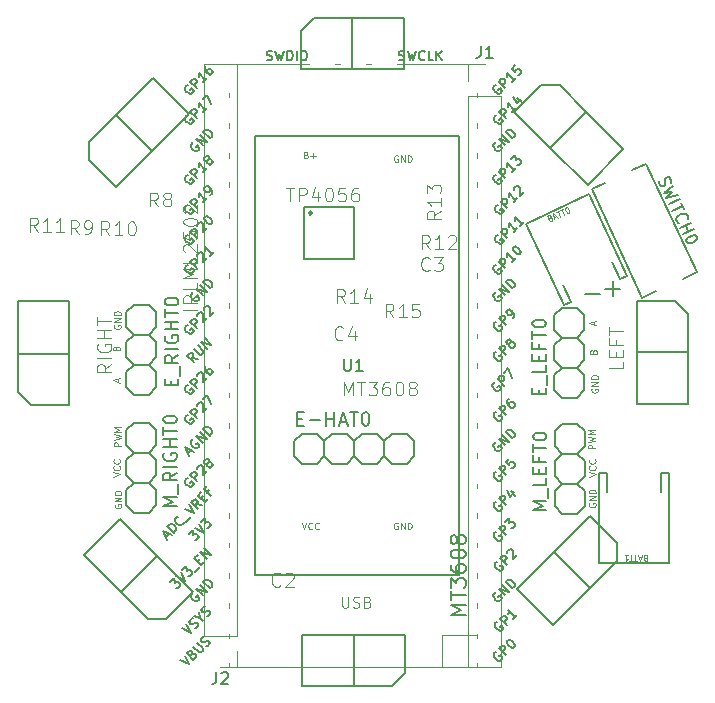
<source format=gbr>
%TF.GenerationSoftware,KiCad,Pcbnew,9.0.5*%
%TF.CreationDate,2025-11-19T12:34:50-06:00*%
%TF.ProjectId,board,626f6172-642e-46b6-9963-61645f706362,rev?*%
%TF.SameCoordinates,Original*%
%TF.FileFunction,Legend,Top*%
%TF.FilePolarity,Positive*%
%FSLAX46Y46*%
G04 Gerber Fmt 4.6, Leading zero omitted, Abs format (unit mm)*
G04 Created by KiCad (PCBNEW 9.0.5) date 2025-11-19 12:34:50*
%MOMM*%
%LPD*%
G01*
G04 APERTURE LIST*
%ADD10C,0.048768*%
%ADD11C,0.101600*%
%ADD12C,0.142240*%
%ADD13C,0.081280*%
%ADD14C,0.127000*%
%ADD15C,0.150000*%
%ADD16C,0.121920*%
%ADD17C,0.152400*%
%ADD18C,0.200000*%
%ADD19C,0.223606*%
%ADD20C,0.120000*%
%ADD21C,0.203200*%
G04 APERTURE END LIST*
D10*
X168369195Y-117772610D02*
X168342489Y-117826023D01*
X168342489Y-117826023D02*
X168342489Y-117906141D01*
X168342489Y-117906141D02*
X168369195Y-117986260D01*
X168369195Y-117986260D02*
X168422608Y-118039673D01*
X168422608Y-118039673D02*
X168476020Y-118066379D01*
X168476020Y-118066379D02*
X168582845Y-118093085D01*
X168582845Y-118093085D02*
X168662964Y-118093085D01*
X168662964Y-118093085D02*
X168769789Y-118066379D01*
X168769789Y-118066379D02*
X168823202Y-118039673D01*
X168823202Y-118039673D02*
X168876615Y-117986260D01*
X168876615Y-117986260D02*
X168903321Y-117906141D01*
X168903321Y-117906141D02*
X168903321Y-117852729D01*
X168903321Y-117852729D02*
X168876615Y-117772610D01*
X168876615Y-117772610D02*
X168849908Y-117745904D01*
X168849908Y-117745904D02*
X168662964Y-117745904D01*
X168662964Y-117745904D02*
X168662964Y-117852729D01*
X168903321Y-117505547D02*
X168342489Y-117505547D01*
X168342489Y-117505547D02*
X168903321Y-117185072D01*
X168903321Y-117185072D02*
X168342489Y-117185072D01*
X168903321Y-116918009D02*
X168342489Y-116918009D01*
X168342489Y-116918009D02*
X168342489Y-116784478D01*
X168342489Y-116784478D02*
X168369195Y-116704359D01*
X168369195Y-116704359D02*
X168422608Y-116650946D01*
X168422608Y-116650946D02*
X168476020Y-116624240D01*
X168476020Y-116624240D02*
X168582845Y-116597534D01*
X168582845Y-116597534D02*
X168662964Y-116597534D01*
X168662964Y-116597534D02*
X168769789Y-116624240D01*
X168769789Y-116624240D02*
X168823202Y-116650946D01*
X168823202Y-116650946D02*
X168876615Y-116704359D01*
X168876615Y-116704359D02*
X168903321Y-116784478D01*
X168903321Y-116784478D02*
X168903321Y-116918009D01*
X128309552Y-104629435D02*
X128336258Y-104549316D01*
X128336258Y-104549316D02*
X128362964Y-104522610D01*
X128362964Y-104522610D02*
X128416377Y-104495904D01*
X128416377Y-104495904D02*
X128496496Y-104495904D01*
X128496496Y-104495904D02*
X128549908Y-104522610D01*
X128549908Y-104522610D02*
X128576615Y-104549316D01*
X128576615Y-104549316D02*
X128603321Y-104602729D01*
X128603321Y-104602729D02*
X128603321Y-104816379D01*
X128603321Y-104816379D02*
X128042489Y-104816379D01*
X128042489Y-104816379D02*
X128042489Y-104629435D01*
X128042489Y-104629435D02*
X128069195Y-104576023D01*
X128069195Y-104576023D02*
X128095901Y-104549316D01*
X128095901Y-104549316D02*
X128149314Y-104522610D01*
X128149314Y-104522610D02*
X128202727Y-104522610D01*
X128202727Y-104522610D02*
X128256139Y-104549316D01*
X128256139Y-104549316D02*
X128282845Y-104576023D01*
X128282845Y-104576023D02*
X128309552Y-104629435D01*
X128309552Y-104629435D02*
X128309552Y-104816379D01*
X168342489Y-115496498D02*
X168903321Y-115309554D01*
X168903321Y-115309554D02*
X168342489Y-115122610D01*
X168849908Y-114615191D02*
X168876615Y-114641897D01*
X168876615Y-114641897D02*
X168903321Y-114722016D01*
X168903321Y-114722016D02*
X168903321Y-114775428D01*
X168903321Y-114775428D02*
X168876615Y-114855547D01*
X168876615Y-114855547D02*
X168823202Y-114908960D01*
X168823202Y-114908960D02*
X168769789Y-114935666D01*
X168769789Y-114935666D02*
X168662964Y-114962372D01*
X168662964Y-114962372D02*
X168582845Y-114962372D01*
X168582845Y-114962372D02*
X168476020Y-114935666D01*
X168476020Y-114935666D02*
X168422608Y-114908960D01*
X168422608Y-114908960D02*
X168369195Y-114855547D01*
X168369195Y-114855547D02*
X168342489Y-114775428D01*
X168342489Y-114775428D02*
X168342489Y-114722016D01*
X168342489Y-114722016D02*
X168369195Y-114641897D01*
X168369195Y-114641897D02*
X168395901Y-114615191D01*
X168849908Y-114054359D02*
X168876615Y-114081065D01*
X168876615Y-114081065D02*
X168903321Y-114161184D01*
X168903321Y-114161184D02*
X168903321Y-114214596D01*
X168903321Y-114214596D02*
X168876615Y-114294715D01*
X168876615Y-114294715D02*
X168823202Y-114348128D01*
X168823202Y-114348128D02*
X168769789Y-114374834D01*
X168769789Y-114374834D02*
X168662964Y-114401540D01*
X168662964Y-114401540D02*
X168582845Y-114401540D01*
X168582845Y-114401540D02*
X168476020Y-114374834D01*
X168476020Y-114374834D02*
X168422608Y-114348128D01*
X168422608Y-114348128D02*
X168369195Y-114294715D01*
X168369195Y-114294715D02*
X168342489Y-114214596D01*
X168342489Y-114214596D02*
X168342489Y-114161184D01*
X168342489Y-114161184D02*
X168369195Y-114081065D01*
X168369195Y-114081065D02*
X168395901Y-114054359D01*
X128092489Y-115496498D02*
X128653321Y-115309554D01*
X128653321Y-115309554D02*
X128092489Y-115122610D01*
X128599908Y-114615191D02*
X128626615Y-114641897D01*
X128626615Y-114641897D02*
X128653321Y-114722016D01*
X128653321Y-114722016D02*
X128653321Y-114775428D01*
X128653321Y-114775428D02*
X128626615Y-114855547D01*
X128626615Y-114855547D02*
X128573202Y-114908960D01*
X128573202Y-114908960D02*
X128519789Y-114935666D01*
X128519789Y-114935666D02*
X128412964Y-114962372D01*
X128412964Y-114962372D02*
X128332845Y-114962372D01*
X128332845Y-114962372D02*
X128226020Y-114935666D01*
X128226020Y-114935666D02*
X128172608Y-114908960D01*
X128172608Y-114908960D02*
X128119195Y-114855547D01*
X128119195Y-114855547D02*
X128092489Y-114775428D01*
X128092489Y-114775428D02*
X128092489Y-114722016D01*
X128092489Y-114722016D02*
X128119195Y-114641897D01*
X128119195Y-114641897D02*
X128145901Y-114615191D01*
X128599908Y-114054359D02*
X128626615Y-114081065D01*
X128626615Y-114081065D02*
X128653321Y-114161184D01*
X128653321Y-114161184D02*
X128653321Y-114214596D01*
X128653321Y-114214596D02*
X128626615Y-114294715D01*
X128626615Y-114294715D02*
X128573202Y-114348128D01*
X128573202Y-114348128D02*
X128519789Y-114374834D01*
X128519789Y-114374834D02*
X128412964Y-114401540D01*
X128412964Y-114401540D02*
X128332845Y-114401540D01*
X128332845Y-114401540D02*
X128226020Y-114374834D01*
X128226020Y-114374834D02*
X128172608Y-114348128D01*
X128172608Y-114348128D02*
X128119195Y-114294715D01*
X128119195Y-114294715D02*
X128092489Y-114214596D01*
X128092489Y-114214596D02*
X128092489Y-114161184D01*
X128092489Y-114161184D02*
X128119195Y-114081065D01*
X128119195Y-114081065D02*
X128145901Y-114054359D01*
X168743083Y-102643085D02*
X168743083Y-102376023D01*
X168903321Y-102696498D02*
X168342489Y-102509554D01*
X168342489Y-102509554D02*
X168903321Y-102322610D01*
X128443083Y-107493085D02*
X128443083Y-107226023D01*
X128603321Y-107546498D02*
X128042489Y-107359554D01*
X128042489Y-107359554D02*
X128603321Y-107172610D01*
X128219195Y-117872610D02*
X128192489Y-117926023D01*
X128192489Y-117926023D02*
X128192489Y-118006141D01*
X128192489Y-118006141D02*
X128219195Y-118086260D01*
X128219195Y-118086260D02*
X128272608Y-118139673D01*
X128272608Y-118139673D02*
X128326020Y-118166379D01*
X128326020Y-118166379D02*
X128432845Y-118193085D01*
X128432845Y-118193085D02*
X128512964Y-118193085D01*
X128512964Y-118193085D02*
X128619789Y-118166379D01*
X128619789Y-118166379D02*
X128673202Y-118139673D01*
X128673202Y-118139673D02*
X128726615Y-118086260D01*
X128726615Y-118086260D02*
X128753321Y-118006141D01*
X128753321Y-118006141D02*
X128753321Y-117952729D01*
X128753321Y-117952729D02*
X128726615Y-117872610D01*
X128726615Y-117872610D02*
X128699908Y-117845904D01*
X128699908Y-117845904D02*
X128512964Y-117845904D01*
X128512964Y-117845904D02*
X128512964Y-117952729D01*
X128753321Y-117605547D02*
X128192489Y-117605547D01*
X128192489Y-117605547D02*
X128753321Y-117285072D01*
X128753321Y-117285072D02*
X128192489Y-117285072D01*
X128753321Y-117018009D02*
X128192489Y-117018009D01*
X128192489Y-117018009D02*
X128192489Y-116884478D01*
X128192489Y-116884478D02*
X128219195Y-116804359D01*
X128219195Y-116804359D02*
X128272608Y-116750946D01*
X128272608Y-116750946D02*
X128326020Y-116724240D01*
X128326020Y-116724240D02*
X128432845Y-116697534D01*
X128432845Y-116697534D02*
X128512964Y-116697534D01*
X128512964Y-116697534D02*
X128619789Y-116724240D01*
X128619789Y-116724240D02*
X128673202Y-116750946D01*
X128673202Y-116750946D02*
X128726615Y-116804359D01*
X128726615Y-116804359D02*
X128753321Y-116884478D01*
X128753321Y-116884478D02*
X128753321Y-117018009D01*
X144043473Y-119397341D02*
X144230417Y-119958173D01*
X144230417Y-119958173D02*
X144417361Y-119397341D01*
X144924780Y-119904760D02*
X144898074Y-119931467D01*
X144898074Y-119931467D02*
X144817955Y-119958173D01*
X144817955Y-119958173D02*
X144764543Y-119958173D01*
X144764543Y-119958173D02*
X144684424Y-119931467D01*
X144684424Y-119931467D02*
X144631011Y-119878054D01*
X144631011Y-119878054D02*
X144604305Y-119824641D01*
X144604305Y-119824641D02*
X144577599Y-119717816D01*
X144577599Y-119717816D02*
X144577599Y-119637697D01*
X144577599Y-119637697D02*
X144604305Y-119530872D01*
X144604305Y-119530872D02*
X144631011Y-119477460D01*
X144631011Y-119477460D02*
X144684424Y-119424047D01*
X144684424Y-119424047D02*
X144764543Y-119397341D01*
X144764543Y-119397341D02*
X144817955Y-119397341D01*
X144817955Y-119397341D02*
X144898074Y-119424047D01*
X144898074Y-119424047D02*
X144924780Y-119450753D01*
X145485612Y-119904760D02*
X145458906Y-119931467D01*
X145458906Y-119931467D02*
X145378787Y-119958173D01*
X145378787Y-119958173D02*
X145325375Y-119958173D01*
X145325375Y-119958173D02*
X145245256Y-119931467D01*
X145245256Y-119931467D02*
X145191843Y-119878054D01*
X145191843Y-119878054D02*
X145165137Y-119824641D01*
X145165137Y-119824641D02*
X145138431Y-119717816D01*
X145138431Y-119717816D02*
X145138431Y-119637697D01*
X145138431Y-119637697D02*
X145165137Y-119530872D01*
X145165137Y-119530872D02*
X145191843Y-119477460D01*
X145191843Y-119477460D02*
X145245256Y-119424047D01*
X145245256Y-119424047D02*
X145325375Y-119397341D01*
X145325375Y-119397341D02*
X145378787Y-119397341D01*
X145378787Y-119397341D02*
X145458906Y-119424047D01*
X145458906Y-119424047D02*
X145485612Y-119450753D01*
D11*
X171239862Y-105766369D02*
X171239862Y-106322750D01*
X171239862Y-106322750D02*
X170071462Y-106322750D01*
X170627843Y-105376902D02*
X170627843Y-104987435D01*
X171239862Y-104820521D02*
X171239862Y-105376902D01*
X171239862Y-105376902D02*
X170071462Y-105376902D01*
X170071462Y-105376902D02*
X170071462Y-104820521D01*
X170627843Y-103930311D02*
X170627843Y-104319778D01*
X171239862Y-104319778D02*
X170071462Y-104319778D01*
X170071462Y-104319778D02*
X170071462Y-103763397D01*
X170071462Y-103485206D02*
X170071462Y-102817549D01*
X171239862Y-103151378D02*
X170071462Y-103151378D01*
D12*
X169737536Y-99591265D02*
X170983830Y-99591265D01*
X170360683Y-100214412D02*
X170360683Y-98968119D01*
D10*
X152160536Y-88324047D02*
X152107124Y-88297341D01*
X152107124Y-88297341D02*
X152027005Y-88297341D01*
X152027005Y-88297341D02*
X151946886Y-88324047D01*
X151946886Y-88324047D02*
X151893473Y-88377460D01*
X151893473Y-88377460D02*
X151866767Y-88430872D01*
X151866767Y-88430872D02*
X151840061Y-88537697D01*
X151840061Y-88537697D02*
X151840061Y-88617816D01*
X151840061Y-88617816D02*
X151866767Y-88724641D01*
X151866767Y-88724641D02*
X151893473Y-88778054D01*
X151893473Y-88778054D02*
X151946886Y-88831467D01*
X151946886Y-88831467D02*
X152027005Y-88858173D01*
X152027005Y-88858173D02*
X152080417Y-88858173D01*
X152080417Y-88858173D02*
X152160536Y-88831467D01*
X152160536Y-88831467D02*
X152187242Y-88804760D01*
X152187242Y-88804760D02*
X152187242Y-88617816D01*
X152187242Y-88617816D02*
X152080417Y-88617816D01*
X152427599Y-88858173D02*
X152427599Y-88297341D01*
X152427599Y-88297341D02*
X152748074Y-88858173D01*
X152748074Y-88858173D02*
X152748074Y-88297341D01*
X153015137Y-88858173D02*
X153015137Y-88297341D01*
X153015137Y-88297341D02*
X153148668Y-88297341D01*
X153148668Y-88297341D02*
X153228787Y-88324047D01*
X153228787Y-88324047D02*
X153282200Y-88377460D01*
X153282200Y-88377460D02*
X153308906Y-88430872D01*
X153308906Y-88430872D02*
X153335612Y-88537697D01*
X153335612Y-88537697D02*
X153335612Y-88617816D01*
X153335612Y-88617816D02*
X153308906Y-88724641D01*
X153308906Y-88724641D02*
X153282200Y-88778054D01*
X153282200Y-88778054D02*
X153228787Y-88831467D01*
X153228787Y-88831467D02*
X153148668Y-88858173D01*
X153148668Y-88858173D02*
X153015137Y-88858173D01*
X152150536Y-119424047D02*
X152097124Y-119397341D01*
X152097124Y-119397341D02*
X152017005Y-119397341D01*
X152017005Y-119397341D02*
X151936886Y-119424047D01*
X151936886Y-119424047D02*
X151883473Y-119477460D01*
X151883473Y-119477460D02*
X151856767Y-119530872D01*
X151856767Y-119530872D02*
X151830061Y-119637697D01*
X151830061Y-119637697D02*
X151830061Y-119717816D01*
X151830061Y-119717816D02*
X151856767Y-119824641D01*
X151856767Y-119824641D02*
X151883473Y-119878054D01*
X151883473Y-119878054D02*
X151936886Y-119931467D01*
X151936886Y-119931467D02*
X152017005Y-119958173D01*
X152017005Y-119958173D02*
X152070417Y-119958173D01*
X152070417Y-119958173D02*
X152150536Y-119931467D01*
X152150536Y-119931467D02*
X152177242Y-119904760D01*
X152177242Y-119904760D02*
X152177242Y-119717816D01*
X152177242Y-119717816D02*
X152070417Y-119717816D01*
X152417599Y-119958173D02*
X152417599Y-119397341D01*
X152417599Y-119397341D02*
X152738074Y-119958173D01*
X152738074Y-119958173D02*
X152738074Y-119397341D01*
X153005137Y-119958173D02*
X153005137Y-119397341D01*
X153005137Y-119397341D02*
X153138668Y-119397341D01*
X153138668Y-119397341D02*
X153218787Y-119424047D01*
X153218787Y-119424047D02*
X153272200Y-119477460D01*
X153272200Y-119477460D02*
X153298906Y-119530872D01*
X153298906Y-119530872D02*
X153325612Y-119637697D01*
X153325612Y-119637697D02*
X153325612Y-119717816D01*
X153325612Y-119717816D02*
X153298906Y-119824641D01*
X153298906Y-119824641D02*
X153272200Y-119878054D01*
X153272200Y-119878054D02*
X153218787Y-119931467D01*
X153218787Y-119931467D02*
X153138668Y-119958173D01*
X153138668Y-119958173D02*
X153005137Y-119958173D01*
D12*
X168037536Y-100071265D02*
X169283830Y-100071265D01*
D10*
X128169195Y-102672610D02*
X128142489Y-102726023D01*
X128142489Y-102726023D02*
X128142489Y-102806141D01*
X128142489Y-102806141D02*
X128169195Y-102886260D01*
X128169195Y-102886260D02*
X128222608Y-102939673D01*
X128222608Y-102939673D02*
X128276020Y-102966379D01*
X128276020Y-102966379D02*
X128382845Y-102993085D01*
X128382845Y-102993085D02*
X128462964Y-102993085D01*
X128462964Y-102993085D02*
X128569789Y-102966379D01*
X128569789Y-102966379D02*
X128623202Y-102939673D01*
X128623202Y-102939673D02*
X128676615Y-102886260D01*
X128676615Y-102886260D02*
X128703321Y-102806141D01*
X128703321Y-102806141D02*
X128703321Y-102752729D01*
X128703321Y-102752729D02*
X128676615Y-102672610D01*
X128676615Y-102672610D02*
X128649908Y-102645904D01*
X128649908Y-102645904D02*
X128462964Y-102645904D01*
X128462964Y-102645904D02*
X128462964Y-102752729D01*
X128703321Y-102405547D02*
X128142489Y-102405547D01*
X128142489Y-102405547D02*
X128703321Y-102085072D01*
X128703321Y-102085072D02*
X128142489Y-102085072D01*
X128703321Y-101818009D02*
X128142489Y-101818009D01*
X128142489Y-101818009D02*
X128142489Y-101684478D01*
X128142489Y-101684478D02*
X128169195Y-101604359D01*
X128169195Y-101604359D02*
X128222608Y-101550946D01*
X128222608Y-101550946D02*
X128276020Y-101524240D01*
X128276020Y-101524240D02*
X128382845Y-101497534D01*
X128382845Y-101497534D02*
X128462964Y-101497534D01*
X128462964Y-101497534D02*
X128569789Y-101524240D01*
X128569789Y-101524240D02*
X128623202Y-101550946D01*
X128623202Y-101550946D02*
X128676615Y-101604359D01*
X128676615Y-101604359D02*
X128703321Y-101684478D01*
X128703321Y-101684478D02*
X128703321Y-101818009D01*
X168709552Y-104929435D02*
X168736258Y-104849316D01*
X168736258Y-104849316D02*
X168762964Y-104822610D01*
X168762964Y-104822610D02*
X168816377Y-104795904D01*
X168816377Y-104795904D02*
X168896496Y-104795904D01*
X168896496Y-104795904D02*
X168949908Y-104822610D01*
X168949908Y-104822610D02*
X168976615Y-104849316D01*
X168976615Y-104849316D02*
X169003321Y-104902729D01*
X169003321Y-104902729D02*
X169003321Y-105116379D01*
X169003321Y-105116379D02*
X168442489Y-105116379D01*
X168442489Y-105116379D02*
X168442489Y-104929435D01*
X168442489Y-104929435D02*
X168469195Y-104876023D01*
X168469195Y-104876023D02*
X168495901Y-104849316D01*
X168495901Y-104849316D02*
X168549314Y-104822610D01*
X168549314Y-104822610D02*
X168602727Y-104822610D01*
X168602727Y-104822610D02*
X168656139Y-104849316D01*
X168656139Y-104849316D02*
X168682845Y-104876023D01*
X168682845Y-104876023D02*
X168709552Y-104929435D01*
X168709552Y-104929435D02*
X168709552Y-105116379D01*
X168853321Y-113116379D02*
X168292489Y-113116379D01*
X168292489Y-113116379D02*
X168292489Y-112902729D01*
X168292489Y-112902729D02*
X168319195Y-112849316D01*
X168319195Y-112849316D02*
X168345901Y-112822610D01*
X168345901Y-112822610D02*
X168399314Y-112795904D01*
X168399314Y-112795904D02*
X168479433Y-112795904D01*
X168479433Y-112795904D02*
X168532845Y-112822610D01*
X168532845Y-112822610D02*
X168559552Y-112849316D01*
X168559552Y-112849316D02*
X168586258Y-112902729D01*
X168586258Y-112902729D02*
X168586258Y-113116379D01*
X168292489Y-112608960D02*
X168853321Y-112475428D01*
X168853321Y-112475428D02*
X168452727Y-112368603D01*
X168452727Y-112368603D02*
X168853321Y-112261778D01*
X168853321Y-112261778D02*
X168292489Y-112128247D01*
X168853321Y-111914596D02*
X168292489Y-111914596D01*
X168292489Y-111914596D02*
X168693083Y-111727652D01*
X168693083Y-111727652D02*
X168292489Y-111540708D01*
X168292489Y-111540708D02*
X168853321Y-111540708D01*
D11*
X127899862Y-105967854D02*
X127343481Y-106357321D01*
X127899862Y-106635511D02*
X126731462Y-106635511D01*
X126731462Y-106635511D02*
X126731462Y-106190406D01*
X126731462Y-106190406D02*
X126787100Y-106079130D01*
X126787100Y-106079130D02*
X126842738Y-106023492D01*
X126842738Y-106023492D02*
X126954014Y-105967854D01*
X126954014Y-105967854D02*
X127120928Y-105967854D01*
X127120928Y-105967854D02*
X127232204Y-106023492D01*
X127232204Y-106023492D02*
X127287843Y-106079130D01*
X127287843Y-106079130D02*
X127343481Y-106190406D01*
X127343481Y-106190406D02*
X127343481Y-106635511D01*
X127899862Y-105467111D02*
X126731462Y-105467111D01*
X126787100Y-104298711D02*
X126731462Y-104409987D01*
X126731462Y-104409987D02*
X126731462Y-104576901D01*
X126731462Y-104576901D02*
X126787100Y-104743816D01*
X126787100Y-104743816D02*
X126898376Y-104855092D01*
X126898376Y-104855092D02*
X127009652Y-104910730D01*
X127009652Y-104910730D02*
X127232204Y-104966368D01*
X127232204Y-104966368D02*
X127399119Y-104966368D01*
X127399119Y-104966368D02*
X127621671Y-104910730D01*
X127621671Y-104910730D02*
X127732947Y-104855092D01*
X127732947Y-104855092D02*
X127844224Y-104743816D01*
X127844224Y-104743816D02*
X127899862Y-104576901D01*
X127899862Y-104576901D02*
X127899862Y-104465625D01*
X127899862Y-104465625D02*
X127844224Y-104298711D01*
X127844224Y-104298711D02*
X127788585Y-104243073D01*
X127788585Y-104243073D02*
X127399119Y-104243073D01*
X127399119Y-104243073D02*
X127399119Y-104465625D01*
X127899862Y-103742330D02*
X126731462Y-103742330D01*
X127287843Y-103742330D02*
X127287843Y-103074673D01*
X127899862Y-103074673D02*
X126731462Y-103074673D01*
X126731462Y-102685206D02*
X126731462Y-102017549D01*
X127899862Y-102351378D02*
X126731462Y-102351378D01*
D10*
X144397051Y-88247055D02*
X144477170Y-88273761D01*
X144477170Y-88273761D02*
X144503876Y-88300467D01*
X144503876Y-88300467D02*
X144530582Y-88353880D01*
X144530582Y-88353880D02*
X144530582Y-88433999D01*
X144530582Y-88433999D02*
X144503876Y-88487411D01*
X144503876Y-88487411D02*
X144477170Y-88514118D01*
X144477170Y-88514118D02*
X144423757Y-88540824D01*
X144423757Y-88540824D02*
X144210107Y-88540824D01*
X144210107Y-88540824D02*
X144210107Y-87979992D01*
X144210107Y-87979992D02*
X144397051Y-87979992D01*
X144397051Y-87979992D02*
X144450464Y-88006698D01*
X144450464Y-88006698D02*
X144477170Y-88033404D01*
X144477170Y-88033404D02*
X144503876Y-88086817D01*
X144503876Y-88086817D02*
X144503876Y-88140230D01*
X144503876Y-88140230D02*
X144477170Y-88193642D01*
X144477170Y-88193642D02*
X144450464Y-88220348D01*
X144450464Y-88220348D02*
X144397051Y-88247055D01*
X144397051Y-88247055D02*
X144210107Y-88247055D01*
X144770939Y-88327174D02*
X145198240Y-88327174D01*
X144984589Y-88540824D02*
X144984589Y-88113523D01*
X168569195Y-108072610D02*
X168542489Y-108126023D01*
X168542489Y-108126023D02*
X168542489Y-108206141D01*
X168542489Y-108206141D02*
X168569195Y-108286260D01*
X168569195Y-108286260D02*
X168622608Y-108339673D01*
X168622608Y-108339673D02*
X168676020Y-108366379D01*
X168676020Y-108366379D02*
X168782845Y-108393085D01*
X168782845Y-108393085D02*
X168862964Y-108393085D01*
X168862964Y-108393085D02*
X168969789Y-108366379D01*
X168969789Y-108366379D02*
X169023202Y-108339673D01*
X169023202Y-108339673D02*
X169076615Y-108286260D01*
X169076615Y-108286260D02*
X169103321Y-108206141D01*
X169103321Y-108206141D02*
X169103321Y-108152729D01*
X169103321Y-108152729D02*
X169076615Y-108072610D01*
X169076615Y-108072610D02*
X169049908Y-108045904D01*
X169049908Y-108045904D02*
X168862964Y-108045904D01*
X168862964Y-108045904D02*
X168862964Y-108152729D01*
X169103321Y-107805547D02*
X168542489Y-107805547D01*
X168542489Y-107805547D02*
X169103321Y-107485072D01*
X169103321Y-107485072D02*
X168542489Y-107485072D01*
X169103321Y-107218009D02*
X168542489Y-107218009D01*
X168542489Y-107218009D02*
X168542489Y-107084478D01*
X168542489Y-107084478D02*
X168569195Y-107004359D01*
X168569195Y-107004359D02*
X168622608Y-106950946D01*
X168622608Y-106950946D02*
X168676020Y-106924240D01*
X168676020Y-106924240D02*
X168782845Y-106897534D01*
X168782845Y-106897534D02*
X168862964Y-106897534D01*
X168862964Y-106897534D02*
X168969789Y-106924240D01*
X168969789Y-106924240D02*
X169023202Y-106950946D01*
X169023202Y-106950946D02*
X169076615Y-107004359D01*
X169076615Y-107004359D02*
X169103321Y-107084478D01*
X169103321Y-107084478D02*
X169103321Y-107218009D01*
D13*
X147440517Y-125658656D02*
X147440517Y-126415334D01*
X147440517Y-126415334D02*
X147485027Y-126504355D01*
X147485027Y-126504355D02*
X147529538Y-126548866D01*
X147529538Y-126548866D02*
X147618559Y-126593376D01*
X147618559Y-126593376D02*
X147796601Y-126593376D01*
X147796601Y-126593376D02*
X147885622Y-126548866D01*
X147885622Y-126548866D02*
X147930132Y-126504355D01*
X147930132Y-126504355D02*
X147974643Y-126415334D01*
X147974643Y-126415334D02*
X147974643Y-125658656D01*
X148375236Y-126548866D02*
X148508768Y-126593376D01*
X148508768Y-126593376D02*
X148731320Y-126593376D01*
X148731320Y-126593376D02*
X148820341Y-126548866D01*
X148820341Y-126548866D02*
X148864852Y-126504355D01*
X148864852Y-126504355D02*
X148909362Y-126415334D01*
X148909362Y-126415334D02*
X148909362Y-126326313D01*
X148909362Y-126326313D02*
X148864852Y-126237292D01*
X148864852Y-126237292D02*
X148820341Y-126192782D01*
X148820341Y-126192782D02*
X148731320Y-126148271D01*
X148731320Y-126148271D02*
X148553278Y-126103761D01*
X148553278Y-126103761D02*
X148464257Y-126059250D01*
X148464257Y-126059250D02*
X148419747Y-126014740D01*
X148419747Y-126014740D02*
X148375236Y-125925719D01*
X148375236Y-125925719D02*
X148375236Y-125836698D01*
X148375236Y-125836698D02*
X148419747Y-125747677D01*
X148419747Y-125747677D02*
X148464257Y-125703166D01*
X148464257Y-125703166D02*
X148553278Y-125658656D01*
X148553278Y-125658656D02*
X148775831Y-125658656D01*
X148775831Y-125658656D02*
X148909362Y-125703166D01*
X149621530Y-126103761D02*
X149755062Y-126148271D01*
X149755062Y-126148271D02*
X149799572Y-126192782D01*
X149799572Y-126192782D02*
X149844083Y-126281803D01*
X149844083Y-126281803D02*
X149844083Y-126415334D01*
X149844083Y-126415334D02*
X149799572Y-126504355D01*
X149799572Y-126504355D02*
X149755062Y-126548866D01*
X149755062Y-126548866D02*
X149666041Y-126593376D01*
X149666041Y-126593376D02*
X149309957Y-126593376D01*
X149309957Y-126593376D02*
X149309957Y-125658656D01*
X149309957Y-125658656D02*
X149621530Y-125658656D01*
X149621530Y-125658656D02*
X149710551Y-125703166D01*
X149710551Y-125703166D02*
X149755062Y-125747677D01*
X149755062Y-125747677D02*
X149799572Y-125836698D01*
X149799572Y-125836698D02*
X149799572Y-125925719D01*
X149799572Y-125925719D02*
X149755062Y-126014740D01*
X149755062Y-126014740D02*
X149710551Y-126059250D01*
X149710551Y-126059250D02*
X149621530Y-126103761D01*
X149621530Y-126103761D02*
X149309957Y-126103761D01*
D10*
X128703321Y-112916379D02*
X128142489Y-112916379D01*
X128142489Y-112916379D02*
X128142489Y-112702729D01*
X128142489Y-112702729D02*
X128169195Y-112649316D01*
X128169195Y-112649316D02*
X128195901Y-112622610D01*
X128195901Y-112622610D02*
X128249314Y-112595904D01*
X128249314Y-112595904D02*
X128329433Y-112595904D01*
X128329433Y-112595904D02*
X128382845Y-112622610D01*
X128382845Y-112622610D02*
X128409552Y-112649316D01*
X128409552Y-112649316D02*
X128436258Y-112702729D01*
X128436258Y-112702729D02*
X128436258Y-112916379D01*
X128142489Y-112408960D02*
X128703321Y-112275428D01*
X128703321Y-112275428D02*
X128302727Y-112168603D01*
X128302727Y-112168603D02*
X128703321Y-112061778D01*
X128703321Y-112061778D02*
X128142489Y-111928247D01*
X128703321Y-111714596D02*
X128142489Y-111714596D01*
X128142489Y-111714596D02*
X128543083Y-111527652D01*
X128543083Y-111527652D02*
X128142489Y-111340708D01*
X128142489Y-111340708D02*
X128703321Y-111340708D01*
D11*
X135181726Y-101384967D02*
X134013326Y-101384967D01*
X135181726Y-100160929D02*
X134625345Y-100550396D01*
X135181726Y-100828586D02*
X134013326Y-100828586D01*
X134013326Y-100828586D02*
X134013326Y-100383481D01*
X134013326Y-100383481D02*
X134068964Y-100272205D01*
X134068964Y-100272205D02*
X134124602Y-100216567D01*
X134124602Y-100216567D02*
X134235878Y-100160929D01*
X134235878Y-100160929D02*
X134402792Y-100160929D01*
X134402792Y-100160929D02*
X134514068Y-100216567D01*
X134514068Y-100216567D02*
X134569707Y-100272205D01*
X134569707Y-100272205D02*
X134625345Y-100383481D01*
X134625345Y-100383481D02*
X134625345Y-100828586D01*
X135181726Y-99103805D02*
X135181726Y-99660186D01*
X135181726Y-99660186D02*
X134013326Y-99660186D01*
X135181726Y-98714338D02*
X134013326Y-98714338D01*
X134013326Y-98714338D02*
X134847897Y-98324871D01*
X134847897Y-98324871D02*
X134013326Y-97935405D01*
X134013326Y-97935405D02*
X135181726Y-97935405D01*
X135181726Y-96822643D02*
X135181726Y-97379024D01*
X135181726Y-97379024D02*
X134013326Y-97379024D01*
X134124602Y-96488814D02*
X134068964Y-96433176D01*
X134068964Y-96433176D02*
X134013326Y-96321900D01*
X134013326Y-96321900D02*
X134013326Y-96043709D01*
X134013326Y-96043709D02*
X134068964Y-95932433D01*
X134068964Y-95932433D02*
X134124602Y-95876795D01*
X134124602Y-95876795D02*
X134235878Y-95821157D01*
X134235878Y-95821157D02*
X134347154Y-95821157D01*
X134347154Y-95821157D02*
X134514068Y-95876795D01*
X134514068Y-95876795D02*
X135181726Y-96544452D01*
X135181726Y-96544452D02*
X135181726Y-95821157D01*
X134013326Y-94764033D02*
X134013326Y-95320414D01*
X134013326Y-95320414D02*
X134569707Y-95376052D01*
X134569707Y-95376052D02*
X134514068Y-95320414D01*
X134514068Y-95320414D02*
X134458430Y-95209138D01*
X134458430Y-95209138D02*
X134458430Y-94930947D01*
X134458430Y-94930947D02*
X134514068Y-94819671D01*
X134514068Y-94819671D02*
X134569707Y-94764033D01*
X134569707Y-94764033D02*
X134680983Y-94708395D01*
X134680983Y-94708395D02*
X134959173Y-94708395D01*
X134959173Y-94708395D02*
X135070449Y-94764033D01*
X135070449Y-94764033D02*
X135126088Y-94819671D01*
X135126088Y-94819671D02*
X135181726Y-94930947D01*
X135181726Y-94930947D02*
X135181726Y-95209138D01*
X135181726Y-95209138D02*
X135126088Y-95320414D01*
X135126088Y-95320414D02*
X135070449Y-95376052D01*
X134013326Y-93985100D02*
X134013326Y-93873823D01*
X134013326Y-93873823D02*
X134068964Y-93762547D01*
X134068964Y-93762547D02*
X134124602Y-93706909D01*
X134124602Y-93706909D02*
X134235878Y-93651271D01*
X134235878Y-93651271D02*
X134458430Y-93595633D01*
X134458430Y-93595633D02*
X134736621Y-93595633D01*
X134736621Y-93595633D02*
X134959173Y-93651271D01*
X134959173Y-93651271D02*
X135070449Y-93706909D01*
X135070449Y-93706909D02*
X135126088Y-93762547D01*
X135126088Y-93762547D02*
X135181726Y-93873823D01*
X135181726Y-93873823D02*
X135181726Y-93985100D01*
X135181726Y-93985100D02*
X135126088Y-94096376D01*
X135126088Y-94096376D02*
X135070449Y-94152014D01*
X135070449Y-94152014D02*
X134959173Y-94207652D01*
X134959173Y-94207652D02*
X134736621Y-94263290D01*
X134736621Y-94263290D02*
X134458430Y-94263290D01*
X134458430Y-94263290D02*
X134235878Y-94207652D01*
X134235878Y-94207652D02*
X134124602Y-94152014D01*
X134124602Y-94152014D02*
X134068964Y-94096376D01*
X134068964Y-94096376D02*
X134013326Y-93985100D01*
X134124602Y-93150528D02*
X134068964Y-93094890D01*
X134068964Y-93094890D02*
X134013326Y-92983614D01*
X134013326Y-92983614D02*
X134013326Y-92705423D01*
X134013326Y-92705423D02*
X134068964Y-92594147D01*
X134068964Y-92594147D02*
X134124602Y-92538509D01*
X134124602Y-92538509D02*
X134235878Y-92482871D01*
X134235878Y-92482871D02*
X134347154Y-92482871D01*
X134347154Y-92482871D02*
X134514068Y-92538509D01*
X134514068Y-92538509D02*
X135181726Y-93206166D01*
X135181726Y-93206166D02*
X135181726Y-92482871D01*
D14*
X143669494Y-110586000D02*
X144050494Y-110586000D01*
X144213780Y-111184714D02*
X143669494Y-111184714D01*
X143669494Y-111184714D02*
X143669494Y-110041714D01*
X143669494Y-110041714D02*
X144213780Y-110041714D01*
X144703637Y-110749286D02*
X145574495Y-110749286D01*
X146118780Y-111184714D02*
X146118780Y-110041714D01*
X146118780Y-110586000D02*
X146771923Y-110586000D01*
X146771923Y-111184714D02*
X146771923Y-110041714D01*
X147261781Y-110858143D02*
X147806067Y-110858143D01*
X147152924Y-111184714D02*
X147533924Y-110041714D01*
X147533924Y-110041714D02*
X147914924Y-111184714D01*
X148132638Y-110041714D02*
X148785781Y-110041714D01*
X148459209Y-111184714D02*
X148459209Y-110041714D01*
X149384495Y-110041714D02*
X149493352Y-110041714D01*
X149493352Y-110041714D02*
X149602209Y-110096143D01*
X149602209Y-110096143D02*
X149656638Y-110150571D01*
X149656638Y-110150571D02*
X149711066Y-110259428D01*
X149711066Y-110259428D02*
X149765495Y-110477143D01*
X149765495Y-110477143D02*
X149765495Y-110749286D01*
X149765495Y-110749286D02*
X149711066Y-110967000D01*
X149711066Y-110967000D02*
X149656638Y-111075857D01*
X149656638Y-111075857D02*
X149602209Y-111130286D01*
X149602209Y-111130286D02*
X149493352Y-111184714D01*
X149493352Y-111184714D02*
X149384495Y-111184714D01*
X149384495Y-111184714D02*
X149275638Y-111130286D01*
X149275638Y-111130286D02*
X149221209Y-111075857D01*
X149221209Y-111075857D02*
X149166780Y-110967000D01*
X149166780Y-110967000D02*
X149112352Y-110749286D01*
X149112352Y-110749286D02*
X149112352Y-110477143D01*
X149112352Y-110477143D02*
X149166780Y-110259428D01*
X149166780Y-110259428D02*
X149221209Y-110150571D01*
X149221209Y-110150571D02*
X149275638Y-110096143D01*
X149275638Y-110096143D02*
X149384495Y-110041714D01*
D15*
X157904726Y-127201191D02*
X156634726Y-127201191D01*
X156634726Y-127201191D02*
X157541869Y-126777857D01*
X157541869Y-126777857D02*
X156634726Y-126354524D01*
X156634726Y-126354524D02*
X157904726Y-126354524D01*
X156634726Y-125931190D02*
X156634726Y-125205476D01*
X157904726Y-125568333D02*
X156634726Y-125568333D01*
X156634726Y-124903095D02*
X156634726Y-124116904D01*
X156634726Y-124116904D02*
X157118535Y-124540238D01*
X157118535Y-124540238D02*
X157118535Y-124358809D01*
X157118535Y-124358809D02*
X157179011Y-124237857D01*
X157179011Y-124237857D02*
X157239488Y-124177381D01*
X157239488Y-124177381D02*
X157360440Y-124116904D01*
X157360440Y-124116904D02*
X157662821Y-124116904D01*
X157662821Y-124116904D02*
X157783773Y-124177381D01*
X157783773Y-124177381D02*
X157844250Y-124237857D01*
X157844250Y-124237857D02*
X157904726Y-124358809D01*
X157904726Y-124358809D02*
X157904726Y-124721666D01*
X157904726Y-124721666D02*
X157844250Y-124842619D01*
X157844250Y-124842619D02*
X157783773Y-124903095D01*
X156634726Y-123028333D02*
X156634726Y-123270238D01*
X156634726Y-123270238D02*
X156695202Y-123391190D01*
X156695202Y-123391190D02*
X156755678Y-123451666D01*
X156755678Y-123451666D02*
X156937107Y-123572619D01*
X156937107Y-123572619D02*
X157179011Y-123633095D01*
X157179011Y-123633095D02*
X157662821Y-123633095D01*
X157662821Y-123633095D02*
X157783773Y-123572619D01*
X157783773Y-123572619D02*
X157844250Y-123512142D01*
X157844250Y-123512142D02*
X157904726Y-123391190D01*
X157904726Y-123391190D02*
X157904726Y-123149285D01*
X157904726Y-123149285D02*
X157844250Y-123028333D01*
X157844250Y-123028333D02*
X157783773Y-122967857D01*
X157783773Y-122967857D02*
X157662821Y-122907380D01*
X157662821Y-122907380D02*
X157360440Y-122907380D01*
X157360440Y-122907380D02*
X157239488Y-122967857D01*
X157239488Y-122967857D02*
X157179011Y-123028333D01*
X157179011Y-123028333D02*
X157118535Y-123149285D01*
X157118535Y-123149285D02*
X157118535Y-123391190D01*
X157118535Y-123391190D02*
X157179011Y-123512142D01*
X157179011Y-123512142D02*
X157239488Y-123572619D01*
X157239488Y-123572619D02*
X157360440Y-123633095D01*
X156634726Y-122121190D02*
X156634726Y-122000237D01*
X156634726Y-122000237D02*
X156695202Y-121879285D01*
X156695202Y-121879285D02*
X156755678Y-121818809D01*
X156755678Y-121818809D02*
X156876630Y-121758333D01*
X156876630Y-121758333D02*
X157118535Y-121697856D01*
X157118535Y-121697856D02*
X157420916Y-121697856D01*
X157420916Y-121697856D02*
X157662821Y-121758333D01*
X157662821Y-121758333D02*
X157783773Y-121818809D01*
X157783773Y-121818809D02*
X157844250Y-121879285D01*
X157844250Y-121879285D02*
X157904726Y-122000237D01*
X157904726Y-122000237D02*
X157904726Y-122121190D01*
X157904726Y-122121190D02*
X157844250Y-122242142D01*
X157844250Y-122242142D02*
X157783773Y-122302618D01*
X157783773Y-122302618D02*
X157662821Y-122363095D01*
X157662821Y-122363095D02*
X157420916Y-122423571D01*
X157420916Y-122423571D02*
X157118535Y-122423571D01*
X157118535Y-122423571D02*
X156876630Y-122363095D01*
X156876630Y-122363095D02*
X156755678Y-122302618D01*
X156755678Y-122302618D02*
X156695202Y-122242142D01*
X156695202Y-122242142D02*
X156634726Y-122121190D01*
X157179011Y-120972142D02*
X157118535Y-121093094D01*
X157118535Y-121093094D02*
X157058059Y-121153571D01*
X157058059Y-121153571D02*
X156937107Y-121214047D01*
X156937107Y-121214047D02*
X156876630Y-121214047D01*
X156876630Y-121214047D02*
X156755678Y-121153571D01*
X156755678Y-121153571D02*
X156695202Y-121093094D01*
X156695202Y-121093094D02*
X156634726Y-120972142D01*
X156634726Y-120972142D02*
X156634726Y-120730237D01*
X156634726Y-120730237D02*
X156695202Y-120609285D01*
X156695202Y-120609285D02*
X156755678Y-120548809D01*
X156755678Y-120548809D02*
X156876630Y-120488332D01*
X156876630Y-120488332D02*
X156937107Y-120488332D01*
X156937107Y-120488332D02*
X157058059Y-120548809D01*
X157058059Y-120548809D02*
X157118535Y-120609285D01*
X157118535Y-120609285D02*
X157179011Y-120730237D01*
X157179011Y-120730237D02*
X157179011Y-120972142D01*
X157179011Y-120972142D02*
X157239488Y-121093094D01*
X157239488Y-121093094D02*
X157299964Y-121153571D01*
X157299964Y-121153571D02*
X157420916Y-121214047D01*
X157420916Y-121214047D02*
X157662821Y-121214047D01*
X157662821Y-121214047D02*
X157783773Y-121153571D01*
X157783773Y-121153571D02*
X157844250Y-121093094D01*
X157844250Y-121093094D02*
X157904726Y-120972142D01*
X157904726Y-120972142D02*
X157904726Y-120730237D01*
X157904726Y-120730237D02*
X157844250Y-120609285D01*
X157844250Y-120609285D02*
X157783773Y-120548809D01*
X157783773Y-120548809D02*
X157662821Y-120488332D01*
X157662821Y-120488332D02*
X157420916Y-120488332D01*
X157420916Y-120488332D02*
X157299964Y-120548809D01*
X157299964Y-120548809D02*
X157239488Y-120609285D01*
X157239488Y-120609285D02*
X157179011Y-120730237D01*
D11*
X147575032Y-108631726D02*
X147575032Y-107463326D01*
X147575032Y-107463326D02*
X147964499Y-108297897D01*
X147964499Y-108297897D02*
X148353965Y-107463326D01*
X148353965Y-107463326D02*
X148353965Y-108631726D01*
X148743432Y-107463326D02*
X149411089Y-107463326D01*
X149077260Y-108631726D02*
X149077260Y-107463326D01*
X149689280Y-107463326D02*
X150412575Y-107463326D01*
X150412575Y-107463326D02*
X150023108Y-107908430D01*
X150023108Y-107908430D02*
X150190023Y-107908430D01*
X150190023Y-107908430D02*
X150301299Y-107964068D01*
X150301299Y-107964068D02*
X150356937Y-108019707D01*
X150356937Y-108019707D02*
X150412575Y-108130983D01*
X150412575Y-108130983D02*
X150412575Y-108409173D01*
X150412575Y-108409173D02*
X150356937Y-108520449D01*
X150356937Y-108520449D02*
X150301299Y-108576088D01*
X150301299Y-108576088D02*
X150190023Y-108631726D01*
X150190023Y-108631726D02*
X149856194Y-108631726D01*
X149856194Y-108631726D02*
X149744918Y-108576088D01*
X149744918Y-108576088D02*
X149689280Y-108520449D01*
X151414061Y-107463326D02*
X151191508Y-107463326D01*
X151191508Y-107463326D02*
X151080232Y-107518964D01*
X151080232Y-107518964D02*
X151024594Y-107574602D01*
X151024594Y-107574602D02*
X150913318Y-107741516D01*
X150913318Y-107741516D02*
X150857680Y-107964068D01*
X150857680Y-107964068D02*
X150857680Y-108409173D01*
X150857680Y-108409173D02*
X150913318Y-108520449D01*
X150913318Y-108520449D02*
X150968956Y-108576088D01*
X150968956Y-108576088D02*
X151080232Y-108631726D01*
X151080232Y-108631726D02*
X151302785Y-108631726D01*
X151302785Y-108631726D02*
X151414061Y-108576088D01*
X151414061Y-108576088D02*
X151469699Y-108520449D01*
X151469699Y-108520449D02*
X151525337Y-108409173D01*
X151525337Y-108409173D02*
X151525337Y-108130983D01*
X151525337Y-108130983D02*
X151469699Y-108019707D01*
X151469699Y-108019707D02*
X151414061Y-107964068D01*
X151414061Y-107964068D02*
X151302785Y-107908430D01*
X151302785Y-107908430D02*
X151080232Y-107908430D01*
X151080232Y-107908430D02*
X150968956Y-107964068D01*
X150968956Y-107964068D02*
X150913318Y-108019707D01*
X150913318Y-108019707D02*
X150857680Y-108130983D01*
X152248632Y-107463326D02*
X152359909Y-107463326D01*
X152359909Y-107463326D02*
X152471185Y-107518964D01*
X152471185Y-107518964D02*
X152526823Y-107574602D01*
X152526823Y-107574602D02*
X152582461Y-107685878D01*
X152582461Y-107685878D02*
X152638099Y-107908430D01*
X152638099Y-107908430D02*
X152638099Y-108186621D01*
X152638099Y-108186621D02*
X152582461Y-108409173D01*
X152582461Y-108409173D02*
X152526823Y-108520449D01*
X152526823Y-108520449D02*
X152471185Y-108576088D01*
X152471185Y-108576088D02*
X152359909Y-108631726D01*
X152359909Y-108631726D02*
X152248632Y-108631726D01*
X152248632Y-108631726D02*
X152137356Y-108576088D01*
X152137356Y-108576088D02*
X152081718Y-108520449D01*
X152081718Y-108520449D02*
X152026080Y-108409173D01*
X152026080Y-108409173D02*
X151970442Y-108186621D01*
X151970442Y-108186621D02*
X151970442Y-107908430D01*
X151970442Y-107908430D02*
X152026080Y-107685878D01*
X152026080Y-107685878D02*
X152081718Y-107574602D01*
X152081718Y-107574602D02*
X152137356Y-107518964D01*
X152137356Y-107518964D02*
X152248632Y-107463326D01*
X153305756Y-107964068D02*
X153194480Y-107908430D01*
X153194480Y-107908430D02*
X153138842Y-107852792D01*
X153138842Y-107852792D02*
X153083204Y-107741516D01*
X153083204Y-107741516D02*
X153083204Y-107685878D01*
X153083204Y-107685878D02*
X153138842Y-107574602D01*
X153138842Y-107574602D02*
X153194480Y-107518964D01*
X153194480Y-107518964D02*
X153305756Y-107463326D01*
X153305756Y-107463326D02*
X153528309Y-107463326D01*
X153528309Y-107463326D02*
X153639585Y-107518964D01*
X153639585Y-107518964D02*
X153695223Y-107574602D01*
X153695223Y-107574602D02*
X153750861Y-107685878D01*
X153750861Y-107685878D02*
X153750861Y-107741516D01*
X153750861Y-107741516D02*
X153695223Y-107852792D01*
X153695223Y-107852792D02*
X153639585Y-107908430D01*
X153639585Y-107908430D02*
X153528309Y-107964068D01*
X153528309Y-107964068D02*
X153305756Y-107964068D01*
X153305756Y-107964068D02*
X153194480Y-108019707D01*
X153194480Y-108019707D02*
X153138842Y-108075345D01*
X153138842Y-108075345D02*
X153083204Y-108186621D01*
X153083204Y-108186621D02*
X153083204Y-108409173D01*
X153083204Y-108409173D02*
X153138842Y-108520449D01*
X153138842Y-108520449D02*
X153194480Y-108576088D01*
X153194480Y-108576088D02*
X153305756Y-108631726D01*
X153305756Y-108631726D02*
X153528309Y-108631726D01*
X153528309Y-108631726D02*
X153639585Y-108576088D01*
X153639585Y-108576088D02*
X153695223Y-108520449D01*
X153695223Y-108520449D02*
X153750861Y-108409173D01*
X153750861Y-108409173D02*
X153750861Y-108186621D01*
X153750861Y-108186621D02*
X153695223Y-108075345D01*
X153695223Y-108075345D02*
X153639585Y-108019707D01*
X153639585Y-108019707D02*
X153528309Y-107964068D01*
D14*
X164749206Y-118362500D02*
X163606206Y-118362500D01*
X163606206Y-118362500D02*
X164422635Y-117981500D01*
X164422635Y-117981500D02*
X163606206Y-117600500D01*
X163606206Y-117600500D02*
X164749206Y-117600500D01*
X164858063Y-117328357D02*
X164858063Y-116457499D01*
X164749206Y-115641071D02*
X164749206Y-116185357D01*
X164749206Y-116185357D02*
X163606206Y-116185357D01*
X164150492Y-115260071D02*
X164150492Y-114879071D01*
X164749206Y-114715785D02*
X164749206Y-115260071D01*
X164749206Y-115260071D02*
X163606206Y-115260071D01*
X163606206Y-115260071D02*
X163606206Y-114715785D01*
X164150492Y-113844928D02*
X164150492Y-114225928D01*
X164749206Y-114225928D02*
X163606206Y-114225928D01*
X163606206Y-114225928D02*
X163606206Y-113681642D01*
X163606206Y-113409499D02*
X163606206Y-112756357D01*
X164749206Y-113082928D02*
X163606206Y-113082928D01*
X163606206Y-112157642D02*
X163606206Y-112048785D01*
X163606206Y-112048785D02*
X163660635Y-111939928D01*
X163660635Y-111939928D02*
X163715063Y-111885500D01*
X163715063Y-111885500D02*
X163823920Y-111831071D01*
X163823920Y-111831071D02*
X164041635Y-111776642D01*
X164041635Y-111776642D02*
X164313778Y-111776642D01*
X164313778Y-111776642D02*
X164531492Y-111831071D01*
X164531492Y-111831071D02*
X164640349Y-111885500D01*
X164640349Y-111885500D02*
X164694778Y-111939928D01*
X164694778Y-111939928D02*
X164749206Y-112048785D01*
X164749206Y-112048785D02*
X164749206Y-112157642D01*
X164749206Y-112157642D02*
X164694778Y-112266500D01*
X164694778Y-112266500D02*
X164640349Y-112320928D01*
X164640349Y-112320928D02*
X164531492Y-112375357D01*
X164531492Y-112375357D02*
X164313778Y-112429785D01*
X164313778Y-112429785D02*
X164041635Y-112429785D01*
X164041635Y-112429785D02*
X163823920Y-112375357D01*
X163823920Y-112375357D02*
X163715063Y-112320928D01*
X163715063Y-112320928D02*
X163660635Y-112266500D01*
X163660635Y-112266500D02*
X163606206Y-112157642D01*
X132974800Y-107764305D02*
X132974800Y-107383305D01*
X133573514Y-107220019D02*
X133573514Y-107764305D01*
X133573514Y-107764305D02*
X132430514Y-107764305D01*
X132430514Y-107764305D02*
X132430514Y-107220019D01*
X133682371Y-107002305D02*
X133682371Y-106131447D01*
X133573514Y-105206162D02*
X133029228Y-105587162D01*
X133573514Y-105859305D02*
X132430514Y-105859305D01*
X132430514Y-105859305D02*
X132430514Y-105423876D01*
X132430514Y-105423876D02*
X132484943Y-105315019D01*
X132484943Y-105315019D02*
X132539371Y-105260590D01*
X132539371Y-105260590D02*
X132648228Y-105206162D01*
X132648228Y-105206162D02*
X132811514Y-105206162D01*
X132811514Y-105206162D02*
X132920371Y-105260590D01*
X132920371Y-105260590D02*
X132974800Y-105315019D01*
X132974800Y-105315019D02*
X133029228Y-105423876D01*
X133029228Y-105423876D02*
X133029228Y-105859305D01*
X133573514Y-104716305D02*
X132430514Y-104716305D01*
X132484943Y-103573304D02*
X132430514Y-103682162D01*
X132430514Y-103682162D02*
X132430514Y-103845447D01*
X132430514Y-103845447D02*
X132484943Y-104008733D01*
X132484943Y-104008733D02*
X132593800Y-104117590D01*
X132593800Y-104117590D02*
X132702657Y-104172019D01*
X132702657Y-104172019D02*
X132920371Y-104226447D01*
X132920371Y-104226447D02*
X133083657Y-104226447D01*
X133083657Y-104226447D02*
X133301371Y-104172019D01*
X133301371Y-104172019D02*
X133410228Y-104117590D01*
X133410228Y-104117590D02*
X133519086Y-104008733D01*
X133519086Y-104008733D02*
X133573514Y-103845447D01*
X133573514Y-103845447D02*
X133573514Y-103736590D01*
X133573514Y-103736590D02*
X133519086Y-103573304D01*
X133519086Y-103573304D02*
X133464657Y-103518876D01*
X133464657Y-103518876D02*
X133083657Y-103518876D01*
X133083657Y-103518876D02*
X133083657Y-103736590D01*
X133573514Y-103029019D02*
X132430514Y-103029019D01*
X132974800Y-103029019D02*
X132974800Y-102375876D01*
X133573514Y-102375876D02*
X132430514Y-102375876D01*
X132430514Y-101994875D02*
X132430514Y-101341733D01*
X133573514Y-101668304D02*
X132430514Y-101668304D01*
X132430514Y-100743018D02*
X132430514Y-100634161D01*
X132430514Y-100634161D02*
X132484943Y-100525304D01*
X132484943Y-100525304D02*
X132539371Y-100470876D01*
X132539371Y-100470876D02*
X132648228Y-100416447D01*
X132648228Y-100416447D02*
X132865943Y-100362018D01*
X132865943Y-100362018D02*
X133138086Y-100362018D01*
X133138086Y-100362018D02*
X133355800Y-100416447D01*
X133355800Y-100416447D02*
X133464657Y-100470876D01*
X133464657Y-100470876D02*
X133519086Y-100525304D01*
X133519086Y-100525304D02*
X133573514Y-100634161D01*
X133573514Y-100634161D02*
X133573514Y-100743018D01*
X133573514Y-100743018D02*
X133519086Y-100851876D01*
X133519086Y-100851876D02*
X133464657Y-100906304D01*
X133464657Y-100906304D02*
X133355800Y-100960733D01*
X133355800Y-100960733D02*
X133138086Y-101015161D01*
X133138086Y-101015161D02*
X132865943Y-101015161D01*
X132865943Y-101015161D02*
X132648228Y-100960733D01*
X132648228Y-100960733D02*
X132539371Y-100906304D01*
X132539371Y-100906304D02*
X132484943Y-100851876D01*
X132484943Y-100851876D02*
X132430514Y-100743018D01*
D11*
X154892689Y-96251726D02*
X154503222Y-95695345D01*
X154225032Y-96251726D02*
X154225032Y-95083326D01*
X154225032Y-95083326D02*
X154670137Y-95083326D01*
X154670137Y-95083326D02*
X154781413Y-95138964D01*
X154781413Y-95138964D02*
X154837051Y-95194602D01*
X154837051Y-95194602D02*
X154892689Y-95305878D01*
X154892689Y-95305878D02*
X154892689Y-95472792D01*
X154892689Y-95472792D02*
X154837051Y-95584068D01*
X154837051Y-95584068D02*
X154781413Y-95639707D01*
X154781413Y-95639707D02*
X154670137Y-95695345D01*
X154670137Y-95695345D02*
X154225032Y-95695345D01*
X156005451Y-96251726D02*
X155337794Y-96251726D01*
X155671622Y-96251726D02*
X155671622Y-95083326D01*
X155671622Y-95083326D02*
X155560346Y-95250240D01*
X155560346Y-95250240D02*
X155449070Y-95361516D01*
X155449070Y-95361516D02*
X155337794Y-95417154D01*
X156450556Y-95194602D02*
X156506194Y-95138964D01*
X156506194Y-95138964D02*
X156617470Y-95083326D01*
X156617470Y-95083326D02*
X156895661Y-95083326D01*
X156895661Y-95083326D02*
X157006937Y-95138964D01*
X157006937Y-95138964D02*
X157062575Y-95194602D01*
X157062575Y-95194602D02*
X157118213Y-95305878D01*
X157118213Y-95305878D02*
X157118213Y-95417154D01*
X157118213Y-95417154D02*
X157062575Y-95584068D01*
X157062575Y-95584068D02*
X156394918Y-96251726D01*
X156394918Y-96251726D02*
X157118213Y-96251726D01*
X147702689Y-100781726D02*
X147313222Y-100225345D01*
X147035032Y-100781726D02*
X147035032Y-99613326D01*
X147035032Y-99613326D02*
X147480137Y-99613326D01*
X147480137Y-99613326D02*
X147591413Y-99668964D01*
X147591413Y-99668964D02*
X147647051Y-99724602D01*
X147647051Y-99724602D02*
X147702689Y-99835878D01*
X147702689Y-99835878D02*
X147702689Y-100002792D01*
X147702689Y-100002792D02*
X147647051Y-100114068D01*
X147647051Y-100114068D02*
X147591413Y-100169707D01*
X147591413Y-100169707D02*
X147480137Y-100225345D01*
X147480137Y-100225345D02*
X147035032Y-100225345D01*
X148815451Y-100781726D02*
X148147794Y-100781726D01*
X148481622Y-100781726D02*
X148481622Y-99613326D01*
X148481622Y-99613326D02*
X148370346Y-99780240D01*
X148370346Y-99780240D02*
X148259070Y-99891516D01*
X148259070Y-99891516D02*
X148147794Y-99947154D01*
X149816937Y-100002792D02*
X149816937Y-100781726D01*
X149538746Y-99557688D02*
X149260556Y-100392259D01*
X149260556Y-100392259D02*
X149983851Y-100392259D01*
X142718118Y-91033326D02*
X143385775Y-91033326D01*
X143051946Y-92201726D02*
X143051946Y-91033326D01*
X143775242Y-92201726D02*
X143775242Y-91033326D01*
X143775242Y-91033326D02*
X144220347Y-91033326D01*
X144220347Y-91033326D02*
X144331623Y-91088964D01*
X144331623Y-91088964D02*
X144387261Y-91144602D01*
X144387261Y-91144602D02*
X144442899Y-91255878D01*
X144442899Y-91255878D02*
X144442899Y-91422792D01*
X144442899Y-91422792D02*
X144387261Y-91534068D01*
X144387261Y-91534068D02*
X144331623Y-91589707D01*
X144331623Y-91589707D02*
X144220347Y-91645345D01*
X144220347Y-91645345D02*
X143775242Y-91645345D01*
X145444385Y-91422792D02*
X145444385Y-92201726D01*
X145166194Y-90977688D02*
X144888004Y-91812259D01*
X144888004Y-91812259D02*
X145611299Y-91812259D01*
X146278956Y-91033326D02*
X146390233Y-91033326D01*
X146390233Y-91033326D02*
X146501509Y-91088964D01*
X146501509Y-91088964D02*
X146557147Y-91144602D01*
X146557147Y-91144602D02*
X146612785Y-91255878D01*
X146612785Y-91255878D02*
X146668423Y-91478430D01*
X146668423Y-91478430D02*
X146668423Y-91756621D01*
X146668423Y-91756621D02*
X146612785Y-91979173D01*
X146612785Y-91979173D02*
X146557147Y-92090449D01*
X146557147Y-92090449D02*
X146501509Y-92146088D01*
X146501509Y-92146088D02*
X146390233Y-92201726D01*
X146390233Y-92201726D02*
X146278956Y-92201726D01*
X146278956Y-92201726D02*
X146167680Y-92146088D01*
X146167680Y-92146088D02*
X146112042Y-92090449D01*
X146112042Y-92090449D02*
X146056404Y-91979173D01*
X146056404Y-91979173D02*
X146000766Y-91756621D01*
X146000766Y-91756621D02*
X146000766Y-91478430D01*
X146000766Y-91478430D02*
X146056404Y-91255878D01*
X146056404Y-91255878D02*
X146112042Y-91144602D01*
X146112042Y-91144602D02*
X146167680Y-91088964D01*
X146167680Y-91088964D02*
X146278956Y-91033326D01*
X147725547Y-91033326D02*
X147169166Y-91033326D01*
X147169166Y-91033326D02*
X147113528Y-91589707D01*
X147113528Y-91589707D02*
X147169166Y-91534068D01*
X147169166Y-91534068D02*
X147280442Y-91478430D01*
X147280442Y-91478430D02*
X147558633Y-91478430D01*
X147558633Y-91478430D02*
X147669909Y-91534068D01*
X147669909Y-91534068D02*
X147725547Y-91589707D01*
X147725547Y-91589707D02*
X147781185Y-91700983D01*
X147781185Y-91700983D02*
X147781185Y-91979173D01*
X147781185Y-91979173D02*
X147725547Y-92090449D01*
X147725547Y-92090449D02*
X147669909Y-92146088D01*
X147669909Y-92146088D02*
X147558633Y-92201726D01*
X147558633Y-92201726D02*
X147280442Y-92201726D01*
X147280442Y-92201726D02*
X147169166Y-92146088D01*
X147169166Y-92146088D02*
X147113528Y-92090449D01*
X148782671Y-91033326D02*
X148560118Y-91033326D01*
X148560118Y-91033326D02*
X148448842Y-91088964D01*
X148448842Y-91088964D02*
X148393204Y-91144602D01*
X148393204Y-91144602D02*
X148281928Y-91311516D01*
X148281928Y-91311516D02*
X148226290Y-91534068D01*
X148226290Y-91534068D02*
X148226290Y-91979173D01*
X148226290Y-91979173D02*
X148281928Y-92090449D01*
X148281928Y-92090449D02*
X148337566Y-92146088D01*
X148337566Y-92146088D02*
X148448842Y-92201726D01*
X148448842Y-92201726D02*
X148671395Y-92201726D01*
X148671395Y-92201726D02*
X148782671Y-92146088D01*
X148782671Y-92146088D02*
X148838309Y-92090449D01*
X148838309Y-92090449D02*
X148893947Y-91979173D01*
X148893947Y-91979173D02*
X148893947Y-91700983D01*
X148893947Y-91700983D02*
X148838309Y-91589707D01*
X148838309Y-91589707D02*
X148782671Y-91534068D01*
X148782671Y-91534068D02*
X148671395Y-91478430D01*
X148671395Y-91478430D02*
X148448842Y-91478430D01*
X148448842Y-91478430D02*
X148337566Y-91534068D01*
X148337566Y-91534068D02*
X148281928Y-91589707D01*
X148281928Y-91589707D02*
X148226290Y-91700983D01*
D15*
X136796666Y-132064819D02*
X136796666Y-132779104D01*
X136796666Y-132779104D02*
X136749047Y-132921961D01*
X136749047Y-132921961D02*
X136653809Y-133017200D01*
X136653809Y-133017200D02*
X136510952Y-133064819D01*
X136510952Y-133064819D02*
X136415714Y-133064819D01*
X137225238Y-132160057D02*
X137272857Y-132112438D01*
X137272857Y-132112438D02*
X137368095Y-132064819D01*
X137368095Y-132064819D02*
X137606190Y-132064819D01*
X137606190Y-132064819D02*
X137701428Y-132112438D01*
X137701428Y-132112438D02*
X137749047Y-132160057D01*
X137749047Y-132160057D02*
X137796666Y-132255295D01*
X137796666Y-132255295D02*
X137796666Y-132350533D01*
X137796666Y-132350533D02*
X137749047Y-132493390D01*
X137749047Y-132493390D02*
X137177619Y-133064819D01*
X137177619Y-133064819D02*
X137796666Y-133064819D01*
D12*
X174250822Y-90472469D02*
X174268039Y-90622066D01*
X174268039Y-90622066D02*
X174368662Y-90837854D01*
X174368662Y-90837854D02*
X174452069Y-90904044D01*
X174452069Y-90904044D02*
X174515351Y-90927077D01*
X174515351Y-90927077D02*
X174621791Y-90929985D01*
X174621791Y-90929985D02*
X174708106Y-90889736D01*
X174708106Y-90889736D02*
X174774296Y-90806329D01*
X174774296Y-90806329D02*
X174797329Y-90743047D01*
X174797329Y-90743047D02*
X174800237Y-90636607D01*
X174800237Y-90636607D02*
X174762896Y-90443852D01*
X174762896Y-90443852D02*
X174765804Y-90337412D01*
X174765804Y-90337412D02*
X174788837Y-90274130D01*
X174788837Y-90274130D02*
X174855027Y-90190723D01*
X174855027Y-90190723D02*
X174941342Y-90150474D01*
X174941342Y-90150474D02*
X175047782Y-90153382D01*
X175047782Y-90153382D02*
X175111064Y-90176415D01*
X175111064Y-90176415D02*
X175194471Y-90242605D01*
X175194471Y-90242605D02*
X175295095Y-90458393D01*
X175295095Y-90458393D02*
X175312311Y-90607990D01*
X175496341Y-90889968D02*
X174690657Y-91528374D01*
X174690657Y-91528374D02*
X175418518Y-91399134D01*
X175418518Y-91399134D02*
X174851655Y-91873634D01*
X174851655Y-91873634D02*
X175858586Y-91666803D01*
X175113275Y-92434682D02*
X176019583Y-92012063D01*
X176160456Y-92314165D02*
X176401952Y-92832056D01*
X175374896Y-92995729D02*
X176281204Y-92573111D01*
X175964328Y-94034417D02*
X175901046Y-94011385D01*
X175901046Y-94011385D02*
X175797514Y-93902037D01*
X175797514Y-93902037D02*
X175757265Y-93815722D01*
X175757265Y-93815722D02*
X175740048Y-93666125D01*
X175740048Y-93666125D02*
X175786114Y-93539560D01*
X175786114Y-93539560D02*
X175852304Y-93456153D01*
X175852304Y-93456153D02*
X176004810Y-93332497D01*
X176004810Y-93332497D02*
X176134282Y-93272123D01*
X176134282Y-93272123D02*
X176327037Y-93234782D01*
X176327037Y-93234782D02*
X176433477Y-93237690D01*
X176433477Y-93237690D02*
X176560041Y-93283756D01*
X176560041Y-93283756D02*
X176663573Y-93393103D01*
X176663573Y-93393103D02*
X176703822Y-93479419D01*
X176703822Y-93479419D02*
X176721039Y-93629016D01*
X176721039Y-93629016D02*
X176698006Y-93692298D01*
X176059135Y-94463084D02*
X176965443Y-94040466D01*
X176533868Y-94241713D02*
X176775364Y-94759603D01*
X176300631Y-94980975D02*
X177206939Y-94558356D01*
X177488685Y-95162561D02*
X177528934Y-95248877D01*
X177528934Y-95248877D02*
X177526026Y-95355316D01*
X177526026Y-95355316D02*
X177502993Y-95418598D01*
X177502993Y-95418598D02*
X177436803Y-95502005D01*
X177436803Y-95502005D02*
X177284297Y-95625662D01*
X177284297Y-95625662D02*
X177068510Y-95726285D01*
X177068510Y-95726285D02*
X176875755Y-95763626D01*
X176875755Y-95763626D02*
X176769315Y-95760718D01*
X176769315Y-95760718D02*
X176706033Y-95737685D01*
X176706033Y-95737685D02*
X176622626Y-95671495D01*
X176622626Y-95671495D02*
X176582377Y-95585180D01*
X176582377Y-95585180D02*
X176585285Y-95478740D01*
X176585285Y-95478740D02*
X176608318Y-95415458D01*
X176608318Y-95415458D02*
X176674508Y-95332051D01*
X176674508Y-95332051D02*
X176827013Y-95208395D01*
X176827013Y-95208395D02*
X177042801Y-95107771D01*
X177042801Y-95107771D02*
X177235556Y-95070430D01*
X177235556Y-95070430D02*
X177341995Y-95073338D01*
X177341995Y-95073338D02*
X177405278Y-95096371D01*
X177405278Y-95096371D02*
X177488685Y-95162561D01*
D11*
X155821726Y-92997310D02*
X155265345Y-93386777D01*
X155821726Y-93664967D02*
X154653326Y-93664967D01*
X154653326Y-93664967D02*
X154653326Y-93219862D01*
X154653326Y-93219862D02*
X154708964Y-93108586D01*
X154708964Y-93108586D02*
X154764602Y-93052948D01*
X154764602Y-93052948D02*
X154875878Y-92997310D01*
X154875878Y-92997310D02*
X155042792Y-92997310D01*
X155042792Y-92997310D02*
X155154068Y-93052948D01*
X155154068Y-93052948D02*
X155209707Y-93108586D01*
X155209707Y-93108586D02*
X155265345Y-93219862D01*
X155265345Y-93219862D02*
X155265345Y-93664967D01*
X155821726Y-91884548D02*
X155821726Y-92552205D01*
X155821726Y-92218377D02*
X154653326Y-92218377D01*
X154653326Y-92218377D02*
X154820240Y-92329653D01*
X154820240Y-92329653D02*
X154931516Y-92440929D01*
X154931516Y-92440929D02*
X154987154Y-92552205D01*
X154653326Y-91495081D02*
X154653326Y-90771786D01*
X154653326Y-90771786D02*
X155098430Y-91161253D01*
X155098430Y-91161253D02*
X155098430Y-90994338D01*
X155098430Y-90994338D02*
X155154068Y-90883062D01*
X155154068Y-90883062D02*
X155209707Y-90827424D01*
X155209707Y-90827424D02*
X155320983Y-90771786D01*
X155320983Y-90771786D02*
X155599173Y-90771786D01*
X155599173Y-90771786D02*
X155710449Y-90827424D01*
X155710449Y-90827424D02*
X155766088Y-90883062D01*
X155766088Y-90883062D02*
X155821726Y-90994338D01*
X155821726Y-90994338D02*
X155821726Y-91328167D01*
X155821726Y-91328167D02*
X155766088Y-91439443D01*
X155766088Y-91439443D02*
X155710449Y-91495081D01*
D15*
X159186666Y-79054819D02*
X159186666Y-79769104D01*
X159186666Y-79769104D02*
X159139047Y-79911961D01*
X159139047Y-79911961D02*
X159043809Y-80007200D01*
X159043809Y-80007200D02*
X158900952Y-80054819D01*
X158900952Y-80054819D02*
X158805714Y-80054819D01*
X160186666Y-80054819D02*
X159615238Y-80054819D01*
X159900952Y-80054819D02*
X159900952Y-79054819D01*
X159900952Y-79054819D02*
X159805714Y-79197676D01*
X159805714Y-79197676D02*
X159710476Y-79292914D01*
X159710476Y-79292914D02*
X159615238Y-79340533D01*
D16*
X165054882Y-93600075D02*
X165127837Y-93591679D01*
X165127837Y-93591679D02*
X165158699Y-93602912D01*
X165158699Y-93602912D02*
X165199374Y-93635192D01*
X165199374Y-93635192D02*
X165228818Y-93698333D01*
X165228818Y-93698333D02*
X165227399Y-93750241D01*
X165227399Y-93750241D02*
X165216167Y-93781103D01*
X165216167Y-93781103D02*
X165183887Y-93821779D01*
X165183887Y-93821779D02*
X165015511Y-93900294D01*
X165015511Y-93900294D02*
X164809408Y-93458306D01*
X164809408Y-93458306D02*
X164956737Y-93389605D01*
X164956737Y-93389605D02*
X165008646Y-93391023D01*
X165008646Y-93391023D02*
X165039507Y-93402256D01*
X165039507Y-93402256D02*
X165080183Y-93434535D01*
X165080183Y-93434535D02*
X165099812Y-93476630D01*
X165099812Y-93476630D02*
X165098394Y-93528538D01*
X165098394Y-93528538D02*
X165087161Y-93559400D01*
X165087161Y-93559400D02*
X165054882Y-93600075D01*
X165054882Y-93600075D02*
X164907552Y-93668776D01*
X165377565Y-93577723D02*
X165588036Y-93479579D01*
X165394358Y-93723635D02*
X165335584Y-93212946D01*
X165335584Y-93212946D02*
X165689016Y-93586233D01*
X165567102Y-93104987D02*
X165819666Y-92987215D01*
X165899487Y-93488089D02*
X165693384Y-93046101D01*
X165903855Y-92947957D02*
X166156420Y-92830184D01*
X166236240Y-93331059D02*
X166030137Y-92889070D01*
X166387937Y-92722225D02*
X166430032Y-92702597D01*
X166430032Y-92702597D02*
X166481940Y-92704015D01*
X166481940Y-92704015D02*
X166512802Y-92715247D01*
X166512802Y-92715247D02*
X166553477Y-92747527D01*
X166553477Y-92747527D02*
X166613782Y-92821901D01*
X166613782Y-92821901D02*
X166662854Y-92927136D01*
X166662854Y-92927136D02*
X166681065Y-93021139D01*
X166681065Y-93021139D02*
X166679646Y-93073047D01*
X166679646Y-93073047D02*
X166668414Y-93103909D01*
X166668414Y-93103909D02*
X166636134Y-93144585D01*
X166636134Y-93144585D02*
X166594040Y-93164214D01*
X166594040Y-93164214D02*
X166542131Y-93162795D01*
X166542131Y-93162795D02*
X166511270Y-93151563D01*
X166511270Y-93151563D02*
X166470594Y-93119283D01*
X166470594Y-93119283D02*
X166410289Y-93044909D01*
X166410289Y-93044909D02*
X166361217Y-92939674D01*
X166361217Y-92939674D02*
X166343007Y-92845671D01*
X166343007Y-92845671D02*
X166344425Y-92793763D01*
X166344425Y-92793763D02*
X166355658Y-92762901D01*
X166355658Y-92762901D02*
X166387937Y-92722225D01*
D11*
X154862689Y-97990449D02*
X154807051Y-98046088D01*
X154807051Y-98046088D02*
X154640137Y-98101726D01*
X154640137Y-98101726D02*
X154528861Y-98101726D01*
X154528861Y-98101726D02*
X154361946Y-98046088D01*
X154361946Y-98046088D02*
X154250670Y-97934811D01*
X154250670Y-97934811D02*
X154195032Y-97823535D01*
X154195032Y-97823535D02*
X154139394Y-97600983D01*
X154139394Y-97600983D02*
X154139394Y-97434068D01*
X154139394Y-97434068D02*
X154195032Y-97211516D01*
X154195032Y-97211516D02*
X154250670Y-97100240D01*
X154250670Y-97100240D02*
X154361946Y-96988964D01*
X154361946Y-96988964D02*
X154528861Y-96933326D01*
X154528861Y-96933326D02*
X154640137Y-96933326D01*
X154640137Y-96933326D02*
X154807051Y-96988964D01*
X154807051Y-96988964D02*
X154862689Y-97044602D01*
X155252156Y-96933326D02*
X155975451Y-96933326D01*
X155975451Y-96933326D02*
X155585984Y-97378430D01*
X155585984Y-97378430D02*
X155752899Y-97378430D01*
X155752899Y-97378430D02*
X155864175Y-97434068D01*
X155864175Y-97434068D02*
X155919813Y-97489707D01*
X155919813Y-97489707D02*
X155975451Y-97600983D01*
X155975451Y-97600983D02*
X155975451Y-97879173D01*
X155975451Y-97879173D02*
X155919813Y-97990449D01*
X155919813Y-97990449D02*
X155864175Y-98046088D01*
X155864175Y-98046088D02*
X155752899Y-98101726D01*
X155752899Y-98101726D02*
X155419070Y-98101726D01*
X155419070Y-98101726D02*
X155307794Y-98046088D01*
X155307794Y-98046088D02*
X155252156Y-97990449D01*
X127742689Y-95071726D02*
X127353222Y-94515345D01*
X127075032Y-95071726D02*
X127075032Y-93903326D01*
X127075032Y-93903326D02*
X127520137Y-93903326D01*
X127520137Y-93903326D02*
X127631413Y-93958964D01*
X127631413Y-93958964D02*
X127687051Y-94014602D01*
X127687051Y-94014602D02*
X127742689Y-94125878D01*
X127742689Y-94125878D02*
X127742689Y-94292792D01*
X127742689Y-94292792D02*
X127687051Y-94404068D01*
X127687051Y-94404068D02*
X127631413Y-94459707D01*
X127631413Y-94459707D02*
X127520137Y-94515345D01*
X127520137Y-94515345D02*
X127075032Y-94515345D01*
X128855451Y-95071726D02*
X128187794Y-95071726D01*
X128521622Y-95071726D02*
X128521622Y-93903326D01*
X128521622Y-93903326D02*
X128410346Y-94070240D01*
X128410346Y-94070240D02*
X128299070Y-94181516D01*
X128299070Y-94181516D02*
X128187794Y-94237154D01*
X129578746Y-93903326D02*
X129690023Y-93903326D01*
X129690023Y-93903326D02*
X129801299Y-93958964D01*
X129801299Y-93958964D02*
X129856937Y-94014602D01*
X129856937Y-94014602D02*
X129912575Y-94125878D01*
X129912575Y-94125878D02*
X129968213Y-94348430D01*
X129968213Y-94348430D02*
X129968213Y-94626621D01*
X129968213Y-94626621D02*
X129912575Y-94849173D01*
X129912575Y-94849173D02*
X129856937Y-94960449D01*
X129856937Y-94960449D02*
X129801299Y-95016088D01*
X129801299Y-95016088D02*
X129690023Y-95071726D01*
X129690023Y-95071726D02*
X129578746Y-95071726D01*
X129578746Y-95071726D02*
X129467470Y-95016088D01*
X129467470Y-95016088D02*
X129411832Y-94960449D01*
X129411832Y-94960449D02*
X129356194Y-94849173D01*
X129356194Y-94849173D02*
X129300556Y-94626621D01*
X129300556Y-94626621D02*
X129300556Y-94348430D01*
X129300556Y-94348430D02*
X129356194Y-94125878D01*
X129356194Y-94125878D02*
X129411832Y-94014602D01*
X129411832Y-94014602D02*
X129467470Y-93958964D01*
X129467470Y-93958964D02*
X129578746Y-93903326D01*
X121692689Y-94761726D02*
X121303222Y-94205345D01*
X121025032Y-94761726D02*
X121025032Y-93593326D01*
X121025032Y-93593326D02*
X121470137Y-93593326D01*
X121470137Y-93593326D02*
X121581413Y-93648964D01*
X121581413Y-93648964D02*
X121637051Y-93704602D01*
X121637051Y-93704602D02*
X121692689Y-93815878D01*
X121692689Y-93815878D02*
X121692689Y-93982792D01*
X121692689Y-93982792D02*
X121637051Y-94094068D01*
X121637051Y-94094068D02*
X121581413Y-94149707D01*
X121581413Y-94149707D02*
X121470137Y-94205345D01*
X121470137Y-94205345D02*
X121025032Y-94205345D01*
X122805451Y-94761726D02*
X122137794Y-94761726D01*
X122471622Y-94761726D02*
X122471622Y-93593326D01*
X122471622Y-93593326D02*
X122360346Y-93760240D01*
X122360346Y-93760240D02*
X122249070Y-93871516D01*
X122249070Y-93871516D02*
X122137794Y-93927154D01*
X123918213Y-94761726D02*
X123250556Y-94761726D01*
X123584384Y-94761726D02*
X123584384Y-93593326D01*
X123584384Y-93593326D02*
X123473108Y-93760240D01*
X123473108Y-93760240D02*
X123361832Y-93871516D01*
X123361832Y-93871516D02*
X123250556Y-93927154D01*
D14*
X164106000Y-108530505D02*
X164106000Y-108149505D01*
X164704714Y-107986219D02*
X164704714Y-108530505D01*
X164704714Y-108530505D02*
X163561714Y-108530505D01*
X163561714Y-108530505D02*
X163561714Y-107986219D01*
X164813571Y-107768505D02*
X164813571Y-106897647D01*
X164704714Y-106081219D02*
X164704714Y-106625505D01*
X164704714Y-106625505D02*
X163561714Y-106625505D01*
X164106000Y-105700219D02*
X164106000Y-105319219D01*
X164704714Y-105155933D02*
X164704714Y-105700219D01*
X164704714Y-105700219D02*
X163561714Y-105700219D01*
X163561714Y-105700219D02*
X163561714Y-105155933D01*
X164106000Y-104285076D02*
X164106000Y-104666076D01*
X164704714Y-104666076D02*
X163561714Y-104666076D01*
X163561714Y-104666076D02*
X163561714Y-104121790D01*
X163561714Y-103849647D02*
X163561714Y-103196505D01*
X164704714Y-103523076D02*
X163561714Y-103523076D01*
X163561714Y-102597790D02*
X163561714Y-102488933D01*
X163561714Y-102488933D02*
X163616143Y-102380076D01*
X163616143Y-102380076D02*
X163670571Y-102325648D01*
X163670571Y-102325648D02*
X163779428Y-102271219D01*
X163779428Y-102271219D02*
X163997143Y-102216790D01*
X163997143Y-102216790D02*
X164269286Y-102216790D01*
X164269286Y-102216790D02*
X164487000Y-102271219D01*
X164487000Y-102271219D02*
X164595857Y-102325648D01*
X164595857Y-102325648D02*
X164650286Y-102380076D01*
X164650286Y-102380076D02*
X164704714Y-102488933D01*
X164704714Y-102488933D02*
X164704714Y-102597790D01*
X164704714Y-102597790D02*
X164650286Y-102706648D01*
X164650286Y-102706648D02*
X164595857Y-102761076D01*
X164595857Y-102761076D02*
X164487000Y-102815505D01*
X164487000Y-102815505D02*
X164269286Y-102869933D01*
X164269286Y-102869933D02*
X163997143Y-102869933D01*
X163997143Y-102869933D02*
X163779428Y-102815505D01*
X163779428Y-102815505D02*
X163670571Y-102761076D01*
X163670571Y-102761076D02*
X163616143Y-102706648D01*
X163616143Y-102706648D02*
X163561714Y-102597790D01*
D11*
X147532689Y-103840449D02*
X147477051Y-103896088D01*
X147477051Y-103896088D02*
X147310137Y-103951726D01*
X147310137Y-103951726D02*
X147198861Y-103951726D01*
X147198861Y-103951726D02*
X147031946Y-103896088D01*
X147031946Y-103896088D02*
X146920670Y-103784811D01*
X146920670Y-103784811D02*
X146865032Y-103673535D01*
X146865032Y-103673535D02*
X146809394Y-103450983D01*
X146809394Y-103450983D02*
X146809394Y-103284068D01*
X146809394Y-103284068D02*
X146865032Y-103061516D01*
X146865032Y-103061516D02*
X146920670Y-102950240D01*
X146920670Y-102950240D02*
X147031946Y-102838964D01*
X147031946Y-102838964D02*
X147198861Y-102783326D01*
X147198861Y-102783326D02*
X147310137Y-102783326D01*
X147310137Y-102783326D02*
X147477051Y-102838964D01*
X147477051Y-102838964D02*
X147532689Y-102894602D01*
X148534175Y-103172792D02*
X148534175Y-103951726D01*
X148255984Y-102727688D02*
X147977794Y-103562259D01*
X147977794Y-103562259D02*
X148701089Y-103562259D01*
D15*
X147613095Y-105554819D02*
X147613095Y-106364342D01*
X147613095Y-106364342D02*
X147660714Y-106459580D01*
X147660714Y-106459580D02*
X147708333Y-106507200D01*
X147708333Y-106507200D02*
X147803571Y-106554819D01*
X147803571Y-106554819D02*
X147994047Y-106554819D01*
X147994047Y-106554819D02*
X148089285Y-106507200D01*
X148089285Y-106507200D02*
X148136904Y-106459580D01*
X148136904Y-106459580D02*
X148184523Y-106364342D01*
X148184523Y-106364342D02*
X148184523Y-105554819D01*
X149184523Y-106554819D02*
X148613095Y-106554819D01*
X148898809Y-106554819D02*
X148898809Y-105554819D01*
X148898809Y-105554819D02*
X148803571Y-105697676D01*
X148803571Y-105697676D02*
X148708333Y-105792914D01*
X148708333Y-105792914D02*
X148613095Y-105840533D01*
X160472998Y-89980868D02*
X160392185Y-90007805D01*
X160392185Y-90007805D02*
X160311373Y-90088618D01*
X160311373Y-90088618D02*
X160257498Y-90196367D01*
X160257498Y-90196367D02*
X160257498Y-90304117D01*
X160257498Y-90304117D02*
X160284436Y-90384929D01*
X160284436Y-90384929D02*
X160365248Y-90519616D01*
X160365248Y-90519616D02*
X160446060Y-90600428D01*
X160446060Y-90600428D02*
X160580747Y-90681241D01*
X160580747Y-90681241D02*
X160661560Y-90708178D01*
X160661560Y-90708178D02*
X160769309Y-90708178D01*
X160769309Y-90708178D02*
X160877059Y-90654303D01*
X160877059Y-90654303D02*
X160930934Y-90600428D01*
X160930934Y-90600428D02*
X160984808Y-90492679D01*
X160984808Y-90492679D02*
X160984808Y-90438804D01*
X160984808Y-90438804D02*
X160796247Y-90250242D01*
X160796247Y-90250242D02*
X160688497Y-90357992D01*
X161281120Y-90250242D02*
X160715434Y-89684557D01*
X160715434Y-89684557D02*
X160930934Y-89469057D01*
X160930934Y-89469057D02*
X161011746Y-89442120D01*
X161011746Y-89442120D02*
X161065621Y-89442120D01*
X161065621Y-89442120D02*
X161146433Y-89469057D01*
X161146433Y-89469057D02*
X161227245Y-89549870D01*
X161227245Y-89549870D02*
X161254182Y-89630682D01*
X161254182Y-89630682D02*
X161254182Y-89684557D01*
X161254182Y-89684557D02*
X161227245Y-89765369D01*
X161227245Y-89765369D02*
X161011746Y-89980868D01*
X162143117Y-89388245D02*
X161819868Y-89711494D01*
X161981492Y-89549870D02*
X161415807Y-88984184D01*
X161415807Y-88984184D02*
X161442744Y-89118871D01*
X161442744Y-89118871D02*
X161442744Y-89226621D01*
X161442744Y-89226621D02*
X161415807Y-89307433D01*
X161765993Y-88633998D02*
X162116179Y-88283812D01*
X162116179Y-88283812D02*
X162143117Y-88687873D01*
X162143117Y-88687873D02*
X162223929Y-88607060D01*
X162223929Y-88607060D02*
X162304741Y-88580123D01*
X162304741Y-88580123D02*
X162358616Y-88580123D01*
X162358616Y-88580123D02*
X162439428Y-88607060D01*
X162439428Y-88607060D02*
X162574115Y-88741747D01*
X162574115Y-88741747D02*
X162601053Y-88822560D01*
X162601053Y-88822560D02*
X162601053Y-88876434D01*
X162601053Y-88876434D02*
X162574115Y-88957247D01*
X162574115Y-88957247D02*
X162412491Y-89118871D01*
X162412491Y-89118871D02*
X162331679Y-89145808D01*
X162331679Y-89145808D02*
X162277804Y-89145808D01*
X160488372Y-117651494D02*
X160407560Y-117678431D01*
X160407560Y-117678431D02*
X160326748Y-117759243D01*
X160326748Y-117759243D02*
X160272873Y-117866993D01*
X160272873Y-117866993D02*
X160272873Y-117974742D01*
X160272873Y-117974742D02*
X160299810Y-118055555D01*
X160299810Y-118055555D02*
X160380623Y-118190242D01*
X160380623Y-118190242D02*
X160461435Y-118271054D01*
X160461435Y-118271054D02*
X160596122Y-118351866D01*
X160596122Y-118351866D02*
X160676934Y-118378803D01*
X160676934Y-118378803D02*
X160784684Y-118378803D01*
X160784684Y-118378803D02*
X160892433Y-118324929D01*
X160892433Y-118324929D02*
X160946308Y-118271054D01*
X160946308Y-118271054D02*
X161000183Y-118163304D01*
X161000183Y-118163304D02*
X161000183Y-118109429D01*
X161000183Y-118109429D02*
X160811621Y-117920868D01*
X160811621Y-117920868D02*
X160703871Y-118028617D01*
X161296494Y-117920868D02*
X160730809Y-117355182D01*
X160730809Y-117355182D02*
X160946308Y-117139683D01*
X160946308Y-117139683D02*
X161027120Y-117112746D01*
X161027120Y-117112746D02*
X161080995Y-117112746D01*
X161080995Y-117112746D02*
X161161807Y-117139683D01*
X161161807Y-117139683D02*
X161242619Y-117220495D01*
X161242619Y-117220495D02*
X161269557Y-117301307D01*
X161269557Y-117301307D02*
X161269557Y-117355182D01*
X161269557Y-117355182D02*
X161242619Y-117435994D01*
X161242619Y-117435994D02*
X161027120Y-117651494D01*
X161727493Y-116735622D02*
X162104616Y-117112746D01*
X161377306Y-116654810D02*
X161646680Y-117193558D01*
X161646680Y-117193558D02*
X161996867Y-116843372D01*
X160518998Y-84900868D02*
X160438185Y-84927805D01*
X160438185Y-84927805D02*
X160357373Y-85008618D01*
X160357373Y-85008618D02*
X160303498Y-85116367D01*
X160303498Y-85116367D02*
X160303498Y-85224117D01*
X160303498Y-85224117D02*
X160330436Y-85304929D01*
X160330436Y-85304929D02*
X160411248Y-85439616D01*
X160411248Y-85439616D02*
X160492060Y-85520428D01*
X160492060Y-85520428D02*
X160626747Y-85601241D01*
X160626747Y-85601241D02*
X160707560Y-85628178D01*
X160707560Y-85628178D02*
X160815309Y-85628178D01*
X160815309Y-85628178D02*
X160923059Y-85574303D01*
X160923059Y-85574303D02*
X160976934Y-85520428D01*
X160976934Y-85520428D02*
X161030808Y-85412679D01*
X161030808Y-85412679D02*
X161030808Y-85358804D01*
X161030808Y-85358804D02*
X160842247Y-85170242D01*
X160842247Y-85170242D02*
X160734497Y-85277992D01*
X161327120Y-85170242D02*
X160761434Y-84604557D01*
X160761434Y-84604557D02*
X160976934Y-84389057D01*
X160976934Y-84389057D02*
X161057746Y-84362120D01*
X161057746Y-84362120D02*
X161111621Y-84362120D01*
X161111621Y-84362120D02*
X161192433Y-84389057D01*
X161192433Y-84389057D02*
X161273245Y-84469870D01*
X161273245Y-84469870D02*
X161300182Y-84550682D01*
X161300182Y-84550682D02*
X161300182Y-84604557D01*
X161300182Y-84604557D02*
X161273245Y-84685369D01*
X161273245Y-84685369D02*
X161057746Y-84900868D01*
X162189117Y-84308245D02*
X161865868Y-84631494D01*
X162027492Y-84469870D02*
X161461807Y-83904184D01*
X161461807Y-83904184D02*
X161488744Y-84038871D01*
X161488744Y-84038871D02*
X161488744Y-84146621D01*
X161488744Y-84146621D02*
X161461807Y-84227433D01*
X162296866Y-83446248D02*
X162673990Y-83823372D01*
X161946680Y-83365436D02*
X162216054Y-83904184D01*
X162216054Y-83904184D02*
X162566240Y-83553998D01*
X134364998Y-84900868D02*
X134284185Y-84927805D01*
X134284185Y-84927805D02*
X134203373Y-85008618D01*
X134203373Y-85008618D02*
X134149498Y-85116367D01*
X134149498Y-85116367D02*
X134149498Y-85224117D01*
X134149498Y-85224117D02*
X134176436Y-85304929D01*
X134176436Y-85304929D02*
X134257248Y-85439616D01*
X134257248Y-85439616D02*
X134338060Y-85520428D01*
X134338060Y-85520428D02*
X134472747Y-85601241D01*
X134472747Y-85601241D02*
X134553560Y-85628178D01*
X134553560Y-85628178D02*
X134661309Y-85628178D01*
X134661309Y-85628178D02*
X134769059Y-85574303D01*
X134769059Y-85574303D02*
X134822934Y-85520428D01*
X134822934Y-85520428D02*
X134876808Y-85412679D01*
X134876808Y-85412679D02*
X134876808Y-85358804D01*
X134876808Y-85358804D02*
X134688247Y-85170242D01*
X134688247Y-85170242D02*
X134580497Y-85277992D01*
X135173120Y-85170242D02*
X134607434Y-84604557D01*
X134607434Y-84604557D02*
X134822934Y-84389057D01*
X134822934Y-84389057D02*
X134903746Y-84362120D01*
X134903746Y-84362120D02*
X134957621Y-84362120D01*
X134957621Y-84362120D02*
X135038433Y-84389057D01*
X135038433Y-84389057D02*
X135119245Y-84469870D01*
X135119245Y-84469870D02*
X135146182Y-84550682D01*
X135146182Y-84550682D02*
X135146182Y-84604557D01*
X135146182Y-84604557D02*
X135119245Y-84685369D01*
X135119245Y-84685369D02*
X134903746Y-84900868D01*
X136035117Y-84308245D02*
X135711868Y-84631494D01*
X135873492Y-84469870D02*
X135307807Y-83904184D01*
X135307807Y-83904184D02*
X135334744Y-84038871D01*
X135334744Y-84038871D02*
X135334744Y-84146621D01*
X135334744Y-84146621D02*
X135307807Y-84227433D01*
X135657993Y-83553998D02*
X136035117Y-83176874D01*
X136035117Y-83176874D02*
X136358366Y-83984996D01*
X160618998Y-95060868D02*
X160538185Y-95087805D01*
X160538185Y-95087805D02*
X160457373Y-95168618D01*
X160457373Y-95168618D02*
X160403498Y-95276367D01*
X160403498Y-95276367D02*
X160403498Y-95384117D01*
X160403498Y-95384117D02*
X160430436Y-95464929D01*
X160430436Y-95464929D02*
X160511248Y-95599616D01*
X160511248Y-95599616D02*
X160592060Y-95680428D01*
X160592060Y-95680428D02*
X160726747Y-95761241D01*
X160726747Y-95761241D02*
X160807560Y-95788178D01*
X160807560Y-95788178D02*
X160915309Y-95788178D01*
X160915309Y-95788178D02*
X161023059Y-95734303D01*
X161023059Y-95734303D02*
X161076934Y-95680428D01*
X161076934Y-95680428D02*
X161130808Y-95572679D01*
X161130808Y-95572679D02*
X161130808Y-95518804D01*
X161130808Y-95518804D02*
X160942247Y-95330242D01*
X160942247Y-95330242D02*
X160834497Y-95437992D01*
X161427120Y-95330242D02*
X160861434Y-94764557D01*
X160861434Y-94764557D02*
X161076934Y-94549057D01*
X161076934Y-94549057D02*
X161157746Y-94522120D01*
X161157746Y-94522120D02*
X161211621Y-94522120D01*
X161211621Y-94522120D02*
X161292433Y-94549057D01*
X161292433Y-94549057D02*
X161373245Y-94629870D01*
X161373245Y-94629870D02*
X161400182Y-94710682D01*
X161400182Y-94710682D02*
X161400182Y-94764557D01*
X161400182Y-94764557D02*
X161373245Y-94845369D01*
X161373245Y-94845369D02*
X161157746Y-95060868D01*
X162289117Y-94468245D02*
X161965868Y-94791494D01*
X162127492Y-94629870D02*
X161561807Y-94064184D01*
X161561807Y-94064184D02*
X161588744Y-94198871D01*
X161588744Y-94198871D02*
X161588744Y-94306621D01*
X161588744Y-94306621D02*
X161561807Y-94387433D01*
X162827865Y-93929497D02*
X162504616Y-94252746D01*
X162666240Y-94091121D02*
X162100555Y-93525436D01*
X162100555Y-93525436D02*
X162127492Y-93660123D01*
X162127492Y-93660123D02*
X162127492Y-93767873D01*
X162127492Y-93767873D02*
X162100555Y-93848685D01*
X133895749Y-128350242D02*
X134649996Y-128727366D01*
X134649996Y-128727366D02*
X134272873Y-127973118D01*
X134973245Y-128350242D02*
X135080995Y-128296367D01*
X135080995Y-128296367D02*
X135215682Y-128161680D01*
X135215682Y-128161680D02*
X135242619Y-128080868D01*
X135242619Y-128080868D02*
X135242619Y-128026993D01*
X135242619Y-128026993D02*
X135215682Y-127946181D01*
X135215682Y-127946181D02*
X135161807Y-127892306D01*
X135161807Y-127892306D02*
X135080995Y-127865369D01*
X135080995Y-127865369D02*
X135027120Y-127865369D01*
X135027120Y-127865369D02*
X134946308Y-127892306D01*
X134946308Y-127892306D02*
X134811621Y-127973118D01*
X134811621Y-127973118D02*
X134730808Y-128000056D01*
X134730808Y-128000056D02*
X134676934Y-128000056D01*
X134676934Y-128000056D02*
X134596121Y-127973118D01*
X134596121Y-127973118D02*
X134542247Y-127919244D01*
X134542247Y-127919244D02*
X134515309Y-127838431D01*
X134515309Y-127838431D02*
X134515309Y-127784557D01*
X134515309Y-127784557D02*
X134542247Y-127703744D01*
X134542247Y-127703744D02*
X134676934Y-127569057D01*
X134676934Y-127569057D02*
X134784683Y-127515183D01*
X135404244Y-127434370D02*
X135673618Y-127703744D01*
X134919370Y-127326621D02*
X135404244Y-127434370D01*
X135404244Y-127434370D02*
X135296494Y-126949497D01*
X135996866Y-127326621D02*
X136104616Y-127272746D01*
X136104616Y-127272746D02*
X136239303Y-127138059D01*
X136239303Y-127138059D02*
X136266240Y-127057247D01*
X136266240Y-127057247D02*
X136266240Y-127003372D01*
X136266240Y-127003372D02*
X136239303Y-126922560D01*
X136239303Y-126922560D02*
X136185428Y-126868685D01*
X136185428Y-126868685D02*
X136104616Y-126841748D01*
X136104616Y-126841748D02*
X136050741Y-126841748D01*
X136050741Y-126841748D02*
X135969929Y-126868685D01*
X135969929Y-126868685D02*
X135835242Y-126949497D01*
X135835242Y-126949497D02*
X135754430Y-126976435D01*
X135754430Y-126976435D02*
X135700555Y-126976435D01*
X135700555Y-126976435D02*
X135619743Y-126949497D01*
X135619743Y-126949497D02*
X135565868Y-126895622D01*
X135565868Y-126895622D02*
X135538930Y-126814810D01*
X135538930Y-126814810D02*
X135538930Y-126760935D01*
X135538930Y-126760935D02*
X135565868Y-126680123D01*
X135565868Y-126680123D02*
X135700555Y-126545436D01*
X135700555Y-126545436D02*
X135808304Y-126491561D01*
X160488372Y-130351494D02*
X160407560Y-130378431D01*
X160407560Y-130378431D02*
X160326748Y-130459243D01*
X160326748Y-130459243D02*
X160272873Y-130566993D01*
X160272873Y-130566993D02*
X160272873Y-130674742D01*
X160272873Y-130674742D02*
X160299810Y-130755555D01*
X160299810Y-130755555D02*
X160380623Y-130890242D01*
X160380623Y-130890242D02*
X160461435Y-130971054D01*
X160461435Y-130971054D02*
X160596122Y-131051866D01*
X160596122Y-131051866D02*
X160676934Y-131078803D01*
X160676934Y-131078803D02*
X160784684Y-131078803D01*
X160784684Y-131078803D02*
X160892433Y-131024929D01*
X160892433Y-131024929D02*
X160946308Y-130971054D01*
X160946308Y-130971054D02*
X161000183Y-130863304D01*
X161000183Y-130863304D02*
X161000183Y-130809429D01*
X161000183Y-130809429D02*
X160811621Y-130620868D01*
X160811621Y-130620868D02*
X160703871Y-130728617D01*
X161296494Y-130620868D02*
X160730809Y-130055182D01*
X160730809Y-130055182D02*
X160946308Y-129839683D01*
X160946308Y-129839683D02*
X161027120Y-129812746D01*
X161027120Y-129812746D02*
X161080995Y-129812746D01*
X161080995Y-129812746D02*
X161161807Y-129839683D01*
X161161807Y-129839683D02*
X161242619Y-129920495D01*
X161242619Y-129920495D02*
X161269557Y-130001307D01*
X161269557Y-130001307D02*
X161269557Y-130055182D01*
X161269557Y-130055182D02*
X161242619Y-130135994D01*
X161242619Y-130135994D02*
X161027120Y-130351494D01*
X161404244Y-129381747D02*
X161458119Y-129327872D01*
X161458119Y-129327872D02*
X161538931Y-129300935D01*
X161538931Y-129300935D02*
X161592806Y-129300935D01*
X161592806Y-129300935D02*
X161673618Y-129327872D01*
X161673618Y-129327872D02*
X161808305Y-129408685D01*
X161808305Y-129408685D02*
X161942992Y-129543372D01*
X161942992Y-129543372D02*
X162023804Y-129678059D01*
X162023804Y-129678059D02*
X162050741Y-129758871D01*
X162050741Y-129758871D02*
X162050741Y-129812746D01*
X162050741Y-129812746D02*
X162023804Y-129893558D01*
X162023804Y-129893558D02*
X161969929Y-129947433D01*
X161969929Y-129947433D02*
X161889117Y-129974370D01*
X161889117Y-129974370D02*
X161835242Y-129974370D01*
X161835242Y-129974370D02*
X161754430Y-129947433D01*
X161754430Y-129947433D02*
X161619743Y-129866620D01*
X161619743Y-129866620D02*
X161485056Y-129731933D01*
X161485056Y-129731933D02*
X161404244Y-129597246D01*
X161404244Y-129597246D02*
X161377306Y-129516434D01*
X161377306Y-129516434D02*
X161377306Y-129462559D01*
X161377306Y-129462559D02*
X161404244Y-129381747D01*
X134465123Y-120390868D02*
X134815309Y-120040682D01*
X134815309Y-120040682D02*
X134842247Y-120444743D01*
X134842247Y-120444743D02*
X134923059Y-120363931D01*
X134923059Y-120363931D02*
X135003871Y-120336993D01*
X135003871Y-120336993D02*
X135057746Y-120336993D01*
X135057746Y-120336993D02*
X135138558Y-120363931D01*
X135138558Y-120363931D02*
X135273245Y-120498618D01*
X135273245Y-120498618D02*
X135300182Y-120579430D01*
X135300182Y-120579430D02*
X135300182Y-120633305D01*
X135300182Y-120633305D02*
X135273245Y-120714117D01*
X135273245Y-120714117D02*
X135111621Y-120875741D01*
X135111621Y-120875741D02*
X135030808Y-120902679D01*
X135030808Y-120902679D02*
X134976934Y-120902679D01*
X134976934Y-119879057D02*
X135731181Y-120256181D01*
X135731181Y-120256181D02*
X135354057Y-119501934D01*
X135488744Y-119367247D02*
X135838930Y-119017061D01*
X135838930Y-119017061D02*
X135865868Y-119421122D01*
X135865868Y-119421122D02*
X135946680Y-119340309D01*
X135946680Y-119340309D02*
X136027492Y-119313372D01*
X136027492Y-119313372D02*
X136081367Y-119313372D01*
X136081367Y-119313372D02*
X136162179Y-119340309D01*
X136162179Y-119340309D02*
X136296866Y-119474996D01*
X136296866Y-119474996D02*
X136323804Y-119555809D01*
X136323804Y-119555809D02*
X136323804Y-119609683D01*
X136323804Y-119609683D02*
X136296866Y-119690496D01*
X136296866Y-119690496D02*
X136135242Y-119852120D01*
X136135242Y-119852120D02*
X136054430Y-119879057D01*
X136054430Y-119879057D02*
X136000555Y-119879057D01*
X135213651Y-105503710D02*
X134755716Y-105422898D01*
X134890403Y-105826959D02*
X134324717Y-105261274D01*
X134324717Y-105261274D02*
X134540216Y-105045775D01*
X134540216Y-105045775D02*
X134621029Y-105018837D01*
X134621029Y-105018837D02*
X134674903Y-105018837D01*
X134674903Y-105018837D02*
X134755716Y-105045775D01*
X134755716Y-105045775D02*
X134836528Y-105126587D01*
X134836528Y-105126587D02*
X134863465Y-105207399D01*
X134863465Y-105207399D02*
X134863465Y-105261274D01*
X134863465Y-105261274D02*
X134836528Y-105342086D01*
X134836528Y-105342086D02*
X134621029Y-105557585D01*
X134890403Y-104695588D02*
X135348338Y-105153524D01*
X135348338Y-105153524D02*
X135429151Y-105180462D01*
X135429151Y-105180462D02*
X135483025Y-105180462D01*
X135483025Y-105180462D02*
X135563838Y-105153524D01*
X135563838Y-105153524D02*
X135671587Y-105045775D01*
X135671587Y-105045775D02*
X135698525Y-104964962D01*
X135698525Y-104964962D02*
X135698525Y-104911088D01*
X135698525Y-104911088D02*
X135671587Y-104830275D01*
X135671587Y-104830275D02*
X135213651Y-104372340D01*
X136048711Y-104668651D02*
X135483025Y-104102966D01*
X135483025Y-104102966D02*
X136371959Y-104345402D01*
X136371959Y-104345402D02*
X135806274Y-103779717D01*
X134364998Y-82360868D02*
X134284185Y-82387805D01*
X134284185Y-82387805D02*
X134203373Y-82468618D01*
X134203373Y-82468618D02*
X134149498Y-82576367D01*
X134149498Y-82576367D02*
X134149498Y-82684117D01*
X134149498Y-82684117D02*
X134176436Y-82764929D01*
X134176436Y-82764929D02*
X134257248Y-82899616D01*
X134257248Y-82899616D02*
X134338060Y-82980428D01*
X134338060Y-82980428D02*
X134472747Y-83061241D01*
X134472747Y-83061241D02*
X134553560Y-83088178D01*
X134553560Y-83088178D02*
X134661309Y-83088178D01*
X134661309Y-83088178D02*
X134769059Y-83034303D01*
X134769059Y-83034303D02*
X134822934Y-82980428D01*
X134822934Y-82980428D02*
X134876808Y-82872679D01*
X134876808Y-82872679D02*
X134876808Y-82818804D01*
X134876808Y-82818804D02*
X134688247Y-82630242D01*
X134688247Y-82630242D02*
X134580497Y-82737992D01*
X135173120Y-82630242D02*
X134607434Y-82064557D01*
X134607434Y-82064557D02*
X134822934Y-81849057D01*
X134822934Y-81849057D02*
X134903746Y-81822120D01*
X134903746Y-81822120D02*
X134957621Y-81822120D01*
X134957621Y-81822120D02*
X135038433Y-81849057D01*
X135038433Y-81849057D02*
X135119245Y-81929870D01*
X135119245Y-81929870D02*
X135146182Y-82010682D01*
X135146182Y-82010682D02*
X135146182Y-82064557D01*
X135146182Y-82064557D02*
X135119245Y-82145369D01*
X135119245Y-82145369D02*
X134903746Y-82360868D01*
X136035117Y-81768245D02*
X135711868Y-82091494D01*
X135873492Y-81929870D02*
X135307807Y-81364184D01*
X135307807Y-81364184D02*
X135334744Y-81498871D01*
X135334744Y-81498871D02*
X135334744Y-81606621D01*
X135334744Y-81606621D02*
X135307807Y-81687433D01*
X135954305Y-80717686D02*
X135846555Y-80825436D01*
X135846555Y-80825436D02*
X135819618Y-80906248D01*
X135819618Y-80906248D02*
X135819618Y-80960123D01*
X135819618Y-80960123D02*
X135846555Y-81094810D01*
X135846555Y-81094810D02*
X135927367Y-81229497D01*
X135927367Y-81229497D02*
X136142866Y-81444996D01*
X136142866Y-81444996D02*
X136223679Y-81471934D01*
X136223679Y-81471934D02*
X136277553Y-81471934D01*
X136277553Y-81471934D02*
X136358366Y-81444996D01*
X136358366Y-81444996D02*
X136466115Y-81337247D01*
X136466115Y-81337247D02*
X136493053Y-81256434D01*
X136493053Y-81256434D02*
X136493053Y-81202560D01*
X136493053Y-81202560D02*
X136466115Y-81121747D01*
X136466115Y-81121747D02*
X136331428Y-80987060D01*
X136331428Y-80987060D02*
X136250616Y-80960123D01*
X136250616Y-80960123D02*
X136196741Y-80960123D01*
X136196741Y-80960123D02*
X136115929Y-80987060D01*
X136115929Y-80987060D02*
X136008179Y-81094810D01*
X136008179Y-81094810D02*
X135981242Y-81175622D01*
X135981242Y-81175622D02*
X135981242Y-81229497D01*
X135981242Y-81229497D02*
X136008179Y-81310309D01*
X160488372Y-104951494D02*
X160407560Y-104978431D01*
X160407560Y-104978431D02*
X160326748Y-105059243D01*
X160326748Y-105059243D02*
X160272873Y-105166993D01*
X160272873Y-105166993D02*
X160272873Y-105274742D01*
X160272873Y-105274742D02*
X160299810Y-105355555D01*
X160299810Y-105355555D02*
X160380623Y-105490242D01*
X160380623Y-105490242D02*
X160461435Y-105571054D01*
X160461435Y-105571054D02*
X160596122Y-105651866D01*
X160596122Y-105651866D02*
X160676934Y-105678803D01*
X160676934Y-105678803D02*
X160784684Y-105678803D01*
X160784684Y-105678803D02*
X160892433Y-105624929D01*
X160892433Y-105624929D02*
X160946308Y-105571054D01*
X160946308Y-105571054D02*
X161000183Y-105463304D01*
X161000183Y-105463304D02*
X161000183Y-105409429D01*
X161000183Y-105409429D02*
X160811621Y-105220868D01*
X160811621Y-105220868D02*
X160703871Y-105328617D01*
X161296494Y-105220868D02*
X160730809Y-104655182D01*
X160730809Y-104655182D02*
X160946308Y-104439683D01*
X160946308Y-104439683D02*
X161027120Y-104412746D01*
X161027120Y-104412746D02*
X161080995Y-104412746D01*
X161080995Y-104412746D02*
X161161807Y-104439683D01*
X161161807Y-104439683D02*
X161242619Y-104520495D01*
X161242619Y-104520495D02*
X161269557Y-104601307D01*
X161269557Y-104601307D02*
X161269557Y-104655182D01*
X161269557Y-104655182D02*
X161242619Y-104735994D01*
X161242619Y-104735994D02*
X161027120Y-104951494D01*
X161619743Y-104251121D02*
X161538931Y-104278059D01*
X161538931Y-104278059D02*
X161485056Y-104278059D01*
X161485056Y-104278059D02*
X161404244Y-104251121D01*
X161404244Y-104251121D02*
X161377306Y-104224184D01*
X161377306Y-104224184D02*
X161350369Y-104143372D01*
X161350369Y-104143372D02*
X161350369Y-104089497D01*
X161350369Y-104089497D02*
X161377306Y-104008685D01*
X161377306Y-104008685D02*
X161485056Y-103900935D01*
X161485056Y-103900935D02*
X161565868Y-103873998D01*
X161565868Y-103873998D02*
X161619743Y-103873998D01*
X161619743Y-103873998D02*
X161700555Y-103900935D01*
X161700555Y-103900935D02*
X161727493Y-103927872D01*
X161727493Y-103927872D02*
X161754430Y-104008685D01*
X161754430Y-104008685D02*
X161754430Y-104062559D01*
X161754430Y-104062559D02*
X161727493Y-104143372D01*
X161727493Y-104143372D02*
X161619743Y-104251121D01*
X161619743Y-104251121D02*
X161592806Y-104331933D01*
X161592806Y-104331933D02*
X161592806Y-104385808D01*
X161592806Y-104385808D02*
X161619743Y-104466620D01*
X161619743Y-104466620D02*
X161727493Y-104574370D01*
X161727493Y-104574370D02*
X161808305Y-104601307D01*
X161808305Y-104601307D02*
X161862180Y-104601307D01*
X161862180Y-104601307D02*
X161942992Y-104574370D01*
X161942992Y-104574370D02*
X162050741Y-104466620D01*
X162050741Y-104466620D02*
X162077679Y-104385808D01*
X162077679Y-104385808D02*
X162077679Y-104331933D01*
X162077679Y-104331933D02*
X162050741Y-104251121D01*
X162050741Y-104251121D02*
X161942992Y-104143372D01*
X161942992Y-104143372D02*
X161862180Y-104116434D01*
X161862180Y-104116434D02*
X161808305Y-104116434D01*
X161808305Y-104116434D02*
X161727493Y-104143372D01*
X160488372Y-120191494D02*
X160407560Y-120218431D01*
X160407560Y-120218431D02*
X160326748Y-120299243D01*
X160326748Y-120299243D02*
X160272873Y-120406993D01*
X160272873Y-120406993D02*
X160272873Y-120514742D01*
X160272873Y-120514742D02*
X160299810Y-120595555D01*
X160299810Y-120595555D02*
X160380623Y-120730242D01*
X160380623Y-120730242D02*
X160461435Y-120811054D01*
X160461435Y-120811054D02*
X160596122Y-120891866D01*
X160596122Y-120891866D02*
X160676934Y-120918803D01*
X160676934Y-120918803D02*
X160784684Y-120918803D01*
X160784684Y-120918803D02*
X160892433Y-120864929D01*
X160892433Y-120864929D02*
X160946308Y-120811054D01*
X160946308Y-120811054D02*
X161000183Y-120703304D01*
X161000183Y-120703304D02*
X161000183Y-120649429D01*
X161000183Y-120649429D02*
X160811621Y-120460868D01*
X160811621Y-120460868D02*
X160703871Y-120568617D01*
X161296494Y-120460868D02*
X160730809Y-119895182D01*
X160730809Y-119895182D02*
X160946308Y-119679683D01*
X160946308Y-119679683D02*
X161027120Y-119652746D01*
X161027120Y-119652746D02*
X161080995Y-119652746D01*
X161080995Y-119652746D02*
X161161807Y-119679683D01*
X161161807Y-119679683D02*
X161242619Y-119760495D01*
X161242619Y-119760495D02*
X161269557Y-119841307D01*
X161269557Y-119841307D02*
X161269557Y-119895182D01*
X161269557Y-119895182D02*
X161242619Y-119975994D01*
X161242619Y-119975994D02*
X161027120Y-120191494D01*
X161242619Y-119383372D02*
X161592806Y-119033185D01*
X161592806Y-119033185D02*
X161619743Y-119437246D01*
X161619743Y-119437246D02*
X161700555Y-119356434D01*
X161700555Y-119356434D02*
X161781367Y-119329497D01*
X161781367Y-119329497D02*
X161835242Y-119329497D01*
X161835242Y-119329497D02*
X161916054Y-119356434D01*
X161916054Y-119356434D02*
X162050741Y-119491121D01*
X162050741Y-119491121D02*
X162077679Y-119571933D01*
X162077679Y-119571933D02*
X162077679Y-119625808D01*
X162077679Y-119625808D02*
X162050741Y-119706620D01*
X162050741Y-119706620D02*
X161889117Y-119868245D01*
X161889117Y-119868245D02*
X161808305Y-119895182D01*
X161808305Y-119895182D02*
X161754430Y-119895182D01*
X134861435Y-99898431D02*
X134780623Y-99925368D01*
X134780623Y-99925368D02*
X134699811Y-100006180D01*
X134699811Y-100006180D02*
X134645936Y-100113930D01*
X134645936Y-100113930D02*
X134645936Y-100221680D01*
X134645936Y-100221680D02*
X134672873Y-100302492D01*
X134672873Y-100302492D02*
X134753685Y-100437179D01*
X134753685Y-100437179D02*
X134834498Y-100517991D01*
X134834498Y-100517991D02*
X134969185Y-100598803D01*
X134969185Y-100598803D02*
X135049997Y-100625741D01*
X135049997Y-100625741D02*
X135157746Y-100625741D01*
X135157746Y-100625741D02*
X135265496Y-100571866D01*
X135265496Y-100571866D02*
X135319371Y-100517991D01*
X135319371Y-100517991D02*
X135373246Y-100410241D01*
X135373246Y-100410241D02*
X135373246Y-100356367D01*
X135373246Y-100356367D02*
X135184684Y-100167805D01*
X135184684Y-100167805D02*
X135076934Y-100275554D01*
X135669557Y-100167805D02*
X135103872Y-99602119D01*
X135103872Y-99602119D02*
X135992806Y-99844556D01*
X135992806Y-99844556D02*
X135427120Y-99278871D01*
X136262180Y-99575182D02*
X135696494Y-99009497D01*
X135696494Y-99009497D02*
X135831181Y-98874810D01*
X135831181Y-98874810D02*
X135938931Y-98820935D01*
X135938931Y-98820935D02*
X136046680Y-98820935D01*
X136046680Y-98820935D02*
X136127493Y-98847872D01*
X136127493Y-98847872D02*
X136262180Y-98928685D01*
X136262180Y-98928685D02*
X136342992Y-99009497D01*
X136342992Y-99009497D02*
X136423804Y-99144184D01*
X136423804Y-99144184D02*
X136450741Y-99224996D01*
X136450741Y-99224996D02*
X136450741Y-99332746D01*
X136450741Y-99332746D02*
X136396867Y-99440495D01*
X136396867Y-99440495D02*
X136262180Y-99575182D01*
X160588372Y-122731494D02*
X160507560Y-122758431D01*
X160507560Y-122758431D02*
X160426748Y-122839243D01*
X160426748Y-122839243D02*
X160372873Y-122946993D01*
X160372873Y-122946993D02*
X160372873Y-123054742D01*
X160372873Y-123054742D02*
X160399810Y-123135555D01*
X160399810Y-123135555D02*
X160480623Y-123270242D01*
X160480623Y-123270242D02*
X160561435Y-123351054D01*
X160561435Y-123351054D02*
X160696122Y-123431866D01*
X160696122Y-123431866D02*
X160776934Y-123458803D01*
X160776934Y-123458803D02*
X160884684Y-123458803D01*
X160884684Y-123458803D02*
X160992433Y-123404929D01*
X160992433Y-123404929D02*
X161046308Y-123351054D01*
X161046308Y-123351054D02*
X161100183Y-123243304D01*
X161100183Y-123243304D02*
X161100183Y-123189429D01*
X161100183Y-123189429D02*
X160911621Y-123000868D01*
X160911621Y-123000868D02*
X160803871Y-123108617D01*
X161396494Y-123000868D02*
X160830809Y-122435182D01*
X160830809Y-122435182D02*
X161046308Y-122219683D01*
X161046308Y-122219683D02*
X161127120Y-122192746D01*
X161127120Y-122192746D02*
X161180995Y-122192746D01*
X161180995Y-122192746D02*
X161261807Y-122219683D01*
X161261807Y-122219683D02*
X161342619Y-122300495D01*
X161342619Y-122300495D02*
X161369557Y-122381307D01*
X161369557Y-122381307D02*
X161369557Y-122435182D01*
X161369557Y-122435182D02*
X161342619Y-122515994D01*
X161342619Y-122515994D02*
X161127120Y-122731494D01*
X161423432Y-121950309D02*
X161423432Y-121896434D01*
X161423432Y-121896434D02*
X161450369Y-121815622D01*
X161450369Y-121815622D02*
X161585056Y-121680935D01*
X161585056Y-121680935D02*
X161665868Y-121653998D01*
X161665868Y-121653998D02*
X161719743Y-121653998D01*
X161719743Y-121653998D02*
X161800555Y-121680935D01*
X161800555Y-121680935D02*
X161854430Y-121734810D01*
X161854430Y-121734810D02*
X161908305Y-121842559D01*
X161908305Y-121842559D02*
X161908305Y-122489057D01*
X161908305Y-122489057D02*
X162258491Y-122138871D01*
X133728406Y-131027585D02*
X134482653Y-131404709D01*
X134482653Y-131404709D02*
X134105529Y-130650462D01*
X134752027Y-130542712D02*
X134859776Y-130488838D01*
X134859776Y-130488838D02*
X134913651Y-130488838D01*
X134913651Y-130488838D02*
X134994463Y-130515775D01*
X134994463Y-130515775D02*
X135075276Y-130596587D01*
X135075276Y-130596587D02*
X135102213Y-130677399D01*
X135102213Y-130677399D02*
X135102213Y-130731274D01*
X135102213Y-130731274D02*
X135075276Y-130812086D01*
X135075276Y-130812086D02*
X134859776Y-131027586D01*
X134859776Y-131027586D02*
X134294091Y-130461900D01*
X134294091Y-130461900D02*
X134482653Y-130273338D01*
X134482653Y-130273338D02*
X134563465Y-130246401D01*
X134563465Y-130246401D02*
X134617340Y-130246401D01*
X134617340Y-130246401D02*
X134698152Y-130273338D01*
X134698152Y-130273338D02*
X134752027Y-130327213D01*
X134752027Y-130327213D02*
X134778964Y-130408025D01*
X134778964Y-130408025D02*
X134778964Y-130461900D01*
X134778964Y-130461900D02*
X134752027Y-130542712D01*
X134752027Y-130542712D02*
X134563465Y-130731274D01*
X134859776Y-129896215D02*
X135317712Y-130354151D01*
X135317712Y-130354151D02*
X135398524Y-130381088D01*
X135398524Y-130381088D02*
X135452399Y-130381088D01*
X135452399Y-130381088D02*
X135533211Y-130354151D01*
X135533211Y-130354151D02*
X135640961Y-130246401D01*
X135640961Y-130246401D02*
X135667898Y-130165589D01*
X135667898Y-130165589D02*
X135667898Y-130111714D01*
X135667898Y-130111714D02*
X135640961Y-130030902D01*
X135640961Y-130030902D02*
X135183025Y-129572966D01*
X135964210Y-129869277D02*
X136071959Y-129815403D01*
X136071959Y-129815403D02*
X136206646Y-129680716D01*
X136206646Y-129680716D02*
X136233584Y-129599903D01*
X136233584Y-129599903D02*
X136233584Y-129546029D01*
X136233584Y-129546029D02*
X136206646Y-129465216D01*
X136206646Y-129465216D02*
X136152771Y-129411342D01*
X136152771Y-129411342D02*
X136071959Y-129384404D01*
X136071959Y-129384404D02*
X136018084Y-129384404D01*
X136018084Y-129384404D02*
X135937272Y-129411342D01*
X135937272Y-129411342D02*
X135802585Y-129492154D01*
X135802585Y-129492154D02*
X135721773Y-129519091D01*
X135721773Y-129519091D02*
X135667898Y-129519091D01*
X135667898Y-129519091D02*
X135587086Y-129492154D01*
X135587086Y-129492154D02*
X135533211Y-129438279D01*
X135533211Y-129438279D02*
X135506274Y-129357467D01*
X135506274Y-129357467D02*
X135506274Y-129303592D01*
X135506274Y-129303592D02*
X135533211Y-129222780D01*
X135533211Y-129222780D02*
X135667898Y-129088093D01*
X135667898Y-129088093D02*
X135775648Y-129034218D01*
X134364998Y-110290868D02*
X134284185Y-110317805D01*
X134284185Y-110317805D02*
X134203373Y-110398618D01*
X134203373Y-110398618D02*
X134149498Y-110506367D01*
X134149498Y-110506367D02*
X134149498Y-110614117D01*
X134149498Y-110614117D02*
X134176436Y-110694929D01*
X134176436Y-110694929D02*
X134257248Y-110829616D01*
X134257248Y-110829616D02*
X134338060Y-110910428D01*
X134338060Y-110910428D02*
X134472747Y-110991241D01*
X134472747Y-110991241D02*
X134553560Y-111018178D01*
X134553560Y-111018178D02*
X134661309Y-111018178D01*
X134661309Y-111018178D02*
X134769059Y-110964303D01*
X134769059Y-110964303D02*
X134822934Y-110910428D01*
X134822934Y-110910428D02*
X134876808Y-110802679D01*
X134876808Y-110802679D02*
X134876808Y-110748804D01*
X134876808Y-110748804D02*
X134688247Y-110560242D01*
X134688247Y-110560242D02*
X134580497Y-110667992D01*
X135173120Y-110560242D02*
X134607434Y-109994557D01*
X134607434Y-109994557D02*
X134822934Y-109779057D01*
X134822934Y-109779057D02*
X134903746Y-109752120D01*
X134903746Y-109752120D02*
X134957621Y-109752120D01*
X134957621Y-109752120D02*
X135038433Y-109779057D01*
X135038433Y-109779057D02*
X135119245Y-109859870D01*
X135119245Y-109859870D02*
X135146182Y-109940682D01*
X135146182Y-109940682D02*
X135146182Y-109994557D01*
X135146182Y-109994557D02*
X135119245Y-110075369D01*
X135119245Y-110075369D02*
X134903746Y-110290868D01*
X135200057Y-109509683D02*
X135200057Y-109455809D01*
X135200057Y-109455809D02*
X135226995Y-109374996D01*
X135226995Y-109374996D02*
X135361682Y-109240309D01*
X135361682Y-109240309D02*
X135442494Y-109213372D01*
X135442494Y-109213372D02*
X135496369Y-109213372D01*
X135496369Y-109213372D02*
X135577181Y-109240309D01*
X135577181Y-109240309D02*
X135631056Y-109294184D01*
X135631056Y-109294184D02*
X135684930Y-109401934D01*
X135684930Y-109401934D02*
X135684930Y-110048431D01*
X135684930Y-110048431D02*
X136035117Y-109698245D01*
X135657993Y-108943998D02*
X136035117Y-108566874D01*
X136035117Y-108566874D02*
X136358366Y-109374996D01*
X134364998Y-97590868D02*
X134284185Y-97617805D01*
X134284185Y-97617805D02*
X134203373Y-97698618D01*
X134203373Y-97698618D02*
X134149498Y-97806367D01*
X134149498Y-97806367D02*
X134149498Y-97914117D01*
X134149498Y-97914117D02*
X134176436Y-97994929D01*
X134176436Y-97994929D02*
X134257248Y-98129616D01*
X134257248Y-98129616D02*
X134338060Y-98210428D01*
X134338060Y-98210428D02*
X134472747Y-98291241D01*
X134472747Y-98291241D02*
X134553560Y-98318178D01*
X134553560Y-98318178D02*
X134661309Y-98318178D01*
X134661309Y-98318178D02*
X134769059Y-98264303D01*
X134769059Y-98264303D02*
X134822934Y-98210428D01*
X134822934Y-98210428D02*
X134876808Y-98102679D01*
X134876808Y-98102679D02*
X134876808Y-98048804D01*
X134876808Y-98048804D02*
X134688247Y-97860242D01*
X134688247Y-97860242D02*
X134580497Y-97967992D01*
X135173120Y-97860242D02*
X134607434Y-97294557D01*
X134607434Y-97294557D02*
X134822934Y-97079057D01*
X134822934Y-97079057D02*
X134903746Y-97052120D01*
X134903746Y-97052120D02*
X134957621Y-97052120D01*
X134957621Y-97052120D02*
X135038433Y-97079057D01*
X135038433Y-97079057D02*
X135119245Y-97159870D01*
X135119245Y-97159870D02*
X135146182Y-97240682D01*
X135146182Y-97240682D02*
X135146182Y-97294557D01*
X135146182Y-97294557D02*
X135119245Y-97375369D01*
X135119245Y-97375369D02*
X134903746Y-97590868D01*
X135200057Y-96809683D02*
X135200057Y-96755809D01*
X135200057Y-96755809D02*
X135226995Y-96674996D01*
X135226995Y-96674996D02*
X135361682Y-96540309D01*
X135361682Y-96540309D02*
X135442494Y-96513372D01*
X135442494Y-96513372D02*
X135496369Y-96513372D01*
X135496369Y-96513372D02*
X135577181Y-96540309D01*
X135577181Y-96540309D02*
X135631056Y-96594184D01*
X135631056Y-96594184D02*
X135684930Y-96701934D01*
X135684930Y-96701934D02*
X135684930Y-97348431D01*
X135684930Y-97348431D02*
X136035117Y-96998245D01*
X136573865Y-96459497D02*
X136250616Y-96782746D01*
X136412240Y-96621121D02*
X135846555Y-96055436D01*
X135846555Y-96055436D02*
X135873492Y-96190123D01*
X135873492Y-96190123D02*
X135873492Y-96297873D01*
X135873492Y-96297873D02*
X135846555Y-96378685D01*
X134418873Y-113541240D02*
X134688247Y-113271866D01*
X134526623Y-113756739D02*
X134149499Y-113002492D01*
X134149499Y-113002492D02*
X134903746Y-113379615D01*
X134849871Y-112355994D02*
X134769059Y-112382932D01*
X134769059Y-112382932D02*
X134688247Y-112463744D01*
X134688247Y-112463744D02*
X134634372Y-112571494D01*
X134634372Y-112571494D02*
X134634372Y-112679243D01*
X134634372Y-112679243D02*
X134661310Y-112760055D01*
X134661310Y-112760055D02*
X134742122Y-112894742D01*
X134742122Y-112894742D02*
X134822934Y-112975555D01*
X134822934Y-112975555D02*
X134957621Y-113056367D01*
X134957621Y-113056367D02*
X135038433Y-113083304D01*
X135038433Y-113083304D02*
X135146183Y-113083304D01*
X135146183Y-113083304D02*
X135253932Y-113029429D01*
X135253932Y-113029429D02*
X135307807Y-112975555D01*
X135307807Y-112975555D02*
X135361682Y-112867805D01*
X135361682Y-112867805D02*
X135361682Y-112813930D01*
X135361682Y-112813930D02*
X135173120Y-112625368D01*
X135173120Y-112625368D02*
X135065371Y-112733118D01*
X135657993Y-112625368D02*
X135092308Y-112059683D01*
X135092308Y-112059683D02*
X135981242Y-112302120D01*
X135981242Y-112302120D02*
X135415557Y-111736434D01*
X136250616Y-112032746D02*
X135684931Y-111467060D01*
X135684931Y-111467060D02*
X135819618Y-111332373D01*
X135819618Y-111332373D02*
X135927367Y-111278498D01*
X135927367Y-111278498D02*
X136035117Y-111278498D01*
X136035117Y-111278498D02*
X136115929Y-111305436D01*
X136115929Y-111305436D02*
X136250616Y-111386248D01*
X136250616Y-111386248D02*
X136331428Y-111467060D01*
X136331428Y-111467060D02*
X136412241Y-111601747D01*
X136412241Y-111601747D02*
X136439178Y-111682560D01*
X136439178Y-111682560D02*
X136439178Y-111790309D01*
X136439178Y-111790309D02*
X136385303Y-111898059D01*
X136385303Y-111898059D02*
X136250616Y-112032746D01*
X160488372Y-102411494D02*
X160407560Y-102438431D01*
X160407560Y-102438431D02*
X160326748Y-102519243D01*
X160326748Y-102519243D02*
X160272873Y-102626993D01*
X160272873Y-102626993D02*
X160272873Y-102734742D01*
X160272873Y-102734742D02*
X160299810Y-102815555D01*
X160299810Y-102815555D02*
X160380623Y-102950242D01*
X160380623Y-102950242D02*
X160461435Y-103031054D01*
X160461435Y-103031054D02*
X160596122Y-103111866D01*
X160596122Y-103111866D02*
X160676934Y-103138803D01*
X160676934Y-103138803D02*
X160784684Y-103138803D01*
X160784684Y-103138803D02*
X160892433Y-103084929D01*
X160892433Y-103084929D02*
X160946308Y-103031054D01*
X160946308Y-103031054D02*
X161000183Y-102923304D01*
X161000183Y-102923304D02*
X161000183Y-102869429D01*
X161000183Y-102869429D02*
X160811621Y-102680868D01*
X160811621Y-102680868D02*
X160703871Y-102788617D01*
X161296494Y-102680868D02*
X160730809Y-102115182D01*
X160730809Y-102115182D02*
X160946308Y-101899683D01*
X160946308Y-101899683D02*
X161027120Y-101872746D01*
X161027120Y-101872746D02*
X161080995Y-101872746D01*
X161080995Y-101872746D02*
X161161807Y-101899683D01*
X161161807Y-101899683D02*
X161242619Y-101980495D01*
X161242619Y-101980495D02*
X161269557Y-102061307D01*
X161269557Y-102061307D02*
X161269557Y-102115182D01*
X161269557Y-102115182D02*
X161242619Y-102195994D01*
X161242619Y-102195994D02*
X161027120Y-102411494D01*
X161889117Y-102088245D02*
X161996867Y-101980495D01*
X161996867Y-101980495D02*
X162023804Y-101899683D01*
X162023804Y-101899683D02*
X162023804Y-101845808D01*
X162023804Y-101845808D02*
X161996867Y-101711121D01*
X161996867Y-101711121D02*
X161916054Y-101576434D01*
X161916054Y-101576434D02*
X161700555Y-101360935D01*
X161700555Y-101360935D02*
X161619743Y-101333998D01*
X161619743Y-101333998D02*
X161565868Y-101333998D01*
X161565868Y-101333998D02*
X161485056Y-101360935D01*
X161485056Y-101360935D02*
X161377306Y-101468685D01*
X161377306Y-101468685D02*
X161350369Y-101549497D01*
X161350369Y-101549497D02*
X161350369Y-101603372D01*
X161350369Y-101603372D02*
X161377306Y-101684184D01*
X161377306Y-101684184D02*
X161511993Y-101818871D01*
X161511993Y-101818871D02*
X161592806Y-101845808D01*
X161592806Y-101845808D02*
X161646680Y-101845808D01*
X161646680Y-101845808D02*
X161727493Y-101818871D01*
X161727493Y-101818871D02*
X161835242Y-101711121D01*
X161835242Y-101711121D02*
X161862180Y-101630309D01*
X161862180Y-101630309D02*
X161862180Y-101576434D01*
X161862180Y-101576434D02*
X161835242Y-101495622D01*
X134364998Y-107760868D02*
X134284185Y-107787805D01*
X134284185Y-107787805D02*
X134203373Y-107868618D01*
X134203373Y-107868618D02*
X134149498Y-107976367D01*
X134149498Y-107976367D02*
X134149498Y-108084117D01*
X134149498Y-108084117D02*
X134176436Y-108164929D01*
X134176436Y-108164929D02*
X134257248Y-108299616D01*
X134257248Y-108299616D02*
X134338060Y-108380428D01*
X134338060Y-108380428D02*
X134472747Y-108461241D01*
X134472747Y-108461241D02*
X134553560Y-108488178D01*
X134553560Y-108488178D02*
X134661309Y-108488178D01*
X134661309Y-108488178D02*
X134769059Y-108434303D01*
X134769059Y-108434303D02*
X134822934Y-108380428D01*
X134822934Y-108380428D02*
X134876808Y-108272679D01*
X134876808Y-108272679D02*
X134876808Y-108218804D01*
X134876808Y-108218804D02*
X134688247Y-108030242D01*
X134688247Y-108030242D02*
X134580497Y-108137992D01*
X135173120Y-108030242D02*
X134607434Y-107464557D01*
X134607434Y-107464557D02*
X134822934Y-107249057D01*
X134822934Y-107249057D02*
X134903746Y-107222120D01*
X134903746Y-107222120D02*
X134957621Y-107222120D01*
X134957621Y-107222120D02*
X135038433Y-107249057D01*
X135038433Y-107249057D02*
X135119245Y-107329870D01*
X135119245Y-107329870D02*
X135146182Y-107410682D01*
X135146182Y-107410682D02*
X135146182Y-107464557D01*
X135146182Y-107464557D02*
X135119245Y-107545369D01*
X135119245Y-107545369D02*
X134903746Y-107760868D01*
X135200057Y-106979683D02*
X135200057Y-106925809D01*
X135200057Y-106925809D02*
X135226995Y-106844996D01*
X135226995Y-106844996D02*
X135361682Y-106710309D01*
X135361682Y-106710309D02*
X135442494Y-106683372D01*
X135442494Y-106683372D02*
X135496369Y-106683372D01*
X135496369Y-106683372D02*
X135577181Y-106710309D01*
X135577181Y-106710309D02*
X135631056Y-106764184D01*
X135631056Y-106764184D02*
X135684930Y-106871934D01*
X135684930Y-106871934D02*
X135684930Y-107518431D01*
X135684930Y-107518431D02*
X136035117Y-107168245D01*
X135954305Y-106117686D02*
X135846555Y-106225436D01*
X135846555Y-106225436D02*
X135819618Y-106306248D01*
X135819618Y-106306248D02*
X135819618Y-106360123D01*
X135819618Y-106360123D02*
X135846555Y-106494810D01*
X135846555Y-106494810D02*
X135927367Y-106629497D01*
X135927367Y-106629497D02*
X136142866Y-106844996D01*
X136142866Y-106844996D02*
X136223679Y-106871934D01*
X136223679Y-106871934D02*
X136277553Y-106871934D01*
X136277553Y-106871934D02*
X136358366Y-106844996D01*
X136358366Y-106844996D02*
X136466115Y-106737247D01*
X136466115Y-106737247D02*
X136493053Y-106656434D01*
X136493053Y-106656434D02*
X136493053Y-106602560D01*
X136493053Y-106602560D02*
X136466115Y-106521747D01*
X136466115Y-106521747D02*
X136331428Y-106387060D01*
X136331428Y-106387060D02*
X136250616Y-106360123D01*
X136250616Y-106360123D02*
X136196741Y-106360123D01*
X136196741Y-106360123D02*
X136115929Y-106387060D01*
X136115929Y-106387060D02*
X136008179Y-106494810D01*
X136008179Y-106494810D02*
X135981242Y-106575622D01*
X135981242Y-106575622D02*
X135981242Y-106629497D01*
X135981242Y-106629497D02*
X136008179Y-106710309D01*
X134364998Y-115634868D02*
X134284185Y-115661805D01*
X134284185Y-115661805D02*
X134203373Y-115742618D01*
X134203373Y-115742618D02*
X134149498Y-115850367D01*
X134149498Y-115850367D02*
X134149498Y-115958117D01*
X134149498Y-115958117D02*
X134176436Y-116038929D01*
X134176436Y-116038929D02*
X134257248Y-116173616D01*
X134257248Y-116173616D02*
X134338060Y-116254428D01*
X134338060Y-116254428D02*
X134472747Y-116335241D01*
X134472747Y-116335241D02*
X134553560Y-116362178D01*
X134553560Y-116362178D02*
X134661309Y-116362178D01*
X134661309Y-116362178D02*
X134769059Y-116308303D01*
X134769059Y-116308303D02*
X134822934Y-116254428D01*
X134822934Y-116254428D02*
X134876808Y-116146679D01*
X134876808Y-116146679D02*
X134876808Y-116092804D01*
X134876808Y-116092804D02*
X134688247Y-115904242D01*
X134688247Y-115904242D02*
X134580497Y-116011992D01*
X135173120Y-115904242D02*
X134607434Y-115338557D01*
X134607434Y-115338557D02*
X134822934Y-115123057D01*
X134822934Y-115123057D02*
X134903746Y-115096120D01*
X134903746Y-115096120D02*
X134957621Y-115096120D01*
X134957621Y-115096120D02*
X135038433Y-115123057D01*
X135038433Y-115123057D02*
X135119245Y-115203870D01*
X135119245Y-115203870D02*
X135146182Y-115284682D01*
X135146182Y-115284682D02*
X135146182Y-115338557D01*
X135146182Y-115338557D02*
X135119245Y-115419369D01*
X135119245Y-115419369D02*
X134903746Y-115634868D01*
X135200057Y-114853683D02*
X135200057Y-114799809D01*
X135200057Y-114799809D02*
X135226995Y-114718996D01*
X135226995Y-114718996D02*
X135361682Y-114584309D01*
X135361682Y-114584309D02*
X135442494Y-114557372D01*
X135442494Y-114557372D02*
X135496369Y-114557372D01*
X135496369Y-114557372D02*
X135577181Y-114584309D01*
X135577181Y-114584309D02*
X135631056Y-114638184D01*
X135631056Y-114638184D02*
X135684930Y-114745934D01*
X135684930Y-114745934D02*
X135684930Y-115392431D01*
X135684930Y-115392431D02*
X136035117Y-115042245D01*
X136035117Y-114395747D02*
X135954305Y-114422685D01*
X135954305Y-114422685D02*
X135900430Y-114422685D01*
X135900430Y-114422685D02*
X135819618Y-114395747D01*
X135819618Y-114395747D02*
X135792680Y-114368810D01*
X135792680Y-114368810D02*
X135765743Y-114287998D01*
X135765743Y-114287998D02*
X135765743Y-114234123D01*
X135765743Y-114234123D02*
X135792680Y-114153311D01*
X135792680Y-114153311D02*
X135900430Y-114045561D01*
X135900430Y-114045561D02*
X135981242Y-114018624D01*
X135981242Y-114018624D02*
X136035117Y-114018624D01*
X136035117Y-114018624D02*
X136115929Y-114045561D01*
X136115929Y-114045561D02*
X136142866Y-114072499D01*
X136142866Y-114072499D02*
X136169804Y-114153311D01*
X136169804Y-114153311D02*
X136169804Y-114207186D01*
X136169804Y-114207186D02*
X136142866Y-114287998D01*
X136142866Y-114287998D02*
X136035117Y-114395747D01*
X136035117Y-114395747D02*
X136008179Y-114476560D01*
X136008179Y-114476560D02*
X136008179Y-114530434D01*
X136008179Y-114530434D02*
X136035117Y-114611247D01*
X136035117Y-114611247D02*
X136142866Y-114718996D01*
X136142866Y-114718996D02*
X136223679Y-114745934D01*
X136223679Y-114745934D02*
X136277553Y-114745934D01*
X136277553Y-114745934D02*
X136358366Y-114718996D01*
X136358366Y-114718996D02*
X136466115Y-114611247D01*
X136466115Y-114611247D02*
X136493053Y-114530434D01*
X136493053Y-114530434D02*
X136493053Y-114476560D01*
X136493053Y-114476560D02*
X136466115Y-114395747D01*
X136466115Y-114395747D02*
X136358366Y-114287998D01*
X136358366Y-114287998D02*
X136277553Y-114261060D01*
X136277553Y-114261060D02*
X136223679Y-114261060D01*
X136223679Y-114261060D02*
X136142866Y-114287998D01*
X160588372Y-127821494D02*
X160507560Y-127848431D01*
X160507560Y-127848431D02*
X160426748Y-127929243D01*
X160426748Y-127929243D02*
X160372873Y-128036993D01*
X160372873Y-128036993D02*
X160372873Y-128144742D01*
X160372873Y-128144742D02*
X160399810Y-128225555D01*
X160399810Y-128225555D02*
X160480623Y-128360242D01*
X160480623Y-128360242D02*
X160561435Y-128441054D01*
X160561435Y-128441054D02*
X160696122Y-128521866D01*
X160696122Y-128521866D02*
X160776934Y-128548803D01*
X160776934Y-128548803D02*
X160884684Y-128548803D01*
X160884684Y-128548803D02*
X160992433Y-128494929D01*
X160992433Y-128494929D02*
X161046308Y-128441054D01*
X161046308Y-128441054D02*
X161100183Y-128333304D01*
X161100183Y-128333304D02*
X161100183Y-128279429D01*
X161100183Y-128279429D02*
X160911621Y-128090868D01*
X160911621Y-128090868D02*
X160803871Y-128198617D01*
X161396494Y-128090868D02*
X160830809Y-127525182D01*
X160830809Y-127525182D02*
X161046308Y-127309683D01*
X161046308Y-127309683D02*
X161127120Y-127282746D01*
X161127120Y-127282746D02*
X161180995Y-127282746D01*
X161180995Y-127282746D02*
X161261807Y-127309683D01*
X161261807Y-127309683D02*
X161342619Y-127390495D01*
X161342619Y-127390495D02*
X161369557Y-127471307D01*
X161369557Y-127471307D02*
X161369557Y-127525182D01*
X161369557Y-127525182D02*
X161342619Y-127605994D01*
X161342619Y-127605994D02*
X161127120Y-127821494D01*
X162258491Y-127228871D02*
X161935242Y-127552120D01*
X162096867Y-127390495D02*
X161531181Y-126824810D01*
X161531181Y-126824810D02*
X161558119Y-126959497D01*
X161558119Y-126959497D02*
X161558119Y-127067246D01*
X161558119Y-127067246D02*
X161531181Y-127148059D01*
X160461435Y-87198431D02*
X160380623Y-87225368D01*
X160380623Y-87225368D02*
X160299811Y-87306180D01*
X160299811Y-87306180D02*
X160245936Y-87413930D01*
X160245936Y-87413930D02*
X160245936Y-87521680D01*
X160245936Y-87521680D02*
X160272873Y-87602492D01*
X160272873Y-87602492D02*
X160353685Y-87737179D01*
X160353685Y-87737179D02*
X160434498Y-87817991D01*
X160434498Y-87817991D02*
X160569185Y-87898803D01*
X160569185Y-87898803D02*
X160649997Y-87925741D01*
X160649997Y-87925741D02*
X160757746Y-87925741D01*
X160757746Y-87925741D02*
X160865496Y-87871866D01*
X160865496Y-87871866D02*
X160919371Y-87817991D01*
X160919371Y-87817991D02*
X160973246Y-87710241D01*
X160973246Y-87710241D02*
X160973246Y-87656367D01*
X160973246Y-87656367D02*
X160784684Y-87467805D01*
X160784684Y-87467805D02*
X160676934Y-87575554D01*
X161269557Y-87467805D02*
X160703872Y-86902119D01*
X160703872Y-86902119D02*
X161592806Y-87144556D01*
X161592806Y-87144556D02*
X161027120Y-86578871D01*
X161862180Y-86875182D02*
X161296494Y-86309497D01*
X161296494Y-86309497D02*
X161431181Y-86174810D01*
X161431181Y-86174810D02*
X161538931Y-86120935D01*
X161538931Y-86120935D02*
X161646680Y-86120935D01*
X161646680Y-86120935D02*
X161727493Y-86147872D01*
X161727493Y-86147872D02*
X161862180Y-86228685D01*
X161862180Y-86228685D02*
X161942992Y-86309497D01*
X161942992Y-86309497D02*
X162023804Y-86444184D01*
X162023804Y-86444184D02*
X162050741Y-86524996D01*
X162050741Y-86524996D02*
X162050741Y-86632746D01*
X162050741Y-86632746D02*
X161996867Y-86740495D01*
X161996867Y-86740495D02*
X161862180Y-86875182D01*
X132897407Y-124458584D02*
X133247593Y-124108398D01*
X133247593Y-124108398D02*
X133274531Y-124512459D01*
X133274531Y-124512459D02*
X133355343Y-124431646D01*
X133355343Y-124431646D02*
X133436155Y-124404709D01*
X133436155Y-124404709D02*
X133490030Y-124404709D01*
X133490030Y-124404709D02*
X133570842Y-124431646D01*
X133570842Y-124431646D02*
X133705529Y-124566333D01*
X133705529Y-124566333D02*
X133732467Y-124647146D01*
X133732467Y-124647146D02*
X133732467Y-124701020D01*
X133732467Y-124701020D02*
X133705529Y-124781833D01*
X133705529Y-124781833D02*
X133543905Y-124943457D01*
X133543905Y-124943457D02*
X133463093Y-124970394D01*
X133463093Y-124970394D02*
X133409218Y-124970394D01*
X133409218Y-123946773D02*
X134163465Y-124323897D01*
X134163465Y-124323897D02*
X133786342Y-123569649D01*
X133921028Y-123434963D02*
X134271215Y-123084776D01*
X134271215Y-123084776D02*
X134298152Y-123488837D01*
X134298152Y-123488837D02*
X134378964Y-123408025D01*
X134378964Y-123408025D02*
X134459776Y-123381088D01*
X134459776Y-123381088D02*
X134513651Y-123381088D01*
X134513651Y-123381088D02*
X134594464Y-123408025D01*
X134594464Y-123408025D02*
X134729151Y-123542712D01*
X134729151Y-123542712D02*
X134756088Y-123623524D01*
X134756088Y-123623524D02*
X134756088Y-123677399D01*
X134756088Y-123677399D02*
X134729151Y-123758211D01*
X134729151Y-123758211D02*
X134567526Y-123919836D01*
X134567526Y-123919836D02*
X134486714Y-123946773D01*
X134486714Y-123946773D02*
X134432839Y-123946773D01*
X134998525Y-123596587D02*
X135429523Y-123165588D01*
X135214024Y-122680715D02*
X135402586Y-122492153D01*
X135779709Y-122707652D02*
X135510335Y-122977026D01*
X135510335Y-122977026D02*
X134944650Y-122411341D01*
X134944650Y-122411341D02*
X135214024Y-122141967D01*
X136022146Y-122465215D02*
X135456461Y-121899530D01*
X135456461Y-121899530D02*
X136345395Y-122141967D01*
X136345395Y-122141967D02*
X135779710Y-121576281D01*
X134364998Y-95060868D02*
X134284185Y-95087805D01*
X134284185Y-95087805D02*
X134203373Y-95168618D01*
X134203373Y-95168618D02*
X134149498Y-95276367D01*
X134149498Y-95276367D02*
X134149498Y-95384117D01*
X134149498Y-95384117D02*
X134176436Y-95464929D01*
X134176436Y-95464929D02*
X134257248Y-95599616D01*
X134257248Y-95599616D02*
X134338060Y-95680428D01*
X134338060Y-95680428D02*
X134472747Y-95761241D01*
X134472747Y-95761241D02*
X134553560Y-95788178D01*
X134553560Y-95788178D02*
X134661309Y-95788178D01*
X134661309Y-95788178D02*
X134769059Y-95734303D01*
X134769059Y-95734303D02*
X134822934Y-95680428D01*
X134822934Y-95680428D02*
X134876808Y-95572679D01*
X134876808Y-95572679D02*
X134876808Y-95518804D01*
X134876808Y-95518804D02*
X134688247Y-95330242D01*
X134688247Y-95330242D02*
X134580497Y-95437992D01*
X135173120Y-95330242D02*
X134607434Y-94764557D01*
X134607434Y-94764557D02*
X134822934Y-94549057D01*
X134822934Y-94549057D02*
X134903746Y-94522120D01*
X134903746Y-94522120D02*
X134957621Y-94522120D01*
X134957621Y-94522120D02*
X135038433Y-94549057D01*
X135038433Y-94549057D02*
X135119245Y-94629870D01*
X135119245Y-94629870D02*
X135146182Y-94710682D01*
X135146182Y-94710682D02*
X135146182Y-94764557D01*
X135146182Y-94764557D02*
X135119245Y-94845369D01*
X135119245Y-94845369D02*
X134903746Y-95060868D01*
X135200057Y-94279683D02*
X135200057Y-94225809D01*
X135200057Y-94225809D02*
X135226995Y-94144996D01*
X135226995Y-94144996D02*
X135361682Y-94010309D01*
X135361682Y-94010309D02*
X135442494Y-93983372D01*
X135442494Y-93983372D02*
X135496369Y-93983372D01*
X135496369Y-93983372D02*
X135577181Y-94010309D01*
X135577181Y-94010309D02*
X135631056Y-94064184D01*
X135631056Y-94064184D02*
X135684930Y-94171934D01*
X135684930Y-94171934D02*
X135684930Y-94818431D01*
X135684930Y-94818431D02*
X136035117Y-94468245D01*
X135819618Y-93552373D02*
X135873492Y-93498499D01*
X135873492Y-93498499D02*
X135954305Y-93471561D01*
X135954305Y-93471561D02*
X136008179Y-93471561D01*
X136008179Y-93471561D02*
X136088992Y-93498499D01*
X136088992Y-93498499D02*
X136223679Y-93579311D01*
X136223679Y-93579311D02*
X136358366Y-93713998D01*
X136358366Y-93713998D02*
X136439178Y-93848685D01*
X136439178Y-93848685D02*
X136466115Y-93929497D01*
X136466115Y-93929497D02*
X136466115Y-93983372D01*
X136466115Y-93983372D02*
X136439178Y-94064184D01*
X136439178Y-94064184D02*
X136385303Y-94118059D01*
X136385303Y-94118059D02*
X136304491Y-94144996D01*
X136304491Y-94144996D02*
X136250616Y-94144996D01*
X136250616Y-94144996D02*
X136169804Y-94118059D01*
X136169804Y-94118059D02*
X136035117Y-94037247D01*
X136035117Y-94037247D02*
X135900430Y-93902560D01*
X135900430Y-93902560D02*
X135819618Y-93767873D01*
X135819618Y-93767873D02*
X135792680Y-93687060D01*
X135792680Y-93687060D02*
X135792680Y-93633186D01*
X135792680Y-93633186D02*
X135819618Y-93552373D01*
X160461435Y-112598431D02*
X160380623Y-112625368D01*
X160380623Y-112625368D02*
X160299811Y-112706180D01*
X160299811Y-112706180D02*
X160245936Y-112813930D01*
X160245936Y-112813930D02*
X160245936Y-112921680D01*
X160245936Y-112921680D02*
X160272873Y-113002492D01*
X160272873Y-113002492D02*
X160353685Y-113137179D01*
X160353685Y-113137179D02*
X160434498Y-113217991D01*
X160434498Y-113217991D02*
X160569185Y-113298803D01*
X160569185Y-113298803D02*
X160649997Y-113325741D01*
X160649997Y-113325741D02*
X160757746Y-113325741D01*
X160757746Y-113325741D02*
X160865496Y-113271866D01*
X160865496Y-113271866D02*
X160919371Y-113217991D01*
X160919371Y-113217991D02*
X160973246Y-113110241D01*
X160973246Y-113110241D02*
X160973246Y-113056367D01*
X160973246Y-113056367D02*
X160784684Y-112867805D01*
X160784684Y-112867805D02*
X160676934Y-112975554D01*
X161269557Y-112867805D02*
X160703872Y-112302119D01*
X160703872Y-112302119D02*
X161592806Y-112544556D01*
X161592806Y-112544556D02*
X161027120Y-111978871D01*
X161862180Y-112275182D02*
X161296494Y-111709497D01*
X161296494Y-111709497D02*
X161431181Y-111574810D01*
X161431181Y-111574810D02*
X161538931Y-111520935D01*
X161538931Y-111520935D02*
X161646680Y-111520935D01*
X161646680Y-111520935D02*
X161727493Y-111547872D01*
X161727493Y-111547872D02*
X161862180Y-111628685D01*
X161862180Y-111628685D02*
X161942992Y-111709497D01*
X161942992Y-111709497D02*
X162023804Y-111844184D01*
X162023804Y-111844184D02*
X162050741Y-111924996D01*
X162050741Y-111924996D02*
X162050741Y-112032746D01*
X162050741Y-112032746D02*
X161996867Y-112140495D01*
X161996867Y-112140495D02*
X161862180Y-112275182D01*
X160472998Y-82360868D02*
X160392185Y-82387805D01*
X160392185Y-82387805D02*
X160311373Y-82468618D01*
X160311373Y-82468618D02*
X160257498Y-82576367D01*
X160257498Y-82576367D02*
X160257498Y-82684117D01*
X160257498Y-82684117D02*
X160284436Y-82764929D01*
X160284436Y-82764929D02*
X160365248Y-82899616D01*
X160365248Y-82899616D02*
X160446060Y-82980428D01*
X160446060Y-82980428D02*
X160580747Y-83061241D01*
X160580747Y-83061241D02*
X160661560Y-83088178D01*
X160661560Y-83088178D02*
X160769309Y-83088178D01*
X160769309Y-83088178D02*
X160877059Y-83034303D01*
X160877059Y-83034303D02*
X160930934Y-82980428D01*
X160930934Y-82980428D02*
X160984808Y-82872679D01*
X160984808Y-82872679D02*
X160984808Y-82818804D01*
X160984808Y-82818804D02*
X160796247Y-82630242D01*
X160796247Y-82630242D02*
X160688497Y-82737992D01*
X161281120Y-82630242D02*
X160715434Y-82064557D01*
X160715434Y-82064557D02*
X160930934Y-81849057D01*
X160930934Y-81849057D02*
X161011746Y-81822120D01*
X161011746Y-81822120D02*
X161065621Y-81822120D01*
X161065621Y-81822120D02*
X161146433Y-81849057D01*
X161146433Y-81849057D02*
X161227245Y-81929870D01*
X161227245Y-81929870D02*
X161254182Y-82010682D01*
X161254182Y-82010682D02*
X161254182Y-82064557D01*
X161254182Y-82064557D02*
X161227245Y-82145369D01*
X161227245Y-82145369D02*
X161011746Y-82360868D01*
X162143117Y-81768245D02*
X161819868Y-82091494D01*
X161981492Y-81929870D02*
X161415807Y-81364184D01*
X161415807Y-81364184D02*
X161442744Y-81498871D01*
X161442744Y-81498871D02*
X161442744Y-81606621D01*
X161442744Y-81606621D02*
X161415807Y-81687433D01*
X162089242Y-80690749D02*
X161819868Y-80960123D01*
X161819868Y-80960123D02*
X162062305Y-81256434D01*
X162062305Y-81256434D02*
X162062305Y-81202560D01*
X162062305Y-81202560D02*
X162089242Y-81121747D01*
X162089242Y-81121747D02*
X162223929Y-80987060D01*
X162223929Y-80987060D02*
X162304741Y-80960123D01*
X162304741Y-80960123D02*
X162358616Y-80960123D01*
X162358616Y-80960123D02*
X162439428Y-80987060D01*
X162439428Y-80987060D02*
X162574115Y-81121747D01*
X162574115Y-81121747D02*
X162601053Y-81202560D01*
X162601053Y-81202560D02*
X162601053Y-81256434D01*
X162601053Y-81256434D02*
X162574115Y-81337247D01*
X162574115Y-81337247D02*
X162439428Y-81471934D01*
X162439428Y-81471934D02*
X162358616Y-81498871D01*
X162358616Y-81498871D02*
X162304741Y-81498871D01*
X134364998Y-92520868D02*
X134284185Y-92547805D01*
X134284185Y-92547805D02*
X134203373Y-92628618D01*
X134203373Y-92628618D02*
X134149498Y-92736367D01*
X134149498Y-92736367D02*
X134149498Y-92844117D01*
X134149498Y-92844117D02*
X134176436Y-92924929D01*
X134176436Y-92924929D02*
X134257248Y-93059616D01*
X134257248Y-93059616D02*
X134338060Y-93140428D01*
X134338060Y-93140428D02*
X134472747Y-93221241D01*
X134472747Y-93221241D02*
X134553560Y-93248178D01*
X134553560Y-93248178D02*
X134661309Y-93248178D01*
X134661309Y-93248178D02*
X134769059Y-93194303D01*
X134769059Y-93194303D02*
X134822934Y-93140428D01*
X134822934Y-93140428D02*
X134876808Y-93032679D01*
X134876808Y-93032679D02*
X134876808Y-92978804D01*
X134876808Y-92978804D02*
X134688247Y-92790242D01*
X134688247Y-92790242D02*
X134580497Y-92897992D01*
X135173120Y-92790242D02*
X134607434Y-92224557D01*
X134607434Y-92224557D02*
X134822934Y-92009057D01*
X134822934Y-92009057D02*
X134903746Y-91982120D01*
X134903746Y-91982120D02*
X134957621Y-91982120D01*
X134957621Y-91982120D02*
X135038433Y-92009057D01*
X135038433Y-92009057D02*
X135119245Y-92089870D01*
X135119245Y-92089870D02*
X135146182Y-92170682D01*
X135146182Y-92170682D02*
X135146182Y-92224557D01*
X135146182Y-92224557D02*
X135119245Y-92305369D01*
X135119245Y-92305369D02*
X134903746Y-92520868D01*
X136035117Y-91928245D02*
X135711868Y-92251494D01*
X135873492Y-92089870D02*
X135307807Y-91524184D01*
X135307807Y-91524184D02*
X135334744Y-91658871D01*
X135334744Y-91658871D02*
X135334744Y-91766621D01*
X135334744Y-91766621D02*
X135307807Y-91847433D01*
X136304491Y-91658871D02*
X136412240Y-91551121D01*
X136412240Y-91551121D02*
X136439178Y-91470309D01*
X136439178Y-91470309D02*
X136439178Y-91416434D01*
X136439178Y-91416434D02*
X136412240Y-91281747D01*
X136412240Y-91281747D02*
X136331428Y-91147060D01*
X136331428Y-91147060D02*
X136115929Y-90931561D01*
X136115929Y-90931561D02*
X136035117Y-90904624D01*
X136035117Y-90904624D02*
X135981242Y-90904624D01*
X135981242Y-90904624D02*
X135900430Y-90931561D01*
X135900430Y-90931561D02*
X135792680Y-91039311D01*
X135792680Y-91039311D02*
X135765743Y-91120123D01*
X135765743Y-91120123D02*
X135765743Y-91173998D01*
X135765743Y-91173998D02*
X135792680Y-91254810D01*
X135792680Y-91254810D02*
X135927367Y-91389497D01*
X135927367Y-91389497D02*
X136008179Y-91416434D01*
X136008179Y-91416434D02*
X136062054Y-91416434D01*
X136062054Y-91416434D02*
X136142866Y-91389497D01*
X136142866Y-91389497D02*
X136250616Y-91281747D01*
X136250616Y-91281747D02*
X136277553Y-91200935D01*
X136277553Y-91200935D02*
X136277553Y-91147060D01*
X136277553Y-91147060D02*
X136250616Y-91066248D01*
X152265475Y-80224200D02*
X152379761Y-80262295D01*
X152379761Y-80262295D02*
X152570237Y-80262295D01*
X152570237Y-80262295D02*
X152646428Y-80224200D01*
X152646428Y-80224200D02*
X152684523Y-80186104D01*
X152684523Y-80186104D02*
X152722618Y-80109914D01*
X152722618Y-80109914D02*
X152722618Y-80033723D01*
X152722618Y-80033723D02*
X152684523Y-79957533D01*
X152684523Y-79957533D02*
X152646428Y-79919438D01*
X152646428Y-79919438D02*
X152570237Y-79881342D01*
X152570237Y-79881342D02*
X152417856Y-79843247D01*
X152417856Y-79843247D02*
X152341666Y-79805152D01*
X152341666Y-79805152D02*
X152303571Y-79767057D01*
X152303571Y-79767057D02*
X152265475Y-79690866D01*
X152265475Y-79690866D02*
X152265475Y-79614676D01*
X152265475Y-79614676D02*
X152303571Y-79538485D01*
X152303571Y-79538485D02*
X152341666Y-79500390D01*
X152341666Y-79500390D02*
X152417856Y-79462295D01*
X152417856Y-79462295D02*
X152608333Y-79462295D01*
X152608333Y-79462295D02*
X152722618Y-79500390D01*
X152989285Y-79462295D02*
X153179761Y-80262295D01*
X153179761Y-80262295D02*
X153332142Y-79690866D01*
X153332142Y-79690866D02*
X153484523Y-80262295D01*
X153484523Y-80262295D02*
X153675000Y-79462295D01*
X154436905Y-80186104D02*
X154398809Y-80224200D01*
X154398809Y-80224200D02*
X154284524Y-80262295D01*
X154284524Y-80262295D02*
X154208333Y-80262295D01*
X154208333Y-80262295D02*
X154094047Y-80224200D01*
X154094047Y-80224200D02*
X154017857Y-80148009D01*
X154017857Y-80148009D02*
X153979762Y-80071819D01*
X153979762Y-80071819D02*
X153941666Y-79919438D01*
X153941666Y-79919438D02*
X153941666Y-79805152D01*
X153941666Y-79805152D02*
X153979762Y-79652771D01*
X153979762Y-79652771D02*
X154017857Y-79576580D01*
X154017857Y-79576580D02*
X154094047Y-79500390D01*
X154094047Y-79500390D02*
X154208333Y-79462295D01*
X154208333Y-79462295D02*
X154284524Y-79462295D01*
X154284524Y-79462295D02*
X154398809Y-79500390D01*
X154398809Y-79500390D02*
X154436905Y-79538485D01*
X155160714Y-80262295D02*
X154779762Y-80262295D01*
X154779762Y-80262295D02*
X154779762Y-79462295D01*
X155427381Y-80262295D02*
X155427381Y-79462295D01*
X155884524Y-80262295D02*
X155541666Y-79805152D01*
X155884524Y-79462295D02*
X155427381Y-79919438D01*
X132530064Y-120634049D02*
X132799438Y-120364675D01*
X132637813Y-120849549D02*
X132260690Y-120095301D01*
X132260690Y-120095301D02*
X133014937Y-120472425D01*
X133203499Y-120283863D02*
X132637813Y-119718178D01*
X132637813Y-119718178D02*
X132772500Y-119583491D01*
X132772500Y-119583491D02*
X132880250Y-119529616D01*
X132880250Y-119529616D02*
X132987999Y-119529616D01*
X132987999Y-119529616D02*
X133068812Y-119556553D01*
X133068812Y-119556553D02*
X133203499Y-119637366D01*
X133203499Y-119637366D02*
X133284311Y-119718178D01*
X133284311Y-119718178D02*
X133365123Y-119852865D01*
X133365123Y-119852865D02*
X133392060Y-119933677D01*
X133392060Y-119933677D02*
X133392060Y-120041427D01*
X133392060Y-120041427D02*
X133338186Y-120149176D01*
X133338186Y-120149176D02*
X133203499Y-120283863D01*
X134038558Y-119341054D02*
X134038558Y-119394929D01*
X134038558Y-119394929D02*
X133984683Y-119502679D01*
X133984683Y-119502679D02*
X133930808Y-119556553D01*
X133930808Y-119556553D02*
X133823059Y-119610428D01*
X133823059Y-119610428D02*
X133715309Y-119610428D01*
X133715309Y-119610428D02*
X133634497Y-119583491D01*
X133634497Y-119583491D02*
X133499810Y-119502679D01*
X133499810Y-119502679D02*
X133418998Y-119421866D01*
X133418998Y-119421866D02*
X133338186Y-119287179D01*
X133338186Y-119287179D02*
X133311248Y-119206367D01*
X133311248Y-119206367D02*
X133311248Y-119098618D01*
X133311248Y-119098618D02*
X133365123Y-118990868D01*
X133365123Y-118990868D02*
X133418998Y-118936993D01*
X133418998Y-118936993D02*
X133526747Y-118883118D01*
X133526747Y-118883118D02*
X133580622Y-118883118D01*
X134254057Y-119341054D02*
X134685056Y-118910056D01*
X134119370Y-118236621D02*
X134873618Y-118613744D01*
X134873618Y-118613744D02*
X134496494Y-117859497D01*
X135573990Y-117913372D02*
X135116054Y-117832560D01*
X135250741Y-118236621D02*
X134685056Y-117670935D01*
X134685056Y-117670935D02*
X134900555Y-117455436D01*
X134900555Y-117455436D02*
X134981367Y-117428499D01*
X134981367Y-117428499D02*
X135035242Y-117428499D01*
X135035242Y-117428499D02*
X135116054Y-117455436D01*
X135116054Y-117455436D02*
X135196866Y-117536248D01*
X135196866Y-117536248D02*
X135223804Y-117617061D01*
X135223804Y-117617061D02*
X135223804Y-117670935D01*
X135223804Y-117670935D02*
X135196866Y-117751748D01*
X135196866Y-117751748D02*
X134981367Y-117967247D01*
X135520115Y-117374624D02*
X135708677Y-117186062D01*
X136085800Y-117401561D02*
X135816426Y-117670935D01*
X135816426Y-117670935D02*
X135250741Y-117105250D01*
X135250741Y-117105250D02*
X135520115Y-116835876D01*
X136220488Y-116674251D02*
X136031926Y-116862813D01*
X136328237Y-117159125D02*
X135762552Y-116593439D01*
X135762552Y-116593439D02*
X136031926Y-116324065D01*
X160472998Y-97600868D02*
X160392185Y-97627805D01*
X160392185Y-97627805D02*
X160311373Y-97708618D01*
X160311373Y-97708618D02*
X160257498Y-97816367D01*
X160257498Y-97816367D02*
X160257498Y-97924117D01*
X160257498Y-97924117D02*
X160284436Y-98004929D01*
X160284436Y-98004929D02*
X160365248Y-98139616D01*
X160365248Y-98139616D02*
X160446060Y-98220428D01*
X160446060Y-98220428D02*
X160580747Y-98301241D01*
X160580747Y-98301241D02*
X160661560Y-98328178D01*
X160661560Y-98328178D02*
X160769309Y-98328178D01*
X160769309Y-98328178D02*
X160877059Y-98274303D01*
X160877059Y-98274303D02*
X160930934Y-98220428D01*
X160930934Y-98220428D02*
X160984808Y-98112679D01*
X160984808Y-98112679D02*
X160984808Y-98058804D01*
X160984808Y-98058804D02*
X160796247Y-97870242D01*
X160796247Y-97870242D02*
X160688497Y-97977992D01*
X161281120Y-97870242D02*
X160715434Y-97304557D01*
X160715434Y-97304557D02*
X160930934Y-97089057D01*
X160930934Y-97089057D02*
X161011746Y-97062120D01*
X161011746Y-97062120D02*
X161065621Y-97062120D01*
X161065621Y-97062120D02*
X161146433Y-97089057D01*
X161146433Y-97089057D02*
X161227245Y-97169870D01*
X161227245Y-97169870D02*
X161254182Y-97250682D01*
X161254182Y-97250682D02*
X161254182Y-97304557D01*
X161254182Y-97304557D02*
X161227245Y-97385369D01*
X161227245Y-97385369D02*
X161011746Y-97600868D01*
X162143117Y-97008245D02*
X161819868Y-97331494D01*
X161981492Y-97169870D02*
X161415807Y-96604184D01*
X161415807Y-96604184D02*
X161442744Y-96738871D01*
X161442744Y-96738871D02*
X161442744Y-96846621D01*
X161442744Y-96846621D02*
X161415807Y-96927433D01*
X161927618Y-96092373D02*
X161981492Y-96038499D01*
X161981492Y-96038499D02*
X162062305Y-96011561D01*
X162062305Y-96011561D02*
X162116179Y-96011561D01*
X162116179Y-96011561D02*
X162196992Y-96038499D01*
X162196992Y-96038499D02*
X162331679Y-96119311D01*
X162331679Y-96119311D02*
X162466366Y-96253998D01*
X162466366Y-96253998D02*
X162547178Y-96388685D01*
X162547178Y-96388685D02*
X162574115Y-96469497D01*
X162574115Y-96469497D02*
X162574115Y-96523372D01*
X162574115Y-96523372D02*
X162547178Y-96604184D01*
X162547178Y-96604184D02*
X162493303Y-96658059D01*
X162493303Y-96658059D02*
X162412491Y-96684996D01*
X162412491Y-96684996D02*
X162358616Y-96684996D01*
X162358616Y-96684996D02*
X162277804Y-96658059D01*
X162277804Y-96658059D02*
X162143117Y-96577247D01*
X162143117Y-96577247D02*
X162008430Y-96442560D01*
X162008430Y-96442560D02*
X161927618Y-96307873D01*
X161927618Y-96307873D02*
X161900680Y-96227060D01*
X161900680Y-96227060D02*
X161900680Y-96173186D01*
X161900680Y-96173186D02*
X161927618Y-96092373D01*
X160618998Y-92520868D02*
X160538185Y-92547805D01*
X160538185Y-92547805D02*
X160457373Y-92628618D01*
X160457373Y-92628618D02*
X160403498Y-92736367D01*
X160403498Y-92736367D02*
X160403498Y-92844117D01*
X160403498Y-92844117D02*
X160430436Y-92924929D01*
X160430436Y-92924929D02*
X160511248Y-93059616D01*
X160511248Y-93059616D02*
X160592060Y-93140428D01*
X160592060Y-93140428D02*
X160726747Y-93221241D01*
X160726747Y-93221241D02*
X160807560Y-93248178D01*
X160807560Y-93248178D02*
X160915309Y-93248178D01*
X160915309Y-93248178D02*
X161023059Y-93194303D01*
X161023059Y-93194303D02*
X161076934Y-93140428D01*
X161076934Y-93140428D02*
X161130808Y-93032679D01*
X161130808Y-93032679D02*
X161130808Y-92978804D01*
X161130808Y-92978804D02*
X160942247Y-92790242D01*
X160942247Y-92790242D02*
X160834497Y-92897992D01*
X161427120Y-92790242D02*
X160861434Y-92224557D01*
X160861434Y-92224557D02*
X161076934Y-92009057D01*
X161076934Y-92009057D02*
X161157746Y-91982120D01*
X161157746Y-91982120D02*
X161211621Y-91982120D01*
X161211621Y-91982120D02*
X161292433Y-92009057D01*
X161292433Y-92009057D02*
X161373245Y-92089870D01*
X161373245Y-92089870D02*
X161400182Y-92170682D01*
X161400182Y-92170682D02*
X161400182Y-92224557D01*
X161400182Y-92224557D02*
X161373245Y-92305369D01*
X161373245Y-92305369D02*
X161157746Y-92520868D01*
X162289117Y-91928245D02*
X161965868Y-92251494D01*
X162127492Y-92089870D02*
X161561807Y-91524184D01*
X161561807Y-91524184D02*
X161588744Y-91658871D01*
X161588744Y-91658871D02*
X161588744Y-91766621D01*
X161588744Y-91766621D02*
X161561807Y-91847433D01*
X161992805Y-91200935D02*
X161992805Y-91147060D01*
X161992805Y-91147060D02*
X162019743Y-91066248D01*
X162019743Y-91066248D02*
X162154430Y-90931561D01*
X162154430Y-90931561D02*
X162235242Y-90904624D01*
X162235242Y-90904624D02*
X162289117Y-90904624D01*
X162289117Y-90904624D02*
X162369929Y-90931561D01*
X162369929Y-90931561D02*
X162423804Y-90985436D01*
X162423804Y-90985436D02*
X162477679Y-91093186D01*
X162477679Y-91093186D02*
X162477679Y-91739683D01*
X162477679Y-91739683D02*
X162827865Y-91389497D01*
X160388372Y-107521494D02*
X160307560Y-107548431D01*
X160307560Y-107548431D02*
X160226748Y-107629243D01*
X160226748Y-107629243D02*
X160172873Y-107736993D01*
X160172873Y-107736993D02*
X160172873Y-107844742D01*
X160172873Y-107844742D02*
X160199810Y-107925555D01*
X160199810Y-107925555D02*
X160280623Y-108060242D01*
X160280623Y-108060242D02*
X160361435Y-108141054D01*
X160361435Y-108141054D02*
X160496122Y-108221866D01*
X160496122Y-108221866D02*
X160576934Y-108248803D01*
X160576934Y-108248803D02*
X160684684Y-108248803D01*
X160684684Y-108248803D02*
X160792433Y-108194929D01*
X160792433Y-108194929D02*
X160846308Y-108141054D01*
X160846308Y-108141054D02*
X160900183Y-108033304D01*
X160900183Y-108033304D02*
X160900183Y-107979429D01*
X160900183Y-107979429D02*
X160711621Y-107790868D01*
X160711621Y-107790868D02*
X160603871Y-107898617D01*
X161196494Y-107790868D02*
X160630809Y-107225182D01*
X160630809Y-107225182D02*
X160846308Y-107009683D01*
X160846308Y-107009683D02*
X160927120Y-106982746D01*
X160927120Y-106982746D02*
X160980995Y-106982746D01*
X160980995Y-106982746D02*
X161061807Y-107009683D01*
X161061807Y-107009683D02*
X161142619Y-107090495D01*
X161142619Y-107090495D02*
X161169557Y-107171307D01*
X161169557Y-107171307D02*
X161169557Y-107225182D01*
X161169557Y-107225182D02*
X161142619Y-107305994D01*
X161142619Y-107305994D02*
X160927120Y-107521494D01*
X161142619Y-106713372D02*
X161519743Y-106336248D01*
X161519743Y-106336248D02*
X161842992Y-107144370D01*
X134364998Y-102680868D02*
X134284185Y-102707805D01*
X134284185Y-102707805D02*
X134203373Y-102788618D01*
X134203373Y-102788618D02*
X134149498Y-102896367D01*
X134149498Y-102896367D02*
X134149498Y-103004117D01*
X134149498Y-103004117D02*
X134176436Y-103084929D01*
X134176436Y-103084929D02*
X134257248Y-103219616D01*
X134257248Y-103219616D02*
X134338060Y-103300428D01*
X134338060Y-103300428D02*
X134472747Y-103381241D01*
X134472747Y-103381241D02*
X134553560Y-103408178D01*
X134553560Y-103408178D02*
X134661309Y-103408178D01*
X134661309Y-103408178D02*
X134769059Y-103354303D01*
X134769059Y-103354303D02*
X134822934Y-103300428D01*
X134822934Y-103300428D02*
X134876808Y-103192679D01*
X134876808Y-103192679D02*
X134876808Y-103138804D01*
X134876808Y-103138804D02*
X134688247Y-102950242D01*
X134688247Y-102950242D02*
X134580497Y-103057992D01*
X135173120Y-102950242D02*
X134607434Y-102384557D01*
X134607434Y-102384557D02*
X134822934Y-102169057D01*
X134822934Y-102169057D02*
X134903746Y-102142120D01*
X134903746Y-102142120D02*
X134957621Y-102142120D01*
X134957621Y-102142120D02*
X135038433Y-102169057D01*
X135038433Y-102169057D02*
X135119245Y-102249870D01*
X135119245Y-102249870D02*
X135146182Y-102330682D01*
X135146182Y-102330682D02*
X135146182Y-102384557D01*
X135146182Y-102384557D02*
X135119245Y-102465369D01*
X135119245Y-102465369D02*
X134903746Y-102680868D01*
X135200057Y-101899683D02*
X135200057Y-101845809D01*
X135200057Y-101845809D02*
X135226995Y-101764996D01*
X135226995Y-101764996D02*
X135361682Y-101630309D01*
X135361682Y-101630309D02*
X135442494Y-101603372D01*
X135442494Y-101603372D02*
X135496369Y-101603372D01*
X135496369Y-101603372D02*
X135577181Y-101630309D01*
X135577181Y-101630309D02*
X135631056Y-101684184D01*
X135631056Y-101684184D02*
X135684930Y-101791934D01*
X135684930Y-101791934D02*
X135684930Y-102438431D01*
X135684930Y-102438431D02*
X136035117Y-102088245D01*
X135738805Y-101360935D02*
X135738805Y-101307060D01*
X135738805Y-101307060D02*
X135765743Y-101226248D01*
X135765743Y-101226248D02*
X135900430Y-101091561D01*
X135900430Y-101091561D02*
X135981242Y-101064624D01*
X135981242Y-101064624D02*
X136035117Y-101064624D01*
X136035117Y-101064624D02*
X136115929Y-101091561D01*
X136115929Y-101091561D02*
X136169804Y-101145436D01*
X136169804Y-101145436D02*
X136223679Y-101253186D01*
X136223679Y-101253186D02*
X136223679Y-101899683D01*
X136223679Y-101899683D02*
X136573865Y-101549497D01*
X160488372Y-115111494D02*
X160407560Y-115138431D01*
X160407560Y-115138431D02*
X160326748Y-115219243D01*
X160326748Y-115219243D02*
X160272873Y-115326993D01*
X160272873Y-115326993D02*
X160272873Y-115434742D01*
X160272873Y-115434742D02*
X160299810Y-115515555D01*
X160299810Y-115515555D02*
X160380623Y-115650242D01*
X160380623Y-115650242D02*
X160461435Y-115731054D01*
X160461435Y-115731054D02*
X160596122Y-115811866D01*
X160596122Y-115811866D02*
X160676934Y-115838803D01*
X160676934Y-115838803D02*
X160784684Y-115838803D01*
X160784684Y-115838803D02*
X160892433Y-115784929D01*
X160892433Y-115784929D02*
X160946308Y-115731054D01*
X160946308Y-115731054D02*
X161000183Y-115623304D01*
X161000183Y-115623304D02*
X161000183Y-115569429D01*
X161000183Y-115569429D02*
X160811621Y-115380868D01*
X160811621Y-115380868D02*
X160703871Y-115488617D01*
X161296494Y-115380868D02*
X160730809Y-114815182D01*
X160730809Y-114815182D02*
X160946308Y-114599683D01*
X160946308Y-114599683D02*
X161027120Y-114572746D01*
X161027120Y-114572746D02*
X161080995Y-114572746D01*
X161080995Y-114572746D02*
X161161807Y-114599683D01*
X161161807Y-114599683D02*
X161242619Y-114680495D01*
X161242619Y-114680495D02*
X161269557Y-114761307D01*
X161269557Y-114761307D02*
X161269557Y-114815182D01*
X161269557Y-114815182D02*
X161242619Y-114895994D01*
X161242619Y-114895994D02*
X161027120Y-115111494D01*
X161565868Y-113980123D02*
X161296494Y-114249497D01*
X161296494Y-114249497D02*
X161538931Y-114545808D01*
X161538931Y-114545808D02*
X161538931Y-114491933D01*
X161538931Y-114491933D02*
X161565868Y-114411121D01*
X161565868Y-114411121D02*
X161700555Y-114276434D01*
X161700555Y-114276434D02*
X161781367Y-114249497D01*
X161781367Y-114249497D02*
X161835242Y-114249497D01*
X161835242Y-114249497D02*
X161916054Y-114276434D01*
X161916054Y-114276434D02*
X162050741Y-114411121D01*
X162050741Y-114411121D02*
X162077679Y-114491933D01*
X162077679Y-114491933D02*
X162077679Y-114545808D01*
X162077679Y-114545808D02*
X162050741Y-114626620D01*
X162050741Y-114626620D02*
X161916054Y-114761307D01*
X161916054Y-114761307D02*
X161835242Y-114788245D01*
X161835242Y-114788245D02*
X161781367Y-114788245D01*
X134861435Y-87198431D02*
X134780623Y-87225368D01*
X134780623Y-87225368D02*
X134699811Y-87306180D01*
X134699811Y-87306180D02*
X134645936Y-87413930D01*
X134645936Y-87413930D02*
X134645936Y-87521680D01*
X134645936Y-87521680D02*
X134672873Y-87602492D01*
X134672873Y-87602492D02*
X134753685Y-87737179D01*
X134753685Y-87737179D02*
X134834498Y-87817991D01*
X134834498Y-87817991D02*
X134969185Y-87898803D01*
X134969185Y-87898803D02*
X135049997Y-87925741D01*
X135049997Y-87925741D02*
X135157746Y-87925741D01*
X135157746Y-87925741D02*
X135265496Y-87871866D01*
X135265496Y-87871866D02*
X135319371Y-87817991D01*
X135319371Y-87817991D02*
X135373246Y-87710241D01*
X135373246Y-87710241D02*
X135373246Y-87656367D01*
X135373246Y-87656367D02*
X135184684Y-87467805D01*
X135184684Y-87467805D02*
X135076934Y-87575554D01*
X135669557Y-87467805D02*
X135103872Y-86902119D01*
X135103872Y-86902119D02*
X135992806Y-87144556D01*
X135992806Y-87144556D02*
X135427120Y-86578871D01*
X136262180Y-86875182D02*
X135696494Y-86309497D01*
X135696494Y-86309497D02*
X135831181Y-86174810D01*
X135831181Y-86174810D02*
X135938931Y-86120935D01*
X135938931Y-86120935D02*
X136046680Y-86120935D01*
X136046680Y-86120935D02*
X136127493Y-86147872D01*
X136127493Y-86147872D02*
X136262180Y-86228685D01*
X136262180Y-86228685D02*
X136342992Y-86309497D01*
X136342992Y-86309497D02*
X136423804Y-86444184D01*
X136423804Y-86444184D02*
X136450741Y-86524996D01*
X136450741Y-86524996D02*
X136450741Y-86632746D01*
X136450741Y-86632746D02*
X136396867Y-86740495D01*
X136396867Y-86740495D02*
X136262180Y-86875182D01*
X141079761Y-80224200D02*
X141194047Y-80262295D01*
X141194047Y-80262295D02*
X141384523Y-80262295D01*
X141384523Y-80262295D02*
X141460714Y-80224200D01*
X141460714Y-80224200D02*
X141498809Y-80186104D01*
X141498809Y-80186104D02*
X141536904Y-80109914D01*
X141536904Y-80109914D02*
X141536904Y-80033723D01*
X141536904Y-80033723D02*
X141498809Y-79957533D01*
X141498809Y-79957533D02*
X141460714Y-79919438D01*
X141460714Y-79919438D02*
X141384523Y-79881342D01*
X141384523Y-79881342D02*
X141232142Y-79843247D01*
X141232142Y-79843247D02*
X141155952Y-79805152D01*
X141155952Y-79805152D02*
X141117857Y-79767057D01*
X141117857Y-79767057D02*
X141079761Y-79690866D01*
X141079761Y-79690866D02*
X141079761Y-79614676D01*
X141079761Y-79614676D02*
X141117857Y-79538485D01*
X141117857Y-79538485D02*
X141155952Y-79500390D01*
X141155952Y-79500390D02*
X141232142Y-79462295D01*
X141232142Y-79462295D02*
X141422619Y-79462295D01*
X141422619Y-79462295D02*
X141536904Y-79500390D01*
X141803571Y-79462295D02*
X141994047Y-80262295D01*
X141994047Y-80262295D02*
X142146428Y-79690866D01*
X142146428Y-79690866D02*
X142298809Y-80262295D01*
X142298809Y-80262295D02*
X142489286Y-79462295D01*
X142794048Y-80262295D02*
X142794048Y-79462295D01*
X142794048Y-79462295D02*
X142984524Y-79462295D01*
X142984524Y-79462295D02*
X143098810Y-79500390D01*
X143098810Y-79500390D02*
X143175000Y-79576580D01*
X143175000Y-79576580D02*
X143213095Y-79652771D01*
X143213095Y-79652771D02*
X143251191Y-79805152D01*
X143251191Y-79805152D02*
X143251191Y-79919438D01*
X143251191Y-79919438D02*
X143213095Y-80071819D01*
X143213095Y-80071819D02*
X143175000Y-80148009D01*
X143175000Y-80148009D02*
X143098810Y-80224200D01*
X143098810Y-80224200D02*
X142984524Y-80262295D01*
X142984524Y-80262295D02*
X142794048Y-80262295D01*
X143594048Y-80262295D02*
X143594048Y-79462295D01*
X144127381Y-79462295D02*
X144279762Y-79462295D01*
X144279762Y-79462295D02*
X144355952Y-79500390D01*
X144355952Y-79500390D02*
X144432143Y-79576580D01*
X144432143Y-79576580D02*
X144470238Y-79728961D01*
X144470238Y-79728961D02*
X144470238Y-79995628D01*
X144470238Y-79995628D02*
X144432143Y-80148009D01*
X144432143Y-80148009D02*
X144355952Y-80224200D01*
X144355952Y-80224200D02*
X144279762Y-80262295D01*
X144279762Y-80262295D02*
X144127381Y-80262295D01*
X144127381Y-80262295D02*
X144051190Y-80224200D01*
X144051190Y-80224200D02*
X143975000Y-80148009D01*
X143975000Y-80148009D02*
X143936904Y-79995628D01*
X143936904Y-79995628D02*
X143936904Y-79728961D01*
X143936904Y-79728961D02*
X143975000Y-79576580D01*
X143975000Y-79576580D02*
X144051190Y-79500390D01*
X144051190Y-79500390D02*
X144127381Y-79462295D01*
X160461435Y-99898431D02*
X160380623Y-99925368D01*
X160380623Y-99925368D02*
X160299811Y-100006180D01*
X160299811Y-100006180D02*
X160245936Y-100113930D01*
X160245936Y-100113930D02*
X160245936Y-100221680D01*
X160245936Y-100221680D02*
X160272873Y-100302492D01*
X160272873Y-100302492D02*
X160353685Y-100437179D01*
X160353685Y-100437179D02*
X160434498Y-100517991D01*
X160434498Y-100517991D02*
X160569185Y-100598803D01*
X160569185Y-100598803D02*
X160649997Y-100625741D01*
X160649997Y-100625741D02*
X160757746Y-100625741D01*
X160757746Y-100625741D02*
X160865496Y-100571866D01*
X160865496Y-100571866D02*
X160919371Y-100517991D01*
X160919371Y-100517991D02*
X160973246Y-100410241D01*
X160973246Y-100410241D02*
X160973246Y-100356367D01*
X160973246Y-100356367D02*
X160784684Y-100167805D01*
X160784684Y-100167805D02*
X160676934Y-100275554D01*
X161269557Y-100167805D02*
X160703872Y-99602119D01*
X160703872Y-99602119D02*
X161592806Y-99844556D01*
X161592806Y-99844556D02*
X161027120Y-99278871D01*
X161862180Y-99575182D02*
X161296494Y-99009497D01*
X161296494Y-99009497D02*
X161431181Y-98874810D01*
X161431181Y-98874810D02*
X161538931Y-98820935D01*
X161538931Y-98820935D02*
X161646680Y-98820935D01*
X161646680Y-98820935D02*
X161727493Y-98847872D01*
X161727493Y-98847872D02*
X161862180Y-98928685D01*
X161862180Y-98928685D02*
X161942992Y-99009497D01*
X161942992Y-99009497D02*
X162023804Y-99144184D01*
X162023804Y-99144184D02*
X162050741Y-99224996D01*
X162050741Y-99224996D02*
X162050741Y-99332746D01*
X162050741Y-99332746D02*
X161996867Y-99440495D01*
X161996867Y-99440495D02*
X161862180Y-99575182D01*
X160461435Y-125298431D02*
X160380623Y-125325368D01*
X160380623Y-125325368D02*
X160299811Y-125406180D01*
X160299811Y-125406180D02*
X160245936Y-125513930D01*
X160245936Y-125513930D02*
X160245936Y-125621680D01*
X160245936Y-125621680D02*
X160272873Y-125702492D01*
X160272873Y-125702492D02*
X160353685Y-125837179D01*
X160353685Y-125837179D02*
X160434498Y-125917991D01*
X160434498Y-125917991D02*
X160569185Y-125998803D01*
X160569185Y-125998803D02*
X160649997Y-126025741D01*
X160649997Y-126025741D02*
X160757746Y-126025741D01*
X160757746Y-126025741D02*
X160865496Y-125971866D01*
X160865496Y-125971866D02*
X160919371Y-125917991D01*
X160919371Y-125917991D02*
X160973246Y-125810241D01*
X160973246Y-125810241D02*
X160973246Y-125756367D01*
X160973246Y-125756367D02*
X160784684Y-125567805D01*
X160784684Y-125567805D02*
X160676934Y-125675554D01*
X161269557Y-125567805D02*
X160703872Y-125002119D01*
X160703872Y-125002119D02*
X161592806Y-125244556D01*
X161592806Y-125244556D02*
X161027120Y-124678871D01*
X161862180Y-124975182D02*
X161296494Y-124409497D01*
X161296494Y-124409497D02*
X161431181Y-124274810D01*
X161431181Y-124274810D02*
X161538931Y-124220935D01*
X161538931Y-124220935D02*
X161646680Y-124220935D01*
X161646680Y-124220935D02*
X161727493Y-124247872D01*
X161727493Y-124247872D02*
X161862180Y-124328685D01*
X161862180Y-124328685D02*
X161942992Y-124409497D01*
X161942992Y-124409497D02*
X162023804Y-124544184D01*
X162023804Y-124544184D02*
X162050741Y-124624996D01*
X162050741Y-124624996D02*
X162050741Y-124732746D01*
X162050741Y-124732746D02*
X161996867Y-124840495D01*
X161996867Y-124840495D02*
X161862180Y-124975182D01*
X134364998Y-89980868D02*
X134284185Y-90007805D01*
X134284185Y-90007805D02*
X134203373Y-90088618D01*
X134203373Y-90088618D02*
X134149498Y-90196367D01*
X134149498Y-90196367D02*
X134149498Y-90304117D01*
X134149498Y-90304117D02*
X134176436Y-90384929D01*
X134176436Y-90384929D02*
X134257248Y-90519616D01*
X134257248Y-90519616D02*
X134338060Y-90600428D01*
X134338060Y-90600428D02*
X134472747Y-90681241D01*
X134472747Y-90681241D02*
X134553560Y-90708178D01*
X134553560Y-90708178D02*
X134661309Y-90708178D01*
X134661309Y-90708178D02*
X134769059Y-90654303D01*
X134769059Y-90654303D02*
X134822934Y-90600428D01*
X134822934Y-90600428D02*
X134876808Y-90492679D01*
X134876808Y-90492679D02*
X134876808Y-90438804D01*
X134876808Y-90438804D02*
X134688247Y-90250242D01*
X134688247Y-90250242D02*
X134580497Y-90357992D01*
X135173120Y-90250242D02*
X134607434Y-89684557D01*
X134607434Y-89684557D02*
X134822934Y-89469057D01*
X134822934Y-89469057D02*
X134903746Y-89442120D01*
X134903746Y-89442120D02*
X134957621Y-89442120D01*
X134957621Y-89442120D02*
X135038433Y-89469057D01*
X135038433Y-89469057D02*
X135119245Y-89549870D01*
X135119245Y-89549870D02*
X135146182Y-89630682D01*
X135146182Y-89630682D02*
X135146182Y-89684557D01*
X135146182Y-89684557D02*
X135119245Y-89765369D01*
X135119245Y-89765369D02*
X134903746Y-89980868D01*
X136035117Y-89388245D02*
X135711868Y-89711494D01*
X135873492Y-89549870D02*
X135307807Y-88984184D01*
X135307807Y-88984184D02*
X135334744Y-89118871D01*
X135334744Y-89118871D02*
X135334744Y-89226621D01*
X135334744Y-89226621D02*
X135307807Y-89307433D01*
X136035117Y-88741747D02*
X135954305Y-88768685D01*
X135954305Y-88768685D02*
X135900430Y-88768685D01*
X135900430Y-88768685D02*
X135819618Y-88741747D01*
X135819618Y-88741747D02*
X135792680Y-88714810D01*
X135792680Y-88714810D02*
X135765743Y-88633998D01*
X135765743Y-88633998D02*
X135765743Y-88580123D01*
X135765743Y-88580123D02*
X135792680Y-88499311D01*
X135792680Y-88499311D02*
X135900430Y-88391561D01*
X135900430Y-88391561D02*
X135981242Y-88364624D01*
X135981242Y-88364624D02*
X136035117Y-88364624D01*
X136035117Y-88364624D02*
X136115929Y-88391561D01*
X136115929Y-88391561D02*
X136142866Y-88418499D01*
X136142866Y-88418499D02*
X136169804Y-88499311D01*
X136169804Y-88499311D02*
X136169804Y-88553186D01*
X136169804Y-88553186D02*
X136142866Y-88633998D01*
X136142866Y-88633998D02*
X136035117Y-88741747D01*
X136035117Y-88741747D02*
X136008179Y-88822560D01*
X136008179Y-88822560D02*
X136008179Y-88876434D01*
X136008179Y-88876434D02*
X136035117Y-88957247D01*
X136035117Y-88957247D02*
X136142866Y-89064996D01*
X136142866Y-89064996D02*
X136223679Y-89091934D01*
X136223679Y-89091934D02*
X136277553Y-89091934D01*
X136277553Y-89091934D02*
X136358366Y-89064996D01*
X136358366Y-89064996D02*
X136466115Y-88957247D01*
X136466115Y-88957247D02*
X136493053Y-88876434D01*
X136493053Y-88876434D02*
X136493053Y-88822560D01*
X136493053Y-88822560D02*
X136466115Y-88741747D01*
X136466115Y-88741747D02*
X136358366Y-88633998D01*
X136358366Y-88633998D02*
X136277553Y-88607060D01*
X136277553Y-88607060D02*
X136223679Y-88607060D01*
X136223679Y-88607060D02*
X136142866Y-88633998D01*
X160488372Y-110031494D02*
X160407560Y-110058431D01*
X160407560Y-110058431D02*
X160326748Y-110139243D01*
X160326748Y-110139243D02*
X160272873Y-110246993D01*
X160272873Y-110246993D02*
X160272873Y-110354742D01*
X160272873Y-110354742D02*
X160299810Y-110435555D01*
X160299810Y-110435555D02*
X160380623Y-110570242D01*
X160380623Y-110570242D02*
X160461435Y-110651054D01*
X160461435Y-110651054D02*
X160596122Y-110731866D01*
X160596122Y-110731866D02*
X160676934Y-110758803D01*
X160676934Y-110758803D02*
X160784684Y-110758803D01*
X160784684Y-110758803D02*
X160892433Y-110704929D01*
X160892433Y-110704929D02*
X160946308Y-110651054D01*
X160946308Y-110651054D02*
X161000183Y-110543304D01*
X161000183Y-110543304D02*
X161000183Y-110489429D01*
X161000183Y-110489429D02*
X160811621Y-110300868D01*
X160811621Y-110300868D02*
X160703871Y-110408617D01*
X161296494Y-110300868D02*
X160730809Y-109735182D01*
X160730809Y-109735182D02*
X160946308Y-109519683D01*
X160946308Y-109519683D02*
X161027120Y-109492746D01*
X161027120Y-109492746D02*
X161080995Y-109492746D01*
X161080995Y-109492746D02*
X161161807Y-109519683D01*
X161161807Y-109519683D02*
X161242619Y-109600495D01*
X161242619Y-109600495D02*
X161269557Y-109681307D01*
X161269557Y-109681307D02*
X161269557Y-109735182D01*
X161269557Y-109735182D02*
X161242619Y-109815994D01*
X161242619Y-109815994D02*
X161027120Y-110031494D01*
X161538931Y-108927060D02*
X161431181Y-109034810D01*
X161431181Y-109034810D02*
X161404244Y-109115622D01*
X161404244Y-109115622D02*
X161404244Y-109169497D01*
X161404244Y-109169497D02*
X161431181Y-109304184D01*
X161431181Y-109304184D02*
X161511993Y-109438871D01*
X161511993Y-109438871D02*
X161727493Y-109654370D01*
X161727493Y-109654370D02*
X161808305Y-109681307D01*
X161808305Y-109681307D02*
X161862180Y-109681307D01*
X161862180Y-109681307D02*
X161942992Y-109654370D01*
X161942992Y-109654370D02*
X162050741Y-109546620D01*
X162050741Y-109546620D02*
X162077679Y-109465808D01*
X162077679Y-109465808D02*
X162077679Y-109411933D01*
X162077679Y-109411933D02*
X162050741Y-109331121D01*
X162050741Y-109331121D02*
X161916054Y-109196434D01*
X161916054Y-109196434D02*
X161835242Y-109169497D01*
X161835242Y-109169497D02*
X161781367Y-109169497D01*
X161781367Y-109169497D02*
X161700555Y-109196434D01*
X161700555Y-109196434D02*
X161592806Y-109304184D01*
X161592806Y-109304184D02*
X161565868Y-109384996D01*
X161565868Y-109384996D02*
X161565868Y-109438871D01*
X161565868Y-109438871D02*
X161592806Y-109519683D01*
X134861435Y-125298431D02*
X134780623Y-125325368D01*
X134780623Y-125325368D02*
X134699811Y-125406180D01*
X134699811Y-125406180D02*
X134645936Y-125513930D01*
X134645936Y-125513930D02*
X134645936Y-125621680D01*
X134645936Y-125621680D02*
X134672873Y-125702492D01*
X134672873Y-125702492D02*
X134753685Y-125837179D01*
X134753685Y-125837179D02*
X134834498Y-125917991D01*
X134834498Y-125917991D02*
X134969185Y-125998803D01*
X134969185Y-125998803D02*
X135049997Y-126025741D01*
X135049997Y-126025741D02*
X135157746Y-126025741D01*
X135157746Y-126025741D02*
X135265496Y-125971866D01*
X135265496Y-125971866D02*
X135319371Y-125917991D01*
X135319371Y-125917991D02*
X135373246Y-125810241D01*
X135373246Y-125810241D02*
X135373246Y-125756367D01*
X135373246Y-125756367D02*
X135184684Y-125567805D01*
X135184684Y-125567805D02*
X135076934Y-125675554D01*
X135669557Y-125567805D02*
X135103872Y-125002119D01*
X135103872Y-125002119D02*
X135992806Y-125244556D01*
X135992806Y-125244556D02*
X135427120Y-124678871D01*
X136262180Y-124975182D02*
X135696494Y-124409497D01*
X135696494Y-124409497D02*
X135831181Y-124274810D01*
X135831181Y-124274810D02*
X135938931Y-124220935D01*
X135938931Y-124220935D02*
X136046680Y-124220935D01*
X136046680Y-124220935D02*
X136127493Y-124247872D01*
X136127493Y-124247872D02*
X136262180Y-124328685D01*
X136262180Y-124328685D02*
X136342992Y-124409497D01*
X136342992Y-124409497D02*
X136423804Y-124544184D01*
X136423804Y-124544184D02*
X136450741Y-124624996D01*
X136450741Y-124624996D02*
X136450741Y-124732746D01*
X136450741Y-124732746D02*
X136396867Y-124840495D01*
X136396867Y-124840495D02*
X136262180Y-124975182D01*
D14*
X133463514Y-118004305D02*
X132320514Y-118004305D01*
X132320514Y-118004305D02*
X133136943Y-117623305D01*
X133136943Y-117623305D02*
X132320514Y-117242305D01*
X132320514Y-117242305D02*
X133463514Y-117242305D01*
X133572371Y-116970162D02*
X133572371Y-116099304D01*
X133463514Y-115174019D02*
X132919228Y-115555019D01*
X133463514Y-115827162D02*
X132320514Y-115827162D01*
X132320514Y-115827162D02*
X132320514Y-115391733D01*
X132320514Y-115391733D02*
X132374943Y-115282876D01*
X132374943Y-115282876D02*
X132429371Y-115228447D01*
X132429371Y-115228447D02*
X132538228Y-115174019D01*
X132538228Y-115174019D02*
X132701514Y-115174019D01*
X132701514Y-115174019D02*
X132810371Y-115228447D01*
X132810371Y-115228447D02*
X132864800Y-115282876D01*
X132864800Y-115282876D02*
X132919228Y-115391733D01*
X132919228Y-115391733D02*
X132919228Y-115827162D01*
X133463514Y-114684162D02*
X132320514Y-114684162D01*
X132374943Y-113541161D02*
X132320514Y-113650019D01*
X132320514Y-113650019D02*
X132320514Y-113813304D01*
X132320514Y-113813304D02*
X132374943Y-113976590D01*
X132374943Y-113976590D02*
X132483800Y-114085447D01*
X132483800Y-114085447D02*
X132592657Y-114139876D01*
X132592657Y-114139876D02*
X132810371Y-114194304D01*
X132810371Y-114194304D02*
X132973657Y-114194304D01*
X132973657Y-114194304D02*
X133191371Y-114139876D01*
X133191371Y-114139876D02*
X133300228Y-114085447D01*
X133300228Y-114085447D02*
X133409086Y-113976590D01*
X133409086Y-113976590D02*
X133463514Y-113813304D01*
X133463514Y-113813304D02*
X133463514Y-113704447D01*
X133463514Y-113704447D02*
X133409086Y-113541161D01*
X133409086Y-113541161D02*
X133354657Y-113486733D01*
X133354657Y-113486733D02*
X132973657Y-113486733D01*
X132973657Y-113486733D02*
X132973657Y-113704447D01*
X133463514Y-112996876D02*
X132320514Y-112996876D01*
X132864800Y-112996876D02*
X132864800Y-112343733D01*
X133463514Y-112343733D02*
X132320514Y-112343733D01*
X132320514Y-111962732D02*
X132320514Y-111309590D01*
X133463514Y-111636161D02*
X132320514Y-111636161D01*
X132320514Y-110710875D02*
X132320514Y-110602018D01*
X132320514Y-110602018D02*
X132374943Y-110493161D01*
X132374943Y-110493161D02*
X132429371Y-110438733D01*
X132429371Y-110438733D02*
X132538228Y-110384304D01*
X132538228Y-110384304D02*
X132755943Y-110329875D01*
X132755943Y-110329875D02*
X133028086Y-110329875D01*
X133028086Y-110329875D02*
X133245800Y-110384304D01*
X133245800Y-110384304D02*
X133354657Y-110438733D01*
X133354657Y-110438733D02*
X133409086Y-110493161D01*
X133409086Y-110493161D02*
X133463514Y-110602018D01*
X133463514Y-110602018D02*
X133463514Y-110710875D01*
X133463514Y-110710875D02*
X133409086Y-110819733D01*
X133409086Y-110819733D02*
X133354657Y-110874161D01*
X133354657Y-110874161D02*
X133245800Y-110928590D01*
X133245800Y-110928590D02*
X133028086Y-110983018D01*
X133028086Y-110983018D02*
X132755943Y-110983018D01*
X132755943Y-110983018D02*
X132538228Y-110928590D01*
X132538228Y-110928590D02*
X132429371Y-110874161D01*
X132429371Y-110874161D02*
X132374943Y-110819733D01*
X132374943Y-110819733D02*
X132320514Y-110710875D01*
D11*
X125142689Y-94971726D02*
X124753222Y-94415345D01*
X124475032Y-94971726D02*
X124475032Y-93803326D01*
X124475032Y-93803326D02*
X124920137Y-93803326D01*
X124920137Y-93803326D02*
X125031413Y-93858964D01*
X125031413Y-93858964D02*
X125087051Y-93914602D01*
X125087051Y-93914602D02*
X125142689Y-94025878D01*
X125142689Y-94025878D02*
X125142689Y-94192792D01*
X125142689Y-94192792D02*
X125087051Y-94304068D01*
X125087051Y-94304068D02*
X125031413Y-94359707D01*
X125031413Y-94359707D02*
X124920137Y-94415345D01*
X124920137Y-94415345D02*
X124475032Y-94415345D01*
X125699070Y-94971726D02*
X125921622Y-94971726D01*
X125921622Y-94971726D02*
X126032899Y-94916088D01*
X126032899Y-94916088D02*
X126088537Y-94860449D01*
X126088537Y-94860449D02*
X126199813Y-94693535D01*
X126199813Y-94693535D02*
X126255451Y-94470983D01*
X126255451Y-94470983D02*
X126255451Y-94025878D01*
X126255451Y-94025878D02*
X126199813Y-93914602D01*
X126199813Y-93914602D02*
X126144175Y-93858964D01*
X126144175Y-93858964D02*
X126032899Y-93803326D01*
X126032899Y-93803326D02*
X125810346Y-93803326D01*
X125810346Y-93803326D02*
X125699070Y-93858964D01*
X125699070Y-93858964D02*
X125643432Y-93914602D01*
X125643432Y-93914602D02*
X125587794Y-94025878D01*
X125587794Y-94025878D02*
X125587794Y-94304068D01*
X125587794Y-94304068D02*
X125643432Y-94415345D01*
X125643432Y-94415345D02*
X125699070Y-94470983D01*
X125699070Y-94470983D02*
X125810346Y-94526621D01*
X125810346Y-94526621D02*
X126032899Y-94526621D01*
X126032899Y-94526621D02*
X126144175Y-94470983D01*
X126144175Y-94470983D02*
X126199813Y-94415345D01*
X126199813Y-94415345D02*
X126255451Y-94304068D01*
X131862689Y-92631726D02*
X131473222Y-92075345D01*
X131195032Y-92631726D02*
X131195032Y-91463326D01*
X131195032Y-91463326D02*
X131640137Y-91463326D01*
X131640137Y-91463326D02*
X131751413Y-91518964D01*
X131751413Y-91518964D02*
X131807051Y-91574602D01*
X131807051Y-91574602D02*
X131862689Y-91685878D01*
X131862689Y-91685878D02*
X131862689Y-91852792D01*
X131862689Y-91852792D02*
X131807051Y-91964068D01*
X131807051Y-91964068D02*
X131751413Y-92019707D01*
X131751413Y-92019707D02*
X131640137Y-92075345D01*
X131640137Y-92075345D02*
X131195032Y-92075345D01*
X132530346Y-91964068D02*
X132419070Y-91908430D01*
X132419070Y-91908430D02*
X132363432Y-91852792D01*
X132363432Y-91852792D02*
X132307794Y-91741516D01*
X132307794Y-91741516D02*
X132307794Y-91685878D01*
X132307794Y-91685878D02*
X132363432Y-91574602D01*
X132363432Y-91574602D02*
X132419070Y-91518964D01*
X132419070Y-91518964D02*
X132530346Y-91463326D01*
X132530346Y-91463326D02*
X132752899Y-91463326D01*
X132752899Y-91463326D02*
X132864175Y-91518964D01*
X132864175Y-91518964D02*
X132919813Y-91574602D01*
X132919813Y-91574602D02*
X132975451Y-91685878D01*
X132975451Y-91685878D02*
X132975451Y-91741516D01*
X132975451Y-91741516D02*
X132919813Y-91852792D01*
X132919813Y-91852792D02*
X132864175Y-91908430D01*
X132864175Y-91908430D02*
X132752899Y-91964068D01*
X132752899Y-91964068D02*
X132530346Y-91964068D01*
X132530346Y-91964068D02*
X132419070Y-92019707D01*
X132419070Y-92019707D02*
X132363432Y-92075345D01*
X132363432Y-92075345D02*
X132307794Y-92186621D01*
X132307794Y-92186621D02*
X132307794Y-92409173D01*
X132307794Y-92409173D02*
X132363432Y-92520449D01*
X132363432Y-92520449D02*
X132419070Y-92576088D01*
X132419070Y-92576088D02*
X132530346Y-92631726D01*
X132530346Y-92631726D02*
X132752899Y-92631726D01*
X132752899Y-92631726D02*
X132864175Y-92576088D01*
X132864175Y-92576088D02*
X132919813Y-92520449D01*
X132919813Y-92520449D02*
X132975451Y-92409173D01*
X132975451Y-92409173D02*
X132975451Y-92186621D01*
X132975451Y-92186621D02*
X132919813Y-92075345D01*
X132919813Y-92075345D02*
X132864175Y-92019707D01*
X132864175Y-92019707D02*
X132752899Y-91964068D01*
X151792689Y-102031726D02*
X151403222Y-101475345D01*
X151125032Y-102031726D02*
X151125032Y-100863326D01*
X151125032Y-100863326D02*
X151570137Y-100863326D01*
X151570137Y-100863326D02*
X151681413Y-100918964D01*
X151681413Y-100918964D02*
X151737051Y-100974602D01*
X151737051Y-100974602D02*
X151792689Y-101085878D01*
X151792689Y-101085878D02*
X151792689Y-101252792D01*
X151792689Y-101252792D02*
X151737051Y-101364068D01*
X151737051Y-101364068D02*
X151681413Y-101419707D01*
X151681413Y-101419707D02*
X151570137Y-101475345D01*
X151570137Y-101475345D02*
X151125032Y-101475345D01*
X152905451Y-102031726D02*
X152237794Y-102031726D01*
X152571622Y-102031726D02*
X152571622Y-100863326D01*
X152571622Y-100863326D02*
X152460346Y-101030240D01*
X152460346Y-101030240D02*
X152349070Y-101141516D01*
X152349070Y-101141516D02*
X152237794Y-101197154D01*
X153962575Y-100863326D02*
X153406194Y-100863326D01*
X153406194Y-100863326D02*
X153350556Y-101419707D01*
X153350556Y-101419707D02*
X153406194Y-101364068D01*
X153406194Y-101364068D02*
X153517470Y-101308430D01*
X153517470Y-101308430D02*
X153795661Y-101308430D01*
X153795661Y-101308430D02*
X153906937Y-101364068D01*
X153906937Y-101364068D02*
X153962575Y-101419707D01*
X153962575Y-101419707D02*
X154018213Y-101530983D01*
X154018213Y-101530983D02*
X154018213Y-101809173D01*
X154018213Y-101809173D02*
X153962575Y-101920449D01*
X153962575Y-101920449D02*
X153906937Y-101976088D01*
X153906937Y-101976088D02*
X153795661Y-102031726D01*
X153795661Y-102031726D02*
X153517470Y-102031726D01*
X153517470Y-102031726D02*
X153406194Y-101976088D01*
X153406194Y-101976088D02*
X153350556Y-101920449D01*
D16*
X173101115Y-122391473D02*
X173031447Y-122368250D01*
X173031447Y-122368250D02*
X173008224Y-122345027D01*
X173008224Y-122345027D02*
X172985001Y-122298582D01*
X172985001Y-122298582D02*
X172985001Y-122228913D01*
X172985001Y-122228913D02*
X173008224Y-122182467D01*
X173008224Y-122182467D02*
X173031447Y-122159245D01*
X173031447Y-122159245D02*
X173077892Y-122136022D01*
X173077892Y-122136022D02*
X173263675Y-122136022D01*
X173263675Y-122136022D02*
X173263675Y-122623702D01*
X173263675Y-122623702D02*
X173101115Y-122623702D01*
X173101115Y-122623702D02*
X173054670Y-122600479D01*
X173054670Y-122600479D02*
X173031447Y-122577256D01*
X173031447Y-122577256D02*
X173008224Y-122530810D01*
X173008224Y-122530810D02*
X173008224Y-122484365D01*
X173008224Y-122484365D02*
X173031447Y-122437919D01*
X173031447Y-122437919D02*
X173054670Y-122414696D01*
X173054670Y-122414696D02*
X173101115Y-122391473D01*
X173101115Y-122391473D02*
X173263675Y-122391473D01*
X172799218Y-122275359D02*
X172566990Y-122275359D01*
X172845664Y-122136022D02*
X172683104Y-122623702D01*
X172683104Y-122623702D02*
X172520544Y-122136022D01*
X172427653Y-122623702D02*
X172148979Y-122623702D01*
X172288316Y-122136022D02*
X172288316Y-122623702D01*
X172056087Y-122623702D02*
X171777413Y-122623702D01*
X171916750Y-122136022D02*
X171916750Y-122623702D01*
X171359401Y-122136022D02*
X171638075Y-122136022D01*
X171498738Y-122136022D02*
X171498738Y-122623702D01*
X171498738Y-122623702D02*
X171545184Y-122554033D01*
X171545184Y-122554033D02*
X171591629Y-122507587D01*
X171591629Y-122507587D02*
X171638075Y-122484365D01*
D11*
X142222689Y-124700449D02*
X142167051Y-124756088D01*
X142167051Y-124756088D02*
X142000137Y-124811726D01*
X142000137Y-124811726D02*
X141888861Y-124811726D01*
X141888861Y-124811726D02*
X141721946Y-124756088D01*
X141721946Y-124756088D02*
X141610670Y-124644811D01*
X141610670Y-124644811D02*
X141555032Y-124533535D01*
X141555032Y-124533535D02*
X141499394Y-124310983D01*
X141499394Y-124310983D02*
X141499394Y-124144068D01*
X141499394Y-124144068D02*
X141555032Y-123921516D01*
X141555032Y-123921516D02*
X141610670Y-123810240D01*
X141610670Y-123810240D02*
X141721946Y-123698964D01*
X141721946Y-123698964D02*
X141888861Y-123643326D01*
X141888861Y-123643326D02*
X142000137Y-123643326D01*
X142000137Y-123643326D02*
X142167051Y-123698964D01*
X142167051Y-123698964D02*
X142222689Y-123754602D01*
X142667794Y-123754602D02*
X142723432Y-123698964D01*
X142723432Y-123698964D02*
X142834708Y-123643326D01*
X142834708Y-123643326D02*
X143112899Y-123643326D01*
X143112899Y-123643326D02*
X143224175Y-123698964D01*
X143224175Y-123698964D02*
X143279813Y-123754602D01*
X143279813Y-123754602D02*
X143335451Y-123865878D01*
X143335451Y-123865878D02*
X143335451Y-123977154D01*
X143335451Y-123977154D02*
X143279813Y-124144068D01*
X143279813Y-124144068D02*
X142612156Y-124811726D01*
X142612156Y-124811726D02*
X143335451Y-124811726D01*
D17*
%TO.C,E-HAT0*%
X143390000Y-112525000D02*
X143390000Y-113795000D01*
X143390000Y-113795000D02*
X144025000Y-114430000D01*
X144025000Y-111890000D02*
X143390000Y-112525000D01*
X144025000Y-111890000D02*
X145295000Y-111890000D01*
X145295000Y-111890000D02*
X145930000Y-112525000D01*
X145295000Y-114430000D02*
X144025000Y-114430000D01*
X145930000Y-112525000D02*
X145930000Y-113795000D01*
X145930000Y-112525000D02*
X146565000Y-111890000D01*
X145930000Y-113795000D02*
X145295000Y-114430000D01*
X146565000Y-111890000D02*
X147835000Y-111890000D01*
X146565000Y-114430000D02*
X145930000Y-113795000D01*
X147835000Y-111890000D02*
X148470000Y-112525000D01*
X147835000Y-114430000D02*
X146565000Y-114430000D01*
X148470000Y-112525000D02*
X148470000Y-113795000D01*
X148470000Y-112525000D02*
X149105000Y-111890000D01*
X148470000Y-113795000D02*
X147835000Y-114430000D01*
X149105000Y-111890000D02*
X150375000Y-111890000D01*
X149105000Y-114430000D02*
X148470000Y-113795000D01*
X150375000Y-111890000D02*
X151010000Y-112525000D01*
X150375000Y-114430000D02*
X149105000Y-114430000D01*
X151010000Y-112525000D02*
X151010000Y-113795000D01*
X151010000Y-113795000D02*
X150375000Y-114430000D01*
X151010000Y-113795000D02*
X151645000Y-114430000D01*
X151645000Y-111890000D02*
X151010000Y-112525000D01*
X151645000Y-111890000D02*
X152915000Y-111890000D01*
X152915000Y-111890000D02*
X153550000Y-112525000D01*
X152915000Y-114430000D02*
X151645000Y-114430000D01*
X153550000Y-112525000D02*
X153550000Y-113795000D01*
X153550000Y-113795000D02*
X152915000Y-114430000D01*
D18*
%TO.C,MT3608*%
X140053000Y-123875000D02*
X140053000Y-86664000D01*
X140053000Y-123875000D02*
X157325000Y-123875000D01*
X157325000Y-86664000D02*
X140053000Y-86664000D01*
X157325000Y-123875000D02*
X157325000Y-86664000D01*
D17*
%TO.C,M_LEFT0*%
X165454492Y-111656995D02*
X166089492Y-111021995D01*
X165454492Y-112926995D02*
X165454492Y-111656995D01*
X165454492Y-114196995D02*
X166089492Y-113561995D01*
X165454492Y-115466995D02*
X165454492Y-114196995D01*
X165454492Y-116736995D02*
X166089492Y-116101995D01*
X165454492Y-118006995D02*
X165454492Y-116736995D01*
X165454492Y-118006995D02*
X166089492Y-118641995D01*
X166089492Y-111021995D02*
X167359492Y-111021995D01*
X166089492Y-113561995D02*
X165454492Y-112926995D01*
X166089492Y-113561995D02*
X167359492Y-113561995D01*
X166089492Y-116101995D02*
X165454492Y-115466995D01*
X166089492Y-116101995D02*
X167359492Y-116101995D01*
X166089492Y-118641995D02*
X167359492Y-118641995D01*
X167359492Y-111021995D02*
X167994492Y-111656995D01*
X167359492Y-113561995D02*
X167994492Y-114196995D01*
X167359492Y-116101995D02*
X167994492Y-116736995D01*
X167359492Y-118641995D02*
X167994492Y-118006995D01*
X167994492Y-111656995D02*
X167994492Y-112926995D01*
X167994492Y-112926995D02*
X167359492Y-113561995D01*
X167994492Y-114196995D02*
X167994492Y-115466995D01*
X167994492Y-115466995D02*
X167359492Y-116101995D01*
X167994492Y-116736995D02*
X167994492Y-118006995D01*
%TO.C,E_RIGHT0*%
X129160000Y-102845000D02*
X129160000Y-101575000D01*
X129160000Y-104115000D02*
X129795000Y-103480000D01*
X129160000Y-105385000D02*
X129160000Y-104115000D01*
X129160000Y-106655000D02*
X129795000Y-106020000D01*
X129160000Y-107925000D02*
X129160000Y-106655000D01*
X129795000Y-100940000D02*
X129160000Y-101575000D01*
X129795000Y-103480000D02*
X129160000Y-102845000D01*
X129795000Y-106020000D02*
X129160000Y-105385000D01*
X129795000Y-108560000D02*
X129160000Y-107925000D01*
X131065000Y-100940000D02*
X129795000Y-100940000D01*
X131065000Y-103480000D02*
X129795000Y-103480000D01*
X131065000Y-103480000D02*
X131700000Y-104115000D01*
X131065000Y-106020000D02*
X129795000Y-106020000D01*
X131065000Y-106020000D02*
X131700000Y-106655000D01*
X131065000Y-108560000D02*
X129795000Y-108560000D01*
X131700000Y-101575000D02*
X131065000Y-100940000D01*
X131700000Y-101575000D02*
X131700000Y-102845000D01*
X131700000Y-102845000D02*
X131065000Y-103480000D01*
X131700000Y-104115000D02*
X131700000Y-105385000D01*
X131700000Y-105385000D02*
X131065000Y-106020000D01*
X131700000Y-106655000D02*
X131700000Y-107925000D01*
X131700000Y-107925000D02*
X131065000Y-108560000D01*
D14*
%TO.C,TP4056*%
X144250000Y-92690000D02*
X144250000Y-97090000D01*
X144250000Y-97090000D02*
X148450000Y-97090000D01*
X148450000Y-92690000D02*
X144250000Y-92690000D01*
X148450000Y-97090000D02*
X148450000Y-92690000D01*
D19*
X144861803Y-93190000D02*
G75*
G02*
X144638197Y-93190000I-111803J0D01*
G01*
X144638197Y-93190000D02*
G75*
G02*
X144861803Y-93190000I111803J0D01*
G01*
D20*
%TO.C,J2*%
X135750000Y-128960000D02*
X135750000Y-80590000D01*
X138510000Y-80590000D02*
X135750000Y-80590000D01*
X138510000Y-128960000D02*
X135750000Y-128960000D01*
X138510000Y-128960000D02*
X138510000Y-80590000D01*
X138510000Y-130230000D02*
X138510000Y-131610000D01*
X138510000Y-131610000D02*
X137130000Y-131610000D01*
D21*
%TO.C,SWITCH0*%
X168570837Y-91158687D02*
X169721848Y-90621962D01*
X172023870Y-89548511D02*
X173174881Y-89011786D01*
X172864639Y-100366774D02*
X168570837Y-91158687D01*
X173174881Y-89011786D02*
X177468683Y-98219873D01*
X174015650Y-99830049D02*
X172864639Y-100366774D01*
X177468683Y-98219873D02*
X176317672Y-98756598D01*
D20*
%TO.C,J1*%
X158140000Y-80600000D02*
X159520000Y-80600000D01*
X158140000Y-81980000D02*
X158140000Y-80600000D01*
X158140000Y-83250000D02*
X158140000Y-131620000D01*
X158140000Y-83250000D02*
X160900000Y-83250000D01*
X158140000Y-131620000D02*
X160900000Y-131620000D01*
X160900000Y-83250000D02*
X160900000Y-131620000D01*
D21*
%TO.C,BATT0*%
X163034374Y-94091495D02*
X168381590Y-91598046D01*
X166246273Y-100979434D02*
X163034374Y-94091495D01*
X166246273Y-100979434D02*
X166835373Y-100704732D01*
X166835373Y-100704732D02*
X166159184Y-99254640D01*
X168381590Y-91598046D02*
X171593489Y-98485987D01*
X171004389Y-98760688D02*
X170328200Y-97310596D01*
X171593489Y-98485987D02*
X171004389Y-98760688D01*
D17*
%TO.C,E_LEFT0*%
X165410000Y-101825000D02*
X166045000Y-101190000D01*
X165410000Y-103095000D02*
X165410000Y-101825000D01*
X165410000Y-104365000D02*
X166045000Y-103730000D01*
X165410000Y-105635000D02*
X165410000Y-104365000D01*
X165410000Y-106905000D02*
X166045000Y-106270000D01*
X165410000Y-108175000D02*
X165410000Y-106905000D01*
X165410000Y-108175000D02*
X166045000Y-108810000D01*
X166045000Y-101190000D02*
X167315000Y-101190000D01*
X166045000Y-103730000D02*
X165410000Y-103095000D01*
X166045000Y-103730000D02*
X167315000Y-103730000D01*
X166045000Y-106270000D02*
X165410000Y-105635000D01*
X166045000Y-106270000D02*
X167315000Y-106270000D01*
X166045000Y-108810000D02*
X167315000Y-108810000D01*
X167315000Y-101190000D02*
X167950000Y-101825000D01*
X167315000Y-103730000D02*
X167950000Y-104365000D01*
X167315000Y-106270000D02*
X167950000Y-106905000D01*
X167315000Y-108810000D02*
X167950000Y-108175000D01*
X167950000Y-101825000D02*
X167950000Y-103095000D01*
X167950000Y-103095000D02*
X167315000Y-103730000D01*
X167950000Y-104365000D02*
X167950000Y-105635000D01*
X167950000Y-105635000D02*
X167315000Y-106270000D01*
X167950000Y-106905000D02*
X167950000Y-108175000D01*
D20*
%TO.C,U1*%
X137875000Y-80600000D02*
X144675000Y-80600000D01*
X137875000Y-83400000D02*
X137875000Y-83000000D01*
X137875000Y-86000000D02*
X137875000Y-85600000D01*
X137875000Y-88500000D02*
X137875000Y-88100000D01*
X137875000Y-91000000D02*
X137875000Y-90600000D01*
X137875000Y-93600000D02*
X137875000Y-93200000D01*
X137875000Y-96100000D02*
X137875000Y-95700000D01*
X137875000Y-98700000D02*
X137875000Y-98300000D01*
X137875000Y-101200000D02*
X137875000Y-100800000D01*
X137875000Y-103800000D02*
X137875000Y-103400000D01*
X137875000Y-106300000D02*
X137875000Y-105900000D01*
X137875000Y-108800000D02*
X137875000Y-108400000D01*
X137875000Y-111400000D02*
X137875000Y-111000000D01*
X137875000Y-113900000D02*
X137875000Y-113500000D01*
X137875000Y-116500000D02*
X137875000Y-116100000D01*
X137875000Y-119000000D02*
X137875000Y-118600000D01*
X137875000Y-121500000D02*
X137875000Y-121100000D01*
X137875000Y-124100000D02*
X137875000Y-123700000D01*
X137875000Y-126600000D02*
X137875000Y-126200000D01*
X137875000Y-129200000D02*
X137875000Y-128800000D01*
X137875000Y-131600000D02*
X137875000Y-131300000D01*
X147275000Y-80600000D02*
X146875000Y-80600000D01*
X149875000Y-80600000D02*
X149475000Y-80600000D01*
X152075000Y-80600000D02*
X158875000Y-80600000D01*
X155868000Y-128933000D02*
X155868000Y-131600000D01*
X158875000Y-83400000D02*
X158875000Y-83000000D01*
X158875000Y-86000000D02*
X158875000Y-85600000D01*
X158875000Y-88500000D02*
X158875000Y-88100000D01*
X158875000Y-91000000D02*
X158875000Y-90600000D01*
X158875000Y-93600000D02*
X158875000Y-93200000D01*
X158875000Y-96100000D02*
X158875000Y-95700000D01*
X158875000Y-98700000D02*
X158875000Y-98300000D01*
X158875000Y-101200000D02*
X158875000Y-100800000D01*
X158875000Y-103800000D02*
X158875000Y-103400000D01*
X158875000Y-106300000D02*
X158875000Y-105900000D01*
X158875000Y-108800000D02*
X158875000Y-108400000D01*
X158875000Y-111400000D02*
X158875000Y-111000000D01*
X158875000Y-113900000D02*
X158875000Y-113500000D01*
X158875000Y-116500000D02*
X158875000Y-116100000D01*
X158875000Y-119000000D02*
X158875000Y-118600000D01*
X158875000Y-121500000D02*
X158875000Y-121100000D01*
X158875000Y-124100000D02*
X158875000Y-123700000D01*
X158875000Y-126600000D02*
X158875000Y-126200000D01*
X158875000Y-128933000D02*
X155868000Y-128933000D01*
X158875000Y-129200000D02*
X158875000Y-128800000D01*
X158875000Y-131600000D02*
X137875000Y-131600000D01*
X158875000Y-131600000D02*
X158875000Y-131300000D01*
D17*
%TO.C,M_RIGHT0*%
X129180000Y-111575000D02*
X129815000Y-110940000D01*
X129180000Y-112845000D02*
X129180000Y-111575000D01*
X129180000Y-114115000D02*
X129815000Y-113480000D01*
X129180000Y-115385000D02*
X129180000Y-114115000D01*
X129180000Y-116655000D02*
X129815000Y-116020000D01*
X129180000Y-117925000D02*
X129180000Y-116655000D01*
X129180000Y-117925000D02*
X129815000Y-118560000D01*
X129815000Y-110940000D02*
X131085000Y-110940000D01*
X129815000Y-113480000D02*
X129180000Y-112845000D01*
X129815000Y-113480000D02*
X131085000Y-113480000D01*
X129815000Y-116020000D02*
X129180000Y-115385000D01*
X129815000Y-116020000D02*
X131085000Y-116020000D01*
X129815000Y-118560000D02*
X131085000Y-118560000D01*
X131085000Y-110940000D02*
X131720000Y-111575000D01*
X131085000Y-113480000D02*
X131720000Y-114115000D01*
X131085000Y-116020000D02*
X131720000Y-116655000D01*
X131085000Y-118560000D02*
X131720000Y-117925000D01*
X131720000Y-111575000D02*
X131720000Y-112845000D01*
X131720000Y-112845000D02*
X131085000Y-113480000D01*
X131720000Y-114115000D02*
X131720000Y-115385000D01*
X131720000Y-115385000D02*
X131085000Y-116020000D01*
X131720000Y-116655000D02*
X131720000Y-117925000D01*
D21*
%TO.C,BATT1*%
X169240000Y-115200000D02*
X169890000Y-115200000D01*
X169240000Y-122800000D02*
X169240000Y-115200000D01*
X169890000Y-115200000D02*
X169890000Y-116800000D01*
X174490000Y-115200000D02*
X174490000Y-116800000D01*
X175140000Y-115200000D02*
X174490000Y-115200000D01*
X175140000Y-115200000D02*
X175140000Y-122800000D01*
X175140000Y-122800000D02*
X169240000Y-122800000D01*
D14*
%TO.C,P3*%
X162263095Y-125026346D02*
X165303654Y-128066905D01*
X165303654Y-128066905D02*
X168450280Y-124920280D01*
X165409720Y-121879720D02*
X162263095Y-125026346D01*
X165409720Y-121879720D02*
X165403356Y-121873356D01*
X168450280Y-118839161D02*
X165409720Y-121879720D01*
X168450280Y-124920280D02*
X165409720Y-121879720D01*
X168450280Y-124920280D02*
X170713021Y-122657538D01*
X170713021Y-121101903D02*
X168450280Y-118839161D01*
X170713021Y-122657538D02*
X170713021Y-121101903D01*
%TO.C,P1*%
X125608688Y-122109247D02*
X128755313Y-125255873D01*
X128649247Y-119068688D02*
X125608688Y-122109247D01*
X128755313Y-125255873D02*
X131018055Y-127518614D01*
X128755313Y-125255873D02*
X131795873Y-122215313D01*
X131018055Y-127518614D02*
X132573690Y-127518614D01*
X131795873Y-122215313D02*
X128649247Y-119068688D01*
X131795873Y-122215313D02*
X131802237Y-122208949D01*
X132573690Y-127518614D02*
X134836432Y-125255873D01*
X134836432Y-125255873D02*
X131795873Y-122215313D01*
%TO.C,P6*%
X143954000Y-77750000D02*
X143954000Y-80950000D01*
X143954000Y-80950000D02*
X148254000Y-80950000D01*
X145054000Y-76650000D02*
X143954000Y-77750000D01*
X148254000Y-76650000D02*
X145054000Y-76650000D01*
X148254000Y-76650000D02*
X148254000Y-80950000D01*
X148254000Y-80950000D02*
X148254000Y-80959000D01*
X148254000Y-80950000D02*
X152704000Y-80950000D01*
X152704000Y-76650000D02*
X148254000Y-76650000D01*
X152704000Y-80950000D02*
X152704000Y-76650000D01*
%TO.C,P0*%
X144028600Y-128890000D02*
X144028600Y-133190000D01*
X144028600Y-133190000D02*
X148478600Y-133190000D01*
X148478600Y-128890000D02*
X144028600Y-128890000D01*
X148478600Y-128890000D02*
X148478600Y-128881000D01*
X148478600Y-133190000D02*
X148478600Y-128890000D01*
X148478600Y-133190000D02*
X151678600Y-133190000D01*
X151678600Y-133190000D02*
X152778600Y-132090000D01*
X152778600Y-128890000D02*
X148478600Y-128890000D01*
X152778600Y-132090000D02*
X152778600Y-128890000D01*
%TO.C,P2*%
X119990000Y-100658600D02*
X119990000Y-105108600D01*
X119990000Y-105108600D02*
X119990000Y-108308600D01*
X119990000Y-105108600D02*
X124290000Y-105108600D01*
X119990000Y-108308600D02*
X121090000Y-109408600D01*
X121090000Y-109408600D02*
X124290000Y-109408600D01*
X124290000Y-100658600D02*
X119990000Y-100658600D01*
X124290000Y-105108600D02*
X124290000Y-100658600D01*
X124290000Y-105108600D02*
X124299000Y-105108600D01*
X124290000Y-109408600D02*
X124290000Y-105108600D01*
%TO.C,P4*%
X126056979Y-87182462D02*
X126056979Y-88738097D01*
X126056979Y-88738097D02*
X128319720Y-91000839D01*
X128319720Y-84919720D02*
X126056979Y-87182462D01*
X128319720Y-84919720D02*
X131360280Y-87960280D01*
X128319720Y-91000839D02*
X131360280Y-87960280D01*
X131360280Y-87960280D02*
X131366644Y-87966644D01*
X131360280Y-87960280D02*
X134506905Y-84813654D01*
X131466346Y-81773095D02*
X128319720Y-84919720D01*
X134506905Y-84813654D02*
X131466346Y-81773095D01*
%TO.C,P5*%
X172410000Y-100640000D02*
X172410000Y-104940000D01*
X172410000Y-104940000D02*
X172401000Y-104940000D01*
X172410000Y-104940000D02*
X172410000Y-109390000D01*
X172410000Y-109390000D02*
X176710000Y-109390000D01*
X175610000Y-100640000D02*
X172410000Y-100640000D01*
X176710000Y-101740000D02*
X175610000Y-100640000D01*
X176710000Y-104940000D02*
X172410000Y-104940000D01*
X176710000Y-104940000D02*
X176710000Y-101740000D01*
X176710000Y-109390000D02*
X176710000Y-104940000D01*
%TO.C,P7*%
X162039161Y-84629720D02*
X165079720Y-87670280D01*
X164301903Y-82366979D02*
X162039161Y-84629720D01*
X165079720Y-87670280D02*
X165073356Y-87676644D01*
X165079720Y-87670280D02*
X168226346Y-90816905D01*
X165857538Y-82366979D02*
X164301903Y-82366979D01*
X168120280Y-84629720D02*
X165079720Y-87670280D01*
X168120280Y-84629720D02*
X165857538Y-82366979D01*
X168226346Y-90816905D02*
X171266905Y-87776346D01*
X171266905Y-87776346D02*
X168120280Y-84629720D01*
%TD*%
M02*

</source>
